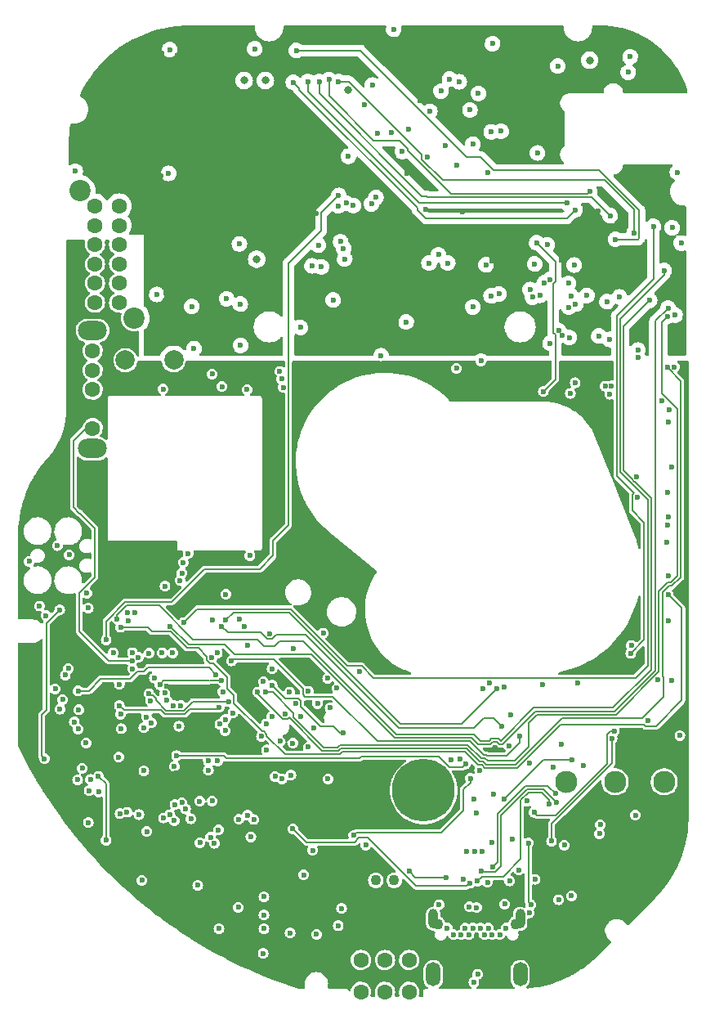
<source format=gbr>
G04 #@! TF.GenerationSoftware,KiCad,Pcbnew,6.0.2+dfsg-1*
G04 #@! TF.CreationDate,2022-08-23T15:38:08-04:00*
G04 #@! TF.ProjectId,RUSP_Mainboard,52555350-5f4d-4616-996e-626f6172642e,rev?*
G04 #@! TF.SameCoordinates,Original*
G04 #@! TF.FileFunction,Copper,L3,Inr*
G04 #@! TF.FilePolarity,Positive*
%FSLAX46Y46*%
G04 Gerber Fmt 4.6, Leading zero omitted, Abs format (unit mm)*
G04 Created by KiCad (PCBNEW 6.0.2+dfsg-1) date 2022-08-23 15:38:08*
%MOMM*%
%LPD*%
G01*
G04 APERTURE LIST*
G04 #@! TA.AperFunction,ComponentPad*
%ADD10C,2.300000*%
G04 #@! TD*
G04 #@! TA.AperFunction,ComponentPad*
%ADD11C,6.500000*%
G04 #@! TD*
G04 #@! TA.AperFunction,ComponentPad*
%ADD12C,1.600000*%
G04 #@! TD*
G04 #@! TA.AperFunction,ComponentPad*
%ADD13C,0.600000*%
G04 #@! TD*
G04 #@! TA.AperFunction,ComponentPad*
%ADD14O,1.000000X2.000000*%
G04 #@! TD*
G04 #@! TA.AperFunction,ComponentPad*
%ADD15O,1.500000X2.500000*%
G04 #@! TD*
G04 #@! TA.AperFunction,ComponentPad*
%ADD16C,1.100000*%
G04 #@! TD*
G04 #@! TA.AperFunction,ComponentPad*
%ADD17C,2.000000*%
G04 #@! TD*
G04 #@! TA.AperFunction,ComponentPad*
%ADD18O,3.000000X2.000000*%
G04 #@! TD*
G04 #@! TA.AperFunction,ComponentPad*
%ADD19C,2.200000*%
G04 #@! TD*
G04 #@! TA.AperFunction,ViaPad*
%ADD20C,0.600000*%
G04 #@! TD*
G04 #@! TA.AperFunction,ViaPad*
%ADD21C,0.800000*%
G04 #@! TD*
G04 #@! TA.AperFunction,Conductor*
%ADD22C,0.200000*%
G04 #@! TD*
G04 #@! TA.AperFunction,Conductor*
%ADD23C,0.180000*%
G04 #@! TD*
G04 APERTURE END LIST*
D10*
X178930000Y-133100000D03*
X173850000Y-133100000D03*
X168770000Y-133100000D03*
D11*
X154000000Y-134000000D03*
D12*
X147500000Y-154850000D03*
X150000000Y-154850000D03*
X152500000Y-154850000D03*
X147500000Y-151550000D03*
X150000000Y-151550000D03*
X152500000Y-151550000D03*
D13*
X162550000Y-148230000D03*
X161900000Y-148930000D03*
X161100000Y-148930000D03*
X160700000Y-148230000D03*
X160300000Y-148930000D03*
X159900000Y-148230000D03*
X159100000Y-148230000D03*
X158700000Y-148930000D03*
X158300000Y-148230000D03*
X157900000Y-148930000D03*
X157100000Y-148930000D03*
X156450000Y-148230000D03*
D14*
X164000000Y-147280000D03*
D15*
X164000000Y-153030000D03*
D14*
X155000000Y-147280000D03*
D15*
X155000000Y-153030000D03*
D16*
X163550000Y-147830000D03*
X155450000Y-147830000D03*
D17*
X128100000Y-89460000D03*
X123100000Y-89460000D03*
D16*
X149050000Y-143300000D03*
X150950000Y-143300000D03*
D18*
X119700000Y-86400000D03*
X119700000Y-98600000D03*
D12*
X119700000Y-96500000D03*
X119700000Y-92500000D03*
X119700000Y-90500000D03*
X119700000Y-88500000D03*
D19*
X118400000Y-71900000D03*
X124000000Y-85100000D03*
D12*
X119950000Y-73500000D03*
X119950000Y-75500000D03*
X119950000Y-77500000D03*
X119950000Y-79500000D03*
X119950000Y-81500000D03*
X119950000Y-83500000D03*
X122450000Y-73500000D03*
X122450000Y-75500000D03*
X122450000Y-77500000D03*
X122450000Y-79500000D03*
X122450000Y-81500000D03*
X122450000Y-83500000D03*
D20*
X119264658Y-137323290D03*
X116300000Y-115300000D03*
X114700000Y-130700000D03*
X179720450Y-100507414D03*
X180056788Y-84780504D03*
X118200000Y-127650000D03*
X126900000Y-119750489D03*
X138030758Y-117769230D03*
X140100000Y-123800000D03*
X147345121Y-121661222D03*
X144300000Y-125450000D03*
X169328814Y-144905570D03*
X138616501Y-132550022D03*
X140493982Y-119313200D03*
X168000000Y-145300000D03*
X124800000Y-143300000D03*
X149200000Y-66000000D03*
X180560011Y-128302177D03*
X135800000Y-118950000D03*
X173433530Y-92123688D03*
X157400000Y-90300000D03*
X161001039Y-65812546D03*
X167900000Y-59000000D03*
X140163596Y-148736404D03*
X127574936Y-70119523D03*
X145150000Y-147999998D03*
X159210606Y-134910606D03*
X157750000Y-130775000D03*
X179714697Y-122654751D03*
X165029876Y-82136144D03*
X170924990Y-82750000D03*
X173250010Y-87311079D03*
X179449990Y-94550000D03*
X127700003Y-57299997D03*
X160800000Y-122900000D03*
X133500000Y-113699982D03*
X126350000Y-82650000D03*
X119249990Y-115100000D03*
X129988909Y-83888909D03*
X119100000Y-113570000D03*
X166350000Y-123000000D03*
X119030876Y-129070014D03*
X145006655Y-123407362D03*
X117275000Y-109600000D03*
X128650000Y-127360000D03*
X167100000Y-81100000D03*
X162897865Y-143357657D03*
X137399998Y-122731837D03*
X158100000Y-143199996D03*
X155800000Y-61600000D03*
X155600000Y-145800000D03*
X137450010Y-148300000D03*
X166492576Y-81449990D03*
X179300000Y-106525000D03*
X127200000Y-112850000D03*
X159500034Y-136300000D03*
X129100000Y-110400000D03*
X179997593Y-90164786D03*
X129895340Y-136921118D03*
X126110112Y-122363296D03*
X180688918Y-77331086D03*
X157449937Y-69258906D03*
X172822809Y-92125535D03*
X137720328Y-129799098D03*
X159485576Y-146111532D03*
X136400000Y-137000000D03*
X137378476Y-150856308D03*
X132800000Y-148300000D03*
X134846859Y-136977937D03*
X163200000Y-138999998D03*
X119342673Y-134025514D03*
X113122343Y-110293032D03*
X162835228Y-129362576D03*
X114200000Y-114899996D03*
X124500000Y-136500000D03*
X123850762Y-121400000D03*
X158833456Y-132738725D03*
X116050000Y-108650000D03*
X146750000Y-138650000D03*
X125307886Y-138244710D03*
X162321155Y-123293956D03*
X114883338Y-115897623D03*
X163007305Y-126140012D03*
X127192601Y-123923178D03*
X118150000Y-132900000D03*
X128400000Y-130400000D03*
X158349989Y-131249989D03*
X129600000Y-109450000D03*
X116319319Y-125578640D03*
X134800000Y-146100000D03*
X159600000Y-153000000D03*
X142900000Y-148886012D03*
X159200000Y-153850000D03*
X116600000Y-124600000D03*
X128950000Y-111500000D03*
D21*
X135400000Y-60499992D03*
X137600000Y-60500000D03*
X171200000Y-58400000D03*
D20*
X150900000Y-55200000D03*
X158014427Y-132813160D03*
X141293468Y-129498388D03*
X145951735Y-144368233D03*
X128450000Y-115850000D03*
X119000000Y-116120000D03*
X126000000Y-110800000D03*
X144917713Y-118850011D03*
X142000000Y-152000000D03*
X114100000Y-121600000D03*
X161394989Y-129531161D03*
X159100000Y-83950000D03*
X174013731Y-120753344D03*
X141850000Y-124950000D03*
X128426138Y-132198305D03*
X115754055Y-109644213D03*
X165500000Y-79500000D03*
X140010000Y-120830000D03*
X145827215Y-78971078D03*
X127420519Y-123209170D03*
X135158125Y-114394305D03*
X138081782Y-133256773D03*
X130900000Y-147500000D03*
X138400000Y-150100000D03*
X118598468Y-130376300D03*
X134295976Y-122605775D03*
X143100000Y-77550004D03*
X137894061Y-140318967D03*
X136500000Y-57220000D03*
X167100000Y-87700000D03*
X172999998Y-83400000D03*
X168388130Y-86863865D03*
X168000000Y-86400000D03*
X137450010Y-146885986D03*
X164953238Y-146660513D03*
X160100000Y-140299982D03*
X166400000Y-92700000D03*
X165700000Y-77300000D03*
X145700000Y-128000000D03*
X128161149Y-131497209D03*
X159807055Y-131899437D03*
X168293989Y-129208897D03*
X164850012Y-139430015D03*
X138300000Y-123100000D03*
X125000000Y-127500000D03*
X165100000Y-145825000D03*
X129322965Y-135915687D03*
X122653197Y-127600000D03*
X117800000Y-126900000D03*
X133185393Y-123776793D03*
X132100000Y-90900000D03*
X135419058Y-116995405D03*
X133591949Y-83108051D03*
X136000000Y-109700000D03*
X132619368Y-119759332D03*
D21*
X139950000Y-75450000D03*
D20*
X152300000Y-70150000D03*
X150900000Y-77800000D03*
X158725000Y-77575000D03*
X172072484Y-74027516D03*
X129800000Y-78000000D03*
X127300000Y-64100000D03*
X161108051Y-77816949D03*
X129200000Y-60600000D03*
X126750000Y-70400000D03*
X154200000Y-73850000D03*
X127000000Y-67100002D03*
X177548055Y-74168047D03*
X119600000Y-67900000D03*
X125300000Y-67150000D03*
X125300000Y-68250000D03*
X157800000Y-88500000D03*
X123900000Y-63700000D03*
X122850000Y-64550000D03*
X129100000Y-62450000D03*
X119900000Y-68750000D03*
X129500000Y-72500000D03*
X127300000Y-71150000D03*
X119850000Y-66200000D03*
X125500000Y-71800000D03*
X123700000Y-62250000D03*
X125150000Y-66200000D03*
X168294427Y-79137079D03*
X123550000Y-60300000D03*
X164900000Y-59650000D03*
X123350000Y-70100000D03*
X122000000Y-64650000D03*
X124800000Y-64000000D03*
X126349997Y-66649997D03*
X127800000Y-65600000D03*
X125700000Y-65200000D03*
X127900000Y-71950000D03*
X124900000Y-57850000D03*
X126250000Y-69750000D03*
X128100000Y-64100000D03*
X139950000Y-65800000D03*
X150600000Y-79600000D03*
X122400000Y-70350000D03*
X119800000Y-67050000D03*
X129092582Y-59600011D03*
X144508131Y-78644408D03*
X129200000Y-61550000D03*
X125550000Y-69150000D03*
X129050000Y-58700000D03*
X151890000Y-76414980D03*
X127300000Y-64900000D03*
X123600000Y-61250000D03*
X128600000Y-65900000D03*
X161100000Y-79200000D03*
X126850000Y-57650000D03*
X158052903Y-74057853D03*
X128700000Y-67500000D03*
X142850000Y-74250000D03*
X125500000Y-64400000D03*
X124200000Y-70500000D03*
X148800000Y-70400000D03*
X121500000Y-70250000D03*
X128800000Y-63600000D03*
X125900000Y-66000000D03*
X150200000Y-73300000D03*
X153613589Y-62563589D03*
X129500000Y-67500000D03*
X128550000Y-72300000D03*
X126950000Y-73350000D03*
X121150000Y-65000000D03*
X120500000Y-65550000D03*
X120777856Y-69534553D03*
X128450000Y-57950000D03*
X124206000Y-58420000D03*
X154500000Y-55200000D03*
X127800000Y-67400000D03*
X124500000Y-65600000D03*
X144450000Y-87350000D03*
X129500000Y-65900000D03*
X139900000Y-68000000D03*
X123800000Y-65100000D03*
X124900000Y-71100000D03*
X138050000Y-79600000D03*
X127300000Y-82500000D03*
X125900000Y-57750000D03*
X173650000Y-58200000D03*
X126200000Y-72600000D03*
X144884826Y-79784826D03*
X162400000Y-60550000D03*
X137300000Y-70400000D03*
X155543243Y-78543235D03*
X154562516Y-79399991D03*
X175400000Y-58050000D03*
X162040000Y-65750000D03*
X151800000Y-67850014D03*
X123829393Y-119744520D03*
X161224675Y-134423621D03*
X158740008Y-146030006D03*
X140456670Y-137969779D03*
X158770461Y-143603692D03*
X134100000Y-120581969D03*
X163934989Y-128375512D03*
X125300000Y-126400000D03*
X122600000Y-126100000D03*
X154350014Y-68400000D03*
X165800000Y-68000000D03*
X169744537Y-83656374D03*
X169270000Y-82780000D03*
X169063024Y-83969516D03*
X169099999Y-87100000D03*
X166040002Y-82740000D03*
X165296510Y-82927686D03*
X172150000Y-86950000D03*
X144100000Y-132800000D03*
X124443170Y-120214188D03*
X117900000Y-69900000D03*
X142498411Y-140199500D03*
X145200000Y-72400000D03*
X161058506Y-139396453D03*
X121100000Y-118400000D03*
X126659771Y-123046743D03*
X133088365Y-122600000D03*
X133489115Y-116371564D03*
X161569672Y-123467491D03*
X132076788Y-120277140D03*
X170000000Y-122900000D03*
X160150000Y-123450000D03*
X169001256Y-81497498D03*
X119488332Y-132850500D03*
X172210082Y-138488090D03*
X127050000Y-136850000D03*
X162395214Y-145747381D03*
X145500000Y-146200000D03*
X178300000Y-122550000D03*
X128159181Y-137111213D03*
X163875000Y-142225000D03*
X128960399Y-135259715D03*
X179329998Y-116470000D03*
X156350000Y-143000000D03*
X152486495Y-142379670D03*
X125700000Y-124710980D03*
X179329986Y-111750000D03*
X165550010Y-143199988D03*
X179329988Y-105702517D03*
X134249988Y-125975911D03*
X139669659Y-126076728D03*
X176063844Y-101494398D03*
X141240902Y-126313333D03*
X179376670Y-95900412D03*
X175950000Y-136550000D03*
X136816718Y-123805350D03*
X179250032Y-90225372D03*
X127750000Y-117000000D03*
X179329988Y-84050605D03*
X178925000Y-80175000D03*
X129119748Y-116616916D03*
X124084589Y-115549990D03*
X123800000Y-120600000D03*
X168569806Y-139669806D03*
X123272314Y-136238774D03*
X159676302Y-61840422D03*
X128000000Y-119750489D03*
X122540351Y-136399970D03*
X137450010Y-144999979D03*
X120361717Y-134146580D03*
X158459422Y-140288341D03*
X121099243Y-139157793D03*
X120300000Y-132525000D03*
X132150009Y-116325031D03*
X148000000Y-139650000D03*
X131700000Y-131900000D03*
X138280932Y-126331901D03*
X141225000Y-86050000D03*
X133442236Y-127800004D03*
X145705719Y-77871067D03*
X132892226Y-127141328D03*
X145400010Y-77186187D03*
X138300000Y-121400000D03*
X128838265Y-125198765D03*
X144050000Y-122400000D03*
X133076751Y-116998042D03*
X162100000Y-127339987D03*
X134939137Y-116266574D03*
X125537120Y-119778161D03*
X135700000Y-92500000D03*
X116870570Y-122056301D03*
X117199979Y-121382500D03*
X127000000Y-92449500D03*
X157691706Y-60633658D03*
X128750000Y-112250000D03*
X169400000Y-130800000D03*
X162362500Y-134887500D03*
X173530780Y-128597383D03*
X167250000Y-139250000D03*
X165441537Y-136248857D03*
X173748741Y-127879741D03*
X159575000Y-143375000D03*
X167000000Y-135400000D03*
X159941967Y-142381293D03*
X167799600Y-135249447D03*
X160625000Y-143500000D03*
X167400000Y-131600000D03*
X161150000Y-141900000D03*
X167663993Y-134336007D03*
X179200000Y-108300000D03*
X133459342Y-126650515D03*
X142041328Y-123724400D03*
X175455700Y-119809627D03*
X177800000Y-75600000D03*
X172312635Y-137550095D03*
X127716214Y-136506618D03*
X139323945Y-132799102D03*
X131700000Y-130949500D03*
X166800000Y-77500000D03*
X173291498Y-92987511D03*
X128238556Y-135461444D03*
X177249990Y-126800000D03*
X179329984Y-113700000D03*
X122600000Y-117100000D03*
X177417666Y-83254074D03*
X122250010Y-116250000D03*
X137596545Y-123831848D03*
X179300000Y-84900008D03*
X178661080Y-93658913D03*
X140749989Y-124996413D03*
X176160456Y-103639544D03*
X142582862Y-127510040D03*
X137700000Y-127100000D03*
X179260872Y-103112230D03*
X161150000Y-56700000D03*
X148675000Y-60975000D03*
X156500000Y-79400000D03*
X139274732Y-91397883D03*
X139100000Y-90600000D03*
X152200000Y-85500000D03*
X169700000Y-91800000D03*
X169200000Y-92900000D03*
X149600000Y-89000000D03*
X159950001Y-89549999D03*
X175518747Y-118968748D03*
X143599070Y-117700928D03*
X165002967Y-131177396D03*
X156815005Y-130857162D03*
X140252343Y-132414535D03*
X132650498Y-130949500D03*
X169600000Y-79600000D03*
X118275623Y-125647791D03*
X137200000Y-128400000D03*
X135019982Y-87930018D03*
X115830737Y-123478434D03*
X130200000Y-88250000D03*
D21*
X136700000Y-79000000D03*
D20*
X156210000Y-67200000D03*
X170600000Y-131400000D03*
X150698584Y-65851416D03*
X160650051Y-70028957D03*
X146200000Y-68350000D03*
X130800000Y-135120002D03*
X164745202Y-135085968D03*
X133100000Y-92200000D03*
X122475500Y-123000000D03*
X135000000Y-83650000D03*
X135750000Y-136550002D03*
X125800000Y-127000000D03*
X122400000Y-130549500D03*
X118624056Y-131703277D03*
X123436998Y-116463002D03*
X127400000Y-124661480D03*
X123303101Y-115551993D03*
X180300000Y-70000000D03*
X175200000Y-59650000D03*
X132828975Y-125383842D03*
X122475500Y-125198698D03*
X139462186Y-92284259D03*
X125017385Y-131952356D03*
X134911444Y-77411444D03*
X168900000Y-73200000D03*
X142000000Y-60600000D03*
X169700000Y-73900000D03*
X140500000Y-60700000D03*
X171200000Y-72000000D03*
X144200000Y-60400000D03*
X143200000Y-60600000D03*
X173325688Y-74503608D03*
X145200000Y-60600000D03*
X175799991Y-76299990D03*
X173900000Y-76950000D03*
X140800000Y-57400000D03*
X161800000Y-82600000D03*
X176200000Y-88400000D03*
X161000000Y-82800000D03*
X176200000Y-89200004D03*
X142431908Y-79681908D03*
X144626416Y-83226416D03*
X160457307Y-79585616D03*
D21*
X146152873Y-61447127D03*
D20*
X145145765Y-73482225D03*
X146000000Y-73200000D03*
X146710971Y-73438790D03*
X149050000Y-72600000D03*
X143403799Y-79785729D03*
X148588909Y-73288909D03*
X132739257Y-138075000D03*
X136100000Y-138799988D03*
X132100000Y-135100016D03*
X121838556Y-119738556D03*
X128088862Y-125210980D03*
X152450002Y-65582859D03*
X154650000Y-63700000D03*
X179750000Y-75750000D03*
X158799989Y-63545732D03*
X159111086Y-67088918D03*
X156700000Y-60350000D03*
X147848584Y-63001416D03*
X174300000Y-82900000D03*
X130809699Y-139411025D03*
X139115237Y-128915237D03*
X133800000Y-124800000D03*
X125542672Y-123978178D03*
X118200000Y-123700000D03*
X132500000Y-122030500D03*
X159298924Y-140350011D03*
X140440000Y-129100000D03*
X131913682Y-138840539D03*
X143000000Y-125000000D03*
X132331350Y-139463479D03*
X142042969Y-129500098D03*
X130600000Y-143800000D03*
X141572779Y-142725149D03*
D22*
X114900000Y-116700000D02*
X114900000Y-125671755D01*
X114400001Y-130400001D02*
X114700000Y-130700000D01*
X114400001Y-126171754D02*
X114400001Y-130400001D01*
X114900000Y-125671755D02*
X114400001Y-126171754D01*
X116300000Y-115300000D02*
X114900000Y-116700000D01*
X158150000Y-136050000D02*
X155849999Y-138350001D01*
X158833456Y-133162989D02*
X158150000Y-133846445D01*
X155849999Y-138350001D02*
X147049999Y-138350001D01*
X158150000Y-133846445D02*
X158150000Y-136050000D01*
X158833456Y-132738725D02*
X158833456Y-133162989D01*
X147049999Y-138350001D02*
X146750000Y-138650000D01*
X133578162Y-130678144D02*
X147321856Y-130678144D01*
X128400000Y-130400000D02*
X133300018Y-130400000D01*
X158049990Y-131549988D02*
X158349989Y-131249989D01*
X133300018Y-130400000D02*
X133578162Y-130678144D01*
X147553740Y-130446260D02*
X155590092Y-130446260D01*
X155590092Y-130446260D02*
X156693820Y-131549988D01*
X156693820Y-131549988D02*
X158049990Y-131549988D01*
X147321856Y-130678144D02*
X147553740Y-130446260D01*
X167649511Y-81327616D02*
X167450489Y-81526638D01*
X167649511Y-86826638D02*
X167649511Y-91450489D01*
X165700000Y-77300000D02*
X167649511Y-79249511D01*
X167450489Y-81526638D02*
X167450489Y-86627616D01*
X167450489Y-86627616D02*
X167649511Y-86826638D01*
X167649511Y-79249511D02*
X167649511Y-81327616D01*
X167649511Y-91450489D02*
X166400000Y-92700000D01*
X141299500Y-124768797D02*
X140976024Y-124445321D01*
X141299500Y-125299500D02*
X141299500Y-124768797D01*
X140976024Y-124445321D02*
X139645321Y-124445321D01*
X144637021Y-127337021D02*
X143337021Y-127337021D01*
X164850012Y-139430015D02*
X164850012Y-145575012D01*
X145300000Y-128000000D02*
X144637021Y-127337021D01*
X143337021Y-127337021D02*
X141299500Y-125299500D01*
X139645321Y-124445321D02*
X138300000Y-123100000D01*
X164850012Y-145575012D02*
X165100000Y-145825000D01*
X145700000Y-128000000D02*
X145300000Y-128000000D01*
X141836891Y-139350000D02*
X140456670Y-137969779D01*
X158470462Y-143903691D02*
X153196511Y-143903691D01*
X148192819Y-138899999D02*
X147300001Y-138899999D01*
X147300001Y-138899999D02*
X146850000Y-139350000D01*
X153196511Y-143903691D02*
X148192819Y-138899999D01*
X146850000Y-139350000D02*
X141836891Y-139350000D01*
X158770461Y-143603692D02*
X158470462Y-143903691D01*
X138449990Y-120399990D02*
X141519300Y-123469301D01*
X144600000Y-124300000D02*
X149200030Y-128900030D01*
X141491817Y-123496784D02*
X141491817Y-124068944D01*
X158800030Y-128900030D02*
X160201366Y-130301366D01*
X160201366Y-130301366D02*
X160468996Y-130301366D01*
X134100000Y-120581969D02*
X134281979Y-120399990D01*
X160468996Y-130301366D02*
X160542428Y-130374798D01*
X163934989Y-129046145D02*
X163934989Y-128375512D01*
X160542428Y-130374798D02*
X162606336Y-130374798D01*
X141491817Y-124068944D02*
X141722873Y-124300000D01*
X134281979Y-120399990D02*
X138449990Y-120399990D01*
X141519300Y-123469301D02*
X141491817Y-123496784D01*
X141722873Y-124300000D02*
X144600000Y-124300000D01*
X162606336Y-130374798D02*
X163934989Y-129046145D01*
X149200030Y-128900030D02*
X158800030Y-128900030D01*
X140011697Y-79415430D02*
X140011697Y-106488303D01*
X121100000Y-116481451D02*
X121100000Y-118400000D01*
X140011697Y-106488303D02*
X138400000Y-108100000D01*
X133088365Y-122600000D02*
X131894296Y-122600000D01*
X137000000Y-111100000D02*
X131278087Y-111100000D01*
X126659771Y-123046743D02*
X127056994Y-122649520D01*
X127056994Y-122649520D02*
X131800000Y-122649520D01*
X138400000Y-109700000D02*
X137000000Y-111100000D01*
X138400000Y-108100000D02*
X138400000Y-109700000D01*
X143399511Y-74200489D02*
X143399511Y-76027616D01*
X143399511Y-76027616D02*
X140011697Y-79415430D01*
X127877607Y-114500480D02*
X123080971Y-114500480D01*
X123080971Y-114500480D02*
X121100000Y-116481451D01*
X131278087Y-111100000D02*
X127877607Y-114500480D01*
X145200000Y-72400000D02*
X143399511Y-74200489D01*
X134304847Y-115555832D02*
X133489115Y-116371564D01*
X151614002Y-127100000D02*
X140069834Y-115555832D01*
X161569672Y-123467491D02*
X157937163Y-127100000D01*
X140069834Y-115555832D02*
X134304847Y-115555832D01*
X157937163Y-127100000D02*
X151614002Y-127100000D01*
X153106825Y-143000000D02*
X152486495Y-142379670D01*
X156350000Y-143000000D02*
X153106825Y-143000000D01*
X136816718Y-124000914D02*
X136816718Y-123805350D01*
X139442043Y-126626239D02*
X136816718Y-124000914D01*
X163573754Y-131297587D02*
X160476628Y-131297587D01*
X159794702Y-131000406D02*
X158414300Y-129620004D01*
X160476628Y-131297587D02*
X160179446Y-131000406D01*
X176658850Y-126499979D02*
X168371362Y-126499979D01*
X180620461Y-111951243D02*
X179740080Y-112831624D01*
X178850001Y-122310999D02*
X178850001Y-124308828D01*
X178749879Y-122210877D02*
X178850001Y-122310999D01*
X179740080Y-112831624D02*
X179409362Y-112831624D01*
X158414300Y-129620004D02*
X145449680Y-129620004D01*
X178850001Y-124308828D02*
X176658850Y-126499979D01*
X143490502Y-129890502D02*
X140061757Y-126461757D01*
X139897275Y-126626239D02*
X139442043Y-126626239D01*
X145449680Y-129620004D02*
X145179182Y-129890502D01*
X180620461Y-91595801D02*
X180620461Y-111951243D01*
X168371362Y-126499979D02*
X163573754Y-131297587D01*
X179250032Y-90225372D02*
X180620461Y-91595801D01*
X179409362Y-112831624D02*
X178749879Y-113491107D01*
X140061757Y-126461757D02*
X139897275Y-126626239D01*
X160179446Y-131000406D02*
X159794702Y-131000406D01*
X178749879Y-113491107D02*
X178749879Y-122210877D01*
X145179182Y-129890502D02*
X143490502Y-129890502D01*
X161840955Y-129200000D02*
X161622605Y-128981650D01*
X162181222Y-129200000D02*
X161840955Y-129200000D01*
X161622605Y-128981650D02*
X161167373Y-128981650D01*
X159600000Y-129200000D02*
X158950019Y-128550019D01*
X179329988Y-84050605D02*
X177977679Y-85402914D01*
X158950019Y-128550019D02*
X151006465Y-128550019D01*
X165581266Y-125799956D02*
X162181222Y-129200000D01*
X161167373Y-128981650D02*
X160949023Y-129200000D01*
X177977679Y-85402914D02*
X177977679Y-121588329D01*
X160949023Y-129200000D02*
X159600000Y-129200000D01*
X151006465Y-128550019D02*
X142381445Y-119924999D01*
X142381445Y-119924999D02*
X134389001Y-119924999D01*
X133364024Y-118900022D02*
X129650022Y-118900022D01*
X134389001Y-119924999D02*
X133364024Y-118900022D01*
X173766052Y-125799956D02*
X165581266Y-125799956D01*
X177977679Y-121588329D02*
X173766052Y-125799956D01*
X129650022Y-118900022D02*
X127750000Y-117000000D01*
X175949511Y-122350489D02*
X148811515Y-122350489D01*
X174356856Y-85167408D02*
X174356856Y-101058833D01*
X177238720Y-121061280D02*
X175949511Y-122350489D01*
X148811515Y-122350489D02*
X147572737Y-121111711D01*
X174356856Y-101058833D02*
X177238720Y-103940697D01*
X146120009Y-121111711D02*
X140214611Y-115206313D01*
X178925000Y-80175000D02*
X178925000Y-80599264D01*
X140214611Y-115206313D02*
X130530351Y-115206313D01*
X147572737Y-121111711D02*
X146120009Y-121111711D01*
X178925000Y-80599264D02*
X174356856Y-85167408D01*
X130530351Y-115206313D02*
X129119748Y-116616916D01*
X177238720Y-103940697D02*
X177238720Y-121061280D01*
X121400000Y-120600000D02*
X123800000Y-120600000D01*
X118299999Y-117499999D02*
X121400000Y-120600000D01*
X118968630Y-96500000D02*
X117700000Y-97768630D01*
X117700000Y-97768630D02*
X117700000Y-104700000D01*
X117700000Y-104700000D02*
X118300000Y-105300000D01*
X120100000Y-96500000D02*
X118968630Y-96500000D01*
X119925021Y-111930977D02*
X118299999Y-113555999D01*
X119925021Y-106825021D02*
X119925021Y-111930977D01*
X118400000Y-105300000D02*
X119925021Y-106825021D01*
X118299999Y-113555999D02*
X118299999Y-117499999D01*
X118300000Y-105300000D02*
X118400000Y-105300000D01*
X121099243Y-133324243D02*
X120300000Y-132525000D01*
X121099243Y-139157793D02*
X121099243Y-133324243D01*
X138294759Y-118319231D02*
X138759386Y-117854604D01*
X159200014Y-127499986D02*
X160200000Y-126500000D01*
X161260013Y-126500000D02*
X162100000Y-127339987D01*
X141796020Y-117854604D02*
X151441402Y-127499986D01*
X137092503Y-117644977D02*
X137766757Y-118319231D01*
X151441402Y-127499986D02*
X159200014Y-127499986D01*
X138759386Y-117854604D02*
X141796020Y-117854604D01*
X160200000Y-126500000D02*
X161260013Y-126500000D01*
X133723686Y-117644977D02*
X137092503Y-117644977D01*
X133076751Y-116998042D02*
X133723686Y-117644977D01*
X137766757Y-118319231D02*
X138294759Y-118319231D01*
X166450000Y-130800000D02*
X162362500Y-134887500D01*
X169400000Y-130800000D02*
X166450000Y-130800000D01*
X173530780Y-131164208D02*
X173530780Y-128597383D01*
X167250000Y-139250000D02*
X167250000Y-137444988D01*
X167250000Y-137444988D02*
X173530780Y-131164208D01*
X173324477Y-127879741D02*
X173748741Y-127879741D01*
X165742679Y-136549999D02*
X167649999Y-136549999D01*
X167649999Y-136549999D02*
X172980778Y-131219220D01*
X172980778Y-131219220D02*
X172980778Y-128223440D01*
X172980778Y-128223440D02*
X173324477Y-127879741D01*
X165441537Y-136248857D02*
X165742679Y-136549999D01*
X164049999Y-135003339D02*
X164853828Y-134199510D01*
X167000000Y-134975736D02*
X167000000Y-135400000D01*
X159575000Y-143375000D02*
X160025000Y-142925000D01*
X164049999Y-141100001D02*
X164049999Y-135003339D01*
X164853828Y-134199510D02*
X166223774Y-134199510D01*
X166223774Y-134199510D02*
X167000000Y-134975736D01*
X160025000Y-142925000D02*
X162225000Y-142925000D01*
X162225000Y-142925000D02*
X164049999Y-141100001D01*
X161414001Y-142450001D02*
X162000002Y-141864000D01*
X162000002Y-136558346D02*
X164708358Y-133849990D01*
X166400143Y-133849990D02*
X167799600Y-135249447D01*
X162000002Y-141864000D02*
X162000002Y-136558346D01*
X164708358Y-133849990D02*
X166400143Y-133849990D01*
X159941967Y-142381293D02*
X160010676Y-142450002D01*
X160010676Y-142450002D02*
X161414001Y-142450001D01*
X161649991Y-141400009D02*
X161649991Y-136413367D01*
X161150000Y-141900000D02*
X161649991Y-141400009D01*
X164563379Y-133499979D02*
X166827965Y-133499979D01*
X161649991Y-136413367D02*
X164563379Y-133499979D01*
X166827965Y-133499979D02*
X167663993Y-134336007D01*
X177800000Y-75600000D02*
X177800000Y-81080008D01*
X175811437Y-103211437D02*
X175610945Y-103411928D01*
X174006845Y-101406845D02*
X175811437Y-103211437D01*
X174006845Y-84873163D02*
X174006845Y-101406845D01*
X175610945Y-103411928D02*
X175610945Y-104999947D01*
X176849953Y-106238955D02*
X176849953Y-118415374D01*
X177800000Y-81080008D02*
X174006845Y-84873163D01*
X176849953Y-118415374D02*
X175455700Y-119809627D01*
X175610945Y-104999947D02*
X176849953Y-106238955D01*
X137427616Y-127850489D02*
X137749511Y-128172384D01*
X122600000Y-117100000D02*
X125400000Y-117100000D01*
X133637865Y-122237865D02*
X133637865Y-123452138D01*
X158269523Y-129969523D02*
X159649926Y-131349926D01*
X159649926Y-131349926D02*
X160034671Y-131349926D01*
X137749511Y-128172384D02*
X137749511Y-128349511D01*
X168216331Y-127150001D02*
X176785989Y-127150001D01*
X145323958Y-130240022D02*
X145594457Y-129969523D01*
X145594457Y-129969523D02*
X158269523Y-129969523D01*
X139640022Y-130240022D02*
X145323958Y-130240022D01*
X176985989Y-127350001D02*
X178069999Y-127350001D01*
X180750000Y-124670000D02*
X180750000Y-115120016D01*
X178069999Y-127350001D02*
X180750000Y-124670000D01*
X137749511Y-128349511D02*
X139640022Y-130240022D01*
X132226651Y-120826651D02*
X133637865Y-122237865D01*
X133637865Y-123452138D02*
X134349511Y-124163784D01*
X163718734Y-131647598D02*
X168216331Y-127150001D01*
X125400000Y-117100000D02*
X125849511Y-117549511D01*
X130649542Y-119249542D02*
X131527277Y-120127277D01*
X129505246Y-119249542D02*
X130649542Y-119249542D01*
X160034671Y-131349926D02*
X160332343Y-131647598D01*
X180750000Y-115120016D02*
X179329984Y-113700000D01*
X125849511Y-117549511D02*
X127805215Y-117549511D01*
X134349511Y-124163784D02*
X134349511Y-124949511D01*
X131849172Y-120826651D02*
X132226651Y-120826651D01*
X176785989Y-127150001D02*
X176985989Y-127350001D01*
X137250489Y-127850489D02*
X137427616Y-127850489D01*
X131527277Y-120127277D02*
X131527277Y-120504756D01*
X131527277Y-120504756D02*
X131849172Y-120826651D01*
X127805215Y-117549511D02*
X129505246Y-119249542D01*
X134349511Y-124949511D02*
X137250489Y-127850489D01*
X160332343Y-131647598D02*
X163718734Y-131647598D01*
X130075000Y-118350000D02*
X126574999Y-114849999D01*
X123225747Y-114849999D02*
X122250010Y-115825736D01*
X160804247Y-128850480D02*
X159850480Y-128850480D01*
X175882224Y-102043909D02*
X177588730Y-103750415D01*
X159850480Y-128850480D02*
X159200007Y-128200007D01*
X137476798Y-119019252D02*
X136807547Y-118350001D01*
X177588730Y-103750415D02*
X177588730Y-121482288D01*
X173621073Y-125449945D02*
X165436287Y-125449945D01*
X159200007Y-128200007D02*
X151151443Y-128200007D01*
X175514333Y-101722014D02*
X175836228Y-102043909D01*
X177588730Y-121482288D02*
X173621073Y-125449945D01*
X162035752Y-128850480D02*
X161985731Y-128850480D01*
X126574999Y-114849999D02*
X123225747Y-114849999D01*
X138584717Y-119019253D02*
X137476798Y-119019252D01*
X175836228Y-102043909D02*
X175882224Y-102043909D01*
X136807547Y-118350001D02*
X130075000Y-118350000D01*
X141506062Y-118554626D02*
X139049344Y-118554626D01*
X161767382Y-128632131D02*
X161022596Y-128632131D01*
X165436287Y-125449945D02*
X162035752Y-128850480D01*
X175514333Y-101676018D02*
X175514333Y-101722014D01*
X151151443Y-128200007D02*
X141506062Y-118554626D01*
X174706867Y-100868552D02*
X175514333Y-101676018D01*
X174706867Y-85964873D02*
X174706867Y-100868552D01*
X177417666Y-83254074D02*
X174706867Y-85964873D01*
X122250010Y-115825736D02*
X122250010Y-116250000D01*
X139049344Y-118554626D02*
X138584717Y-119019253D01*
X161985731Y-128850480D02*
X161767382Y-128632131D01*
X161022596Y-128632131D02*
X160804247Y-128850480D01*
X138346909Y-123831848D02*
X137596545Y-123831848D01*
X140541741Y-126026680D02*
X138346909Y-123831848D01*
X145304903Y-129270485D02*
X145034407Y-129540982D01*
X159950886Y-130650886D02*
X158570485Y-129270485D01*
X179300000Y-84900008D02*
X178700031Y-85499977D01*
X160620913Y-130947576D02*
X160324221Y-130650886D01*
X178700031Y-92920031D02*
X180270451Y-94490451D01*
X178389372Y-121671626D02*
X173911030Y-126149968D01*
X178700031Y-85499977D02*
X178700031Y-92920031D01*
X140541741Y-126414166D02*
X140541741Y-126026680D01*
X164880479Y-126995039D02*
X164880479Y-129495872D01*
X143668557Y-129540982D02*
X140541741Y-126414166D01*
X178389372Y-113356624D02*
X178389372Y-121671626D01*
X164880479Y-129495872D02*
X163428775Y-130947576D01*
X173911030Y-126149968D02*
X165725550Y-126149968D01*
X163428775Y-130947576D02*
X160620913Y-130947576D01*
X179595101Y-112481613D02*
X179264383Y-112481613D01*
X180270451Y-111806263D02*
X179595101Y-112481613D01*
X160324221Y-130650886D02*
X159950886Y-130650886D01*
X158570485Y-129270485D02*
X145304903Y-129270485D01*
X179264383Y-112481613D02*
X178389372Y-113356624D01*
X145034407Y-129540982D02*
X143668557Y-129540982D01*
X165725550Y-126149968D02*
X164880479Y-126995039D01*
X180270451Y-94490451D02*
X180270451Y-111806263D01*
D23*
X122475500Y-125198698D02*
X122976802Y-125700000D01*
X130231540Y-125572429D02*
X130259111Y-125600000D01*
X126784340Y-125700000D02*
X127184341Y-126100000D01*
X129784592Y-125572429D02*
X130231540Y-125572429D01*
X129257021Y-126100000D02*
X129784592Y-125572429D01*
X122976802Y-125700000D02*
X126784340Y-125700000D01*
X132612817Y-125600000D02*
X132828975Y-125383842D01*
X127184341Y-126100000D02*
X129257021Y-126100000D01*
X130259111Y-125600000D02*
X132612817Y-125600000D01*
D22*
X142000000Y-61640083D02*
X142000000Y-60600000D01*
X168850489Y-73150489D02*
X153510406Y-73150489D01*
X168900000Y-73200000D02*
X168850489Y-73150489D01*
X153510406Y-73150489D02*
X142000000Y-61640083D01*
X154240448Y-74754450D02*
X168845550Y-74754450D01*
X168845550Y-74754450D02*
X169700000Y-73900000D01*
X141132750Y-61450001D02*
X153399999Y-73717250D01*
X153399999Y-73914001D02*
X154240448Y-74754450D01*
X153399999Y-73717250D02*
X153399999Y-73914001D01*
X140500000Y-60700000D02*
X141132750Y-61332750D01*
X141132750Y-61332750D02*
X141132750Y-61450001D01*
X152350001Y-67586011D02*
X151471175Y-66707185D01*
X171000000Y-72200000D02*
X156813990Y-72200000D01*
X152350001Y-67736011D02*
X152350001Y-67586011D01*
X148793183Y-66707185D02*
X144200000Y-62114002D01*
X171200000Y-72000000D02*
X171000000Y-72200000D01*
X144200000Y-62114002D02*
X144200000Y-60400000D01*
X156813990Y-72200000D02*
X152350001Y-67736011D01*
X151471175Y-66707185D02*
X148793183Y-66707185D01*
X153834572Y-72498572D02*
X154285396Y-72498572D01*
X154356823Y-72569999D02*
X171392079Y-72569999D01*
X143200000Y-61864000D02*
X153834572Y-72498572D01*
X171392079Y-72569999D02*
X173325688Y-74503608D01*
X154285396Y-72498572D02*
X154356823Y-72569999D01*
X143200000Y-60600000D02*
X143200000Y-61864000D01*
X172744251Y-70824999D02*
X175799991Y-73880739D01*
X153800013Y-68664001D02*
X155961011Y-70824999D01*
X175799991Y-73880739D02*
X175799991Y-76299990D01*
X145200000Y-60600000D02*
X146225000Y-60600000D01*
X146225000Y-60600000D02*
X153800013Y-68175013D01*
X155961011Y-70824999D02*
X172744251Y-70824999D01*
X153800013Y-68175013D02*
X153800013Y-68664001D01*
X161278956Y-69764956D02*
X172179196Y-69764956D01*
X176350001Y-76827933D02*
X176227934Y-76950000D01*
X158447742Y-68411754D02*
X159925754Y-68411754D01*
X159925754Y-68411754D02*
X161278956Y-69764956D01*
X140800000Y-57400000D02*
X147435988Y-57400000D01*
X172179196Y-69764956D02*
X176350001Y-73935761D01*
X176227934Y-76950000D02*
X173900000Y-76950000D01*
X147435988Y-57400000D02*
X158447742Y-68411754D01*
X176350001Y-73935761D02*
X176350001Y-76827933D01*
X130076867Y-124800000D02*
X133800000Y-124800000D01*
X126249511Y-124483364D02*
X126249511Y-124685017D01*
X125927616Y-124161469D02*
X126249511Y-124483364D01*
X129116387Y-125760480D02*
X130076867Y-124800000D01*
X125725963Y-124161469D02*
X125927616Y-124161469D01*
X126249511Y-124685017D02*
X127324974Y-125760480D01*
X127324974Y-125760480D02*
X129116387Y-125760480D01*
X125464494Y-123900000D02*
X125725963Y-124161469D01*
X125000000Y-121700000D02*
X125400000Y-121300000D01*
X124327889Y-121700000D02*
X125000000Y-121700000D01*
X120549511Y-122450489D02*
X123577400Y-122450489D01*
X131769500Y-121300000D02*
X132500000Y-122030500D01*
X125400000Y-121300000D02*
X131769500Y-121300000D01*
X119300000Y-123700000D02*
X120549511Y-122450489D01*
X123577400Y-122450489D02*
X124327889Y-121700000D01*
X118200000Y-123700000D02*
X119300000Y-123700000D01*
G04 #@! TA.AperFunction,Conductor*
G36*
X117501990Y-77013915D02*
G01*
X118829434Y-77016025D01*
X118897523Y-77036135D01*
X118943931Y-77089865D01*
X118953923Y-77160155D01*
X118949338Y-77180115D01*
X118917484Y-77280532D01*
X118916798Y-77286649D01*
X118916797Y-77286653D01*
X118909396Y-77352638D01*
X118894520Y-77485262D01*
X118897365Y-77519139D01*
X118904775Y-77607379D01*
X118911759Y-77690553D01*
X118913458Y-77696478D01*
X118963521Y-77871067D01*
X118968544Y-77888586D01*
X118971359Y-77894063D01*
X118971360Y-77894066D01*
X119045173Y-78037691D01*
X119062712Y-78071818D01*
X119190677Y-78233270D01*
X119347564Y-78366791D01*
X119387023Y-78388844D01*
X119436727Y-78439537D01*
X119451135Y-78509056D01*
X119425671Y-78575329D01*
X119383929Y-78610491D01*
X119372002Y-78616726D01*
X119367201Y-78620586D01*
X119367198Y-78620588D01*
X119313615Y-78663670D01*
X119211447Y-78745815D01*
X119079024Y-78903630D01*
X119076056Y-78909028D01*
X119076053Y-78909033D01*
X118982743Y-79078765D01*
X118979776Y-79084162D01*
X118917484Y-79280532D01*
X118916798Y-79286649D01*
X118916797Y-79286653D01*
X118899383Y-79441907D01*
X118894520Y-79485262D01*
X118895036Y-79491406D01*
X118910673Y-79677616D01*
X118911759Y-79690553D01*
X118913458Y-79696478D01*
X118941027Y-79792621D01*
X118968544Y-79888586D01*
X118971359Y-79894063D01*
X118971360Y-79894066D01*
X119022010Y-79992621D01*
X119062712Y-80071818D01*
X119190677Y-80233270D01*
X119347564Y-80366791D01*
X119387023Y-80388844D01*
X119436727Y-80439537D01*
X119451135Y-80509056D01*
X119425671Y-80575329D01*
X119383929Y-80610491D01*
X119372002Y-80616726D01*
X119367201Y-80620586D01*
X119367198Y-80620588D01*
X119216254Y-80741950D01*
X119211447Y-80745815D01*
X119079024Y-80903630D01*
X119076056Y-80909028D01*
X119076053Y-80909033D01*
X118982743Y-81078765D01*
X118979776Y-81084162D01*
X118917484Y-81280532D01*
X118916798Y-81286649D01*
X118916797Y-81286653D01*
X118905926Y-81383572D01*
X118894520Y-81485262D01*
X118895657Y-81498805D01*
X118904316Y-81601913D01*
X118911759Y-81690553D01*
X118968544Y-81888586D01*
X118971359Y-81894063D01*
X118971360Y-81894066D01*
X119059897Y-82066341D01*
X119062712Y-82071818D01*
X119190677Y-82233270D01*
X119195370Y-82237264D01*
X119195371Y-82237265D01*
X119335227Y-82356291D01*
X119347564Y-82366791D01*
X119387023Y-82388844D01*
X119436727Y-82439537D01*
X119451135Y-82509056D01*
X119425671Y-82575329D01*
X119383929Y-82610491D01*
X119372002Y-82616726D01*
X119367201Y-82620586D01*
X119367198Y-82620588D01*
X119304292Y-82671166D01*
X119211447Y-82745815D01*
X119079024Y-82903630D01*
X119076056Y-82909028D01*
X119076053Y-82909033D01*
X119016355Y-83017625D01*
X118979776Y-83084162D01*
X118917484Y-83280532D01*
X118916798Y-83286649D01*
X118916797Y-83286653D01*
X118898997Y-83445346D01*
X118894520Y-83485262D01*
X118895036Y-83491406D01*
X118909471Y-83663301D01*
X118911759Y-83690553D01*
X118913458Y-83696478D01*
X118950626Y-83826097D01*
X118968544Y-83888586D01*
X118971359Y-83894063D01*
X118971360Y-83894066D01*
X119051810Y-84050605D01*
X119062712Y-84071818D01*
X119190677Y-84233270D01*
X119195370Y-84237264D01*
X119195371Y-84237265D01*
X119342096Y-84362137D01*
X119347564Y-84366791D01*
X119352942Y-84369797D01*
X119352944Y-84369798D01*
X119391342Y-84391258D01*
X119527398Y-84467297D01*
X119613490Y-84495270D01*
X119717471Y-84529056D01*
X119717475Y-84529057D01*
X119723329Y-84530959D01*
X119927894Y-84555351D01*
X119934029Y-84554879D01*
X119934031Y-84554879D01*
X119990039Y-84550569D01*
X120133300Y-84539546D01*
X120139230Y-84537890D01*
X120139232Y-84537890D01*
X120264627Y-84502879D01*
X120331725Y-84484145D01*
X120337214Y-84481372D01*
X120337220Y-84481370D01*
X120510116Y-84394033D01*
X120515610Y-84391258D01*
X120552884Y-84362137D01*
X120673101Y-84268213D01*
X120677951Y-84264424D01*
X120695431Y-84244174D01*
X120808540Y-84113134D01*
X120808540Y-84113133D01*
X120812564Y-84108472D01*
X120833387Y-84071818D01*
X120911276Y-83934707D01*
X120914323Y-83929344D01*
X120979351Y-83733863D01*
X121005171Y-83529474D01*
X121005583Y-83500000D01*
X120985480Y-83294970D01*
X120925935Y-83097749D01*
X120829218Y-82915849D01*
X120729603Y-82793709D01*
X120702906Y-82760975D01*
X120702903Y-82760972D01*
X120699011Y-82756200D01*
X120692173Y-82750543D01*
X120545025Y-82628811D01*
X120545021Y-82628809D01*
X120540275Y-82624882D01*
X120516491Y-82612022D01*
X120466082Y-82562027D01*
X120450705Y-82492716D01*
X120475241Y-82426094D01*
X120508906Y-82394800D01*
X120510107Y-82394038D01*
X120515610Y-82391258D01*
X120677951Y-82264424D01*
X120695866Y-82243670D01*
X120808540Y-82113134D01*
X120808540Y-82113133D01*
X120812564Y-82108472D01*
X120833387Y-82071818D01*
X120881956Y-81986320D01*
X120914323Y-81929344D01*
X120979351Y-81733863D01*
X121005171Y-81529474D01*
X121005583Y-81500000D01*
X120985480Y-81294970D01*
X120925935Y-81097749D01*
X120829218Y-80915849D01*
X120752982Y-80822375D01*
X120702906Y-80760975D01*
X120702903Y-80760972D01*
X120699011Y-80756200D01*
X120639997Y-80707379D01*
X120545025Y-80628811D01*
X120545021Y-80628809D01*
X120540275Y-80624882D01*
X120516491Y-80612022D01*
X120466082Y-80562027D01*
X120450705Y-80492716D01*
X120475241Y-80426094D01*
X120508906Y-80394800D01*
X120510107Y-80394038D01*
X120515610Y-80391258D01*
X120677951Y-80264424D01*
X120717818Y-80218238D01*
X120808540Y-80113134D01*
X120808540Y-80113133D01*
X120812564Y-80108472D01*
X120833387Y-80071818D01*
X120856409Y-80031291D01*
X120914323Y-79929344D01*
X120979351Y-79733863D01*
X121005171Y-79529474D01*
X121005583Y-79500000D01*
X120985480Y-79294970D01*
X120925935Y-79097749D01*
X120829218Y-78915849D01*
X120725042Y-78788117D01*
X120702906Y-78760975D01*
X120702903Y-78760972D01*
X120699011Y-78756200D01*
X120686458Y-78745815D01*
X120545025Y-78628811D01*
X120545021Y-78628809D01*
X120540275Y-78624882D01*
X120516491Y-78612022D01*
X120466082Y-78562027D01*
X120450705Y-78492716D01*
X120475241Y-78426094D01*
X120508906Y-78394800D01*
X120510107Y-78394038D01*
X120515610Y-78391258D01*
X120677951Y-78264424D01*
X120725300Y-78209570D01*
X120808540Y-78113134D01*
X120808540Y-78113133D01*
X120812564Y-78108472D01*
X120833387Y-78071818D01*
X120885057Y-77980861D01*
X120914323Y-77929344D01*
X120979351Y-77733863D01*
X121005171Y-77529474D01*
X121005583Y-77500000D01*
X120985480Y-77294970D01*
X120951374Y-77182006D01*
X120950833Y-77111014D01*
X120988760Y-77050997D01*
X121053114Y-77021013D01*
X121072192Y-77019590D01*
X121328174Y-77019997D01*
X121396262Y-77040107D01*
X121442670Y-77093837D01*
X121452662Y-77164127D01*
X121448075Y-77184095D01*
X121423458Y-77261699D01*
X121417484Y-77280532D01*
X121416798Y-77286649D01*
X121416797Y-77286653D01*
X121409396Y-77352638D01*
X121394520Y-77485262D01*
X121397365Y-77519139D01*
X121404775Y-77607379D01*
X121411759Y-77690553D01*
X121413458Y-77696478D01*
X121463521Y-77871067D01*
X121468544Y-77888586D01*
X121471359Y-77894063D01*
X121471360Y-77894066D01*
X121545173Y-78037691D01*
X121562712Y-78071818D01*
X121690677Y-78233270D01*
X121847564Y-78366791D01*
X121887023Y-78388844D01*
X121936727Y-78439537D01*
X121951135Y-78509056D01*
X121925671Y-78575329D01*
X121883929Y-78610491D01*
X121872002Y-78616726D01*
X121867201Y-78620586D01*
X121867198Y-78620588D01*
X121813615Y-78663670D01*
X121711447Y-78745815D01*
X121579024Y-78903630D01*
X121576056Y-78909028D01*
X121576053Y-78909033D01*
X121482743Y-79078765D01*
X121479776Y-79084162D01*
X121417484Y-79280532D01*
X121416798Y-79286649D01*
X121416797Y-79286653D01*
X121399383Y-79441907D01*
X121394520Y-79485262D01*
X121395036Y-79491406D01*
X121410673Y-79677616D01*
X121411759Y-79690553D01*
X121413458Y-79696478D01*
X121441027Y-79792621D01*
X121468544Y-79888586D01*
X121471359Y-79894063D01*
X121471360Y-79894066D01*
X121522010Y-79992621D01*
X121562712Y-80071818D01*
X121690677Y-80233270D01*
X121847564Y-80366791D01*
X121887023Y-80388844D01*
X121936727Y-80439537D01*
X121951135Y-80509056D01*
X121925671Y-80575329D01*
X121883929Y-80610491D01*
X121872002Y-80616726D01*
X121867201Y-80620586D01*
X121867198Y-80620588D01*
X121716254Y-80741950D01*
X121711447Y-80745815D01*
X121579024Y-80903630D01*
X121576056Y-80909028D01*
X121576053Y-80909033D01*
X121482743Y-81078765D01*
X121479776Y-81084162D01*
X121417484Y-81280532D01*
X121416798Y-81286649D01*
X121416797Y-81286653D01*
X121405926Y-81383572D01*
X121394520Y-81485262D01*
X121395657Y-81498805D01*
X121404316Y-81601913D01*
X121411759Y-81690553D01*
X121468544Y-81888586D01*
X121471359Y-81894063D01*
X121471360Y-81894066D01*
X121559897Y-82066341D01*
X121562712Y-82071818D01*
X121690677Y-82233270D01*
X121695370Y-82237264D01*
X121695371Y-82237265D01*
X121835227Y-82356291D01*
X121847564Y-82366791D01*
X121887023Y-82388844D01*
X121936727Y-82439537D01*
X121951135Y-82509056D01*
X121925671Y-82575329D01*
X121883929Y-82610491D01*
X121872002Y-82616726D01*
X121867201Y-82620586D01*
X121867198Y-82620588D01*
X121804292Y-82671166D01*
X121711447Y-82745815D01*
X121579024Y-82903630D01*
X121576056Y-82909028D01*
X121576053Y-82909033D01*
X121516355Y-83017625D01*
X121479776Y-83084162D01*
X121417484Y-83280532D01*
X121416798Y-83286649D01*
X121416797Y-83286653D01*
X121398997Y-83445346D01*
X121394520Y-83485262D01*
X121395036Y-83491406D01*
X121409471Y-83663301D01*
X121411759Y-83690553D01*
X121413458Y-83696478D01*
X121450626Y-83826097D01*
X121468544Y-83888586D01*
X121471359Y-83894063D01*
X121471360Y-83894066D01*
X121551810Y-84050605D01*
X121562712Y-84071818D01*
X121690677Y-84233270D01*
X121695370Y-84237264D01*
X121695371Y-84237265D01*
X121842096Y-84362137D01*
X121847564Y-84366791D01*
X121852942Y-84369797D01*
X121852944Y-84369798D01*
X121891342Y-84391258D01*
X122027398Y-84467297D01*
X122113490Y-84495270D01*
X122217471Y-84529056D01*
X122217475Y-84529057D01*
X122223329Y-84530959D01*
X122427894Y-84555351D01*
X122434029Y-84554879D01*
X122434031Y-84554879D01*
X122484028Y-84551032D01*
X122577100Y-84543870D01*
X122646554Y-84558587D01*
X122697026Y-84608518D01*
X122712492Y-84677809D01*
X122708473Y-84702110D01*
X122666361Y-84859277D01*
X122664937Y-84864592D01*
X122644341Y-85100000D01*
X122664937Y-85335408D01*
X122666361Y-85340722D01*
X122666361Y-85340723D01*
X122712702Y-85513670D01*
X122726097Y-85563663D01*
X122728419Y-85568643D01*
X122728420Y-85568645D01*
X122823422Y-85772375D01*
X122825965Y-85777829D01*
X122961505Y-85971401D01*
X123128599Y-86138495D01*
X123133107Y-86141652D01*
X123133110Y-86141654D01*
X123267005Y-86235408D01*
X123322170Y-86274035D01*
X123327152Y-86276358D01*
X123327157Y-86276361D01*
X123495767Y-86354985D01*
X123536337Y-86373903D01*
X123541645Y-86375325D01*
X123541647Y-86375326D01*
X123684751Y-86413670D01*
X123764592Y-86435063D01*
X124000000Y-86455659D01*
X124235408Y-86435063D01*
X124315249Y-86413670D01*
X124335399Y-86408271D01*
X124406376Y-86409961D01*
X124465171Y-86449755D01*
X124493119Y-86515020D01*
X124494009Y-86529717D01*
X124496178Y-87614177D01*
X124498814Y-88932229D01*
X124478948Y-89000390D01*
X124425385Y-89046990D01*
X124355132Y-89057234D01*
X124290492Y-89027870D01*
X124258619Y-88985731D01*
X124256349Y-88980861D01*
X124210557Y-88882662D01*
X124189425Y-88837343D01*
X124189423Y-88837340D01*
X124187102Y-88832362D01*
X124061598Y-88653123D01*
X123906877Y-88498402D01*
X123902369Y-88495245D01*
X123902366Y-88495243D01*
X123732148Y-88376055D01*
X123732145Y-88376053D01*
X123727639Y-88372898D01*
X123722657Y-88370575D01*
X123722652Y-88370572D01*
X123534312Y-88282748D01*
X123534311Y-88282747D01*
X123529330Y-88280425D01*
X123524022Y-88279003D01*
X123524020Y-88279002D01*
X123435376Y-88255250D01*
X123317977Y-88223793D01*
X123100000Y-88204723D01*
X122882023Y-88223793D01*
X122764624Y-88255250D01*
X122675980Y-88279002D01*
X122675978Y-88279003D01*
X122670670Y-88280425D01*
X122665690Y-88282747D01*
X122665688Y-88282748D01*
X122477343Y-88370575D01*
X122477340Y-88370577D01*
X122472362Y-88372898D01*
X122293123Y-88498402D01*
X122138402Y-88653123D01*
X122012898Y-88832362D01*
X122010577Y-88837340D01*
X122010575Y-88837343D01*
X121937175Y-88994749D01*
X121920425Y-89030670D01*
X121919003Y-89035978D01*
X121919002Y-89035980D01*
X121909399Y-89071818D01*
X121863793Y-89242023D01*
X121844723Y-89460000D01*
X121863793Y-89677977D01*
X121920425Y-89889330D01*
X121922747Y-89894310D01*
X121922748Y-89894312D01*
X121993402Y-90045828D01*
X122012898Y-90087638D01*
X122138402Y-90266877D01*
X122293123Y-90421598D01*
X122297631Y-90424755D01*
X122297634Y-90424757D01*
X122452190Y-90532978D01*
X122472361Y-90547102D01*
X122477343Y-90549425D01*
X122477348Y-90549428D01*
X122633784Y-90622375D01*
X122670670Y-90639575D01*
X122675978Y-90640997D01*
X122675980Y-90640998D01*
X122741745Y-90658620D01*
X122882023Y-90696207D01*
X123100000Y-90715277D01*
X123317977Y-90696207D01*
X123458255Y-90658620D01*
X123524020Y-90640998D01*
X123524022Y-90640997D01*
X123529330Y-90639575D01*
X123566216Y-90622375D01*
X123722652Y-90549428D01*
X123722657Y-90549425D01*
X123727639Y-90547102D01*
X123747810Y-90532978D01*
X123902366Y-90424757D01*
X123902369Y-90424755D01*
X123906877Y-90421598D01*
X124061598Y-90266877D01*
X124187102Y-90087638D01*
X124206599Y-90045828D01*
X124277252Y-89894312D01*
X124277253Y-89894310D01*
X124279575Y-89889330D01*
X124336207Y-89677977D01*
X124340178Y-89632588D01*
X124366042Y-89566470D01*
X124423545Y-89524831D01*
X124492336Y-89520418D01*
X124499994Y-89522075D01*
X124500000Y-89525000D01*
X124513493Y-89524995D01*
X124513495Y-89524995D01*
X126239230Y-89524303D01*
X126734822Y-89524104D01*
X126802951Y-89544079D01*
X126849466Y-89597716D01*
X126860394Y-89639122D01*
X126863793Y-89677977D01*
X126920425Y-89889330D01*
X126922747Y-89894310D01*
X126922748Y-89894312D01*
X126993402Y-90045828D01*
X127012898Y-90087638D01*
X127138402Y-90266877D01*
X127293123Y-90421598D01*
X127297631Y-90424755D01*
X127297634Y-90424757D01*
X127452190Y-90532978D01*
X127472361Y-90547102D01*
X127477343Y-90549425D01*
X127477348Y-90549428D01*
X127633784Y-90622375D01*
X127670670Y-90639575D01*
X127675978Y-90640997D01*
X127675980Y-90640998D01*
X127741745Y-90658620D01*
X127882023Y-90696207D01*
X128100000Y-90715277D01*
X128317977Y-90696207D01*
X128458255Y-90658620D01*
X128524020Y-90640998D01*
X128524022Y-90640997D01*
X128529330Y-90639575D01*
X128566216Y-90622375D01*
X128722652Y-90549428D01*
X128722657Y-90549425D01*
X128727639Y-90547102D01*
X128747810Y-90532978D01*
X128902366Y-90424757D01*
X128902369Y-90424755D01*
X128906877Y-90421598D01*
X129061598Y-90266877D01*
X129187102Y-90087638D01*
X129206599Y-90045828D01*
X129277252Y-89894312D01*
X129277253Y-89894310D01*
X129279575Y-89889330D01*
X129336207Y-89677977D01*
X129339702Y-89638028D01*
X129365566Y-89571910D01*
X129423069Y-89530271D01*
X129465172Y-89523010D01*
X139535146Y-89518973D01*
X139603275Y-89538948D01*
X139649790Y-89592585D01*
X139661197Y-89644973D01*
X139661197Y-90081230D01*
X139641195Y-90149351D01*
X139587539Y-90195844D01*
X139517265Y-90205948D01*
X139458496Y-90181194D01*
X139377625Y-90119139D01*
X139243709Y-90063670D01*
X139100000Y-90044750D01*
X138956291Y-90063670D01*
X138822375Y-90119139D01*
X138707379Y-90207379D01*
X138619139Y-90322375D01*
X138563670Y-90456291D01*
X138544750Y-90600000D01*
X138563670Y-90743709D01*
X138619139Y-90877625D01*
X138707379Y-90992621D01*
X138713929Y-90997647D01*
X138736425Y-91014909D01*
X138778292Y-91072247D01*
X138782514Y-91143118D01*
X138776130Y-91163088D01*
X138745406Y-91237265D01*
X138738402Y-91254174D01*
X138719482Y-91397883D01*
X138738402Y-91541592D01*
X138793871Y-91675508D01*
X138882111Y-91790504D01*
X138950539Y-91843011D01*
X138992404Y-91900346D01*
X138996626Y-91971217D01*
X138984130Y-92002979D01*
X138981325Y-92006634D01*
X138925856Y-92140550D01*
X138906936Y-92284259D01*
X138925856Y-92427968D01*
X138981325Y-92561884D01*
X139069565Y-92676880D01*
X139184561Y-92765120D01*
X139318477Y-92820589D01*
X139462186Y-92839509D01*
X139518750Y-92832062D01*
X139588899Y-92843001D01*
X139641998Y-92890129D01*
X139661197Y-92956984D01*
X139661197Y-106290931D01*
X139641195Y-106359052D01*
X139624292Y-106380026D01*
X138188101Y-107816217D01*
X138173147Y-107828295D01*
X138169595Y-107831527D01*
X138160848Y-107837175D01*
X138154402Y-107845352D01*
X138141998Y-107861086D01*
X138138501Y-107865021D01*
X138138605Y-107865109D01*
X138135250Y-107869068D01*
X138131572Y-107872746D01*
X138128553Y-107876971D01*
X138128546Y-107876979D01*
X138121328Y-107887080D01*
X138117764Y-107891827D01*
X138109522Y-107902282D01*
X138088608Y-107928811D01*
X138085807Y-107936787D01*
X138080889Y-107943669D01*
X138067381Y-107988836D01*
X138065559Y-107994442D01*
X138052572Y-108031423D01*
X138052571Y-108031429D01*
X138049945Y-108038906D01*
X138049500Y-108044044D01*
X138049500Y-108046763D01*
X138049405Y-108048945D01*
X138049245Y-108049480D01*
X138049218Y-108049479D01*
X138049211Y-108049597D01*
X138047456Y-108055464D01*
X138048784Y-108089266D01*
X138049403Y-108105019D01*
X138049500Y-108109966D01*
X138049500Y-109502628D01*
X138029498Y-109570749D01*
X138012595Y-109591723D01*
X136891723Y-110712595D01*
X136829411Y-110746621D01*
X136802628Y-110749500D01*
X131328911Y-110749500D01*
X131309812Y-110747467D01*
X131305004Y-110747240D01*
X131294826Y-110745049D01*
X131264596Y-110748627D01*
X131259341Y-110748937D01*
X131259352Y-110749072D01*
X131254173Y-110749500D01*
X131248972Y-110749500D01*
X131243844Y-110750354D01*
X131243838Y-110750354D01*
X131231614Y-110752389D01*
X131225738Y-110753226D01*
X131189288Y-110757540D01*
X131189286Y-110757540D01*
X131178949Y-110758764D01*
X131171329Y-110762423D01*
X131162984Y-110763812D01*
X131121731Y-110786071D01*
X131121507Y-110786192D01*
X131116222Y-110788884D01*
X131073761Y-110809274D01*
X131069813Y-110812592D01*
X131067880Y-110814525D01*
X131066283Y-110815990D01*
X131065793Y-110816254D01*
X131065774Y-110816234D01*
X131065685Y-110816313D01*
X131060293Y-110819222D01*
X131053223Y-110826870D01*
X131053222Y-110826871D01*
X131026632Y-110855636D01*
X131023203Y-110859202D01*
X129518115Y-112364290D01*
X129455803Y-112398316D01*
X129384988Y-112393251D01*
X129328152Y-112350704D01*
X129303341Y-112284184D01*
X129304099Y-112258744D01*
X129304172Y-112258190D01*
X129304172Y-112258188D01*
X129305250Y-112250000D01*
X129286330Y-112106291D01*
X129283172Y-112098667D01*
X129283171Y-112098663D01*
X129269746Y-112066253D01*
X129262157Y-111995664D01*
X129293937Y-111932177D01*
X129309450Y-111918075D01*
X129336069Y-111897649D01*
X129336071Y-111897647D01*
X129342621Y-111892621D01*
X129430861Y-111777625D01*
X129486330Y-111643709D01*
X129505250Y-111500000D01*
X129486330Y-111356291D01*
X129430861Y-111222375D01*
X129342621Y-111107379D01*
X129336071Y-111102353D01*
X129330230Y-111096512D01*
X129331204Y-111095538D01*
X129294453Y-111045211D01*
X129290228Y-110974340D01*
X129324989Y-110912436D01*
X129364801Y-110886173D01*
X129368989Y-110884438D01*
X129377625Y-110880861D01*
X129492621Y-110792621D01*
X129580861Y-110677625D01*
X129636330Y-110543709D01*
X129655250Y-110400000D01*
X129636330Y-110256291D01*
X129598683Y-110165401D01*
X129591094Y-110094813D01*
X129622873Y-110031326D01*
X129683931Y-109995099D01*
X129698645Y-109992263D01*
X129715387Y-109990059D01*
X129743709Y-109986330D01*
X129877625Y-109930861D01*
X129992621Y-109842621D01*
X130080861Y-109727625D01*
X130136330Y-109593709D01*
X130155250Y-109450000D01*
X130136330Y-109306291D01*
X130135914Y-109305287D01*
X130137527Y-109237631D01*
X130177323Y-109178836D01*
X130242589Y-109150891D01*
X130257543Y-109150000D01*
X135472638Y-109150000D01*
X135540759Y-109170002D01*
X135587252Y-109223658D01*
X135597356Y-109293932D01*
X135572600Y-109352703D01*
X135570393Y-109355580D01*
X135524849Y-109414934D01*
X135519139Y-109422375D01*
X135463670Y-109556291D01*
X135444750Y-109700000D01*
X135463670Y-109843709D01*
X135519139Y-109977625D01*
X135607379Y-110092621D01*
X135722375Y-110180861D01*
X135856291Y-110236330D01*
X136000000Y-110255250D01*
X136143709Y-110236330D01*
X136277625Y-110180861D01*
X136392621Y-110092621D01*
X136480861Y-109977625D01*
X136536330Y-109843709D01*
X136555250Y-109700000D01*
X136536330Y-109556291D01*
X136480861Y-109422375D01*
X136475152Y-109414934D01*
X136429607Y-109355580D01*
X136427400Y-109352703D01*
X136401799Y-109286484D01*
X136416063Y-109216935D01*
X136465664Y-109166139D01*
X136527362Y-109150000D01*
X136962966Y-109150000D01*
X136987547Y-109152421D01*
X137000000Y-109154898D01*
X137097545Y-109135495D01*
X137180240Y-109080240D01*
X137192413Y-109062022D01*
X137228602Y-109007862D01*
X137228603Y-109007860D01*
X137235495Y-108997545D01*
X137250000Y-108924624D01*
X137254898Y-108900000D01*
X137252421Y-108887547D01*
X137250000Y-108862966D01*
X137250000Y-93437034D01*
X137252421Y-93412453D01*
X137252477Y-93412171D01*
X137254898Y-93400000D01*
X137235495Y-93302455D01*
X137192032Y-93237408D01*
X137187133Y-93230076D01*
X137180240Y-93219760D01*
X137126753Y-93184021D01*
X137107862Y-93171398D01*
X137107860Y-93171397D01*
X137097545Y-93164505D01*
X137024624Y-93150000D01*
X137000000Y-93145102D01*
X136987829Y-93147523D01*
X136987547Y-93147579D01*
X136962966Y-93150000D01*
X136128382Y-93150000D01*
X136060261Y-93129998D01*
X136013768Y-93076342D01*
X136003664Y-93006068D01*
X136033158Y-92941488D01*
X136051678Y-92924038D01*
X136086071Y-92897647D01*
X136092621Y-92892621D01*
X136180861Y-92777625D01*
X136236330Y-92643709D01*
X136255250Y-92500000D01*
X136236330Y-92356291D01*
X136180861Y-92222375D01*
X136092621Y-92107379D01*
X135977625Y-92019139D01*
X135843709Y-91963670D01*
X135700000Y-91944750D01*
X135556291Y-91963670D01*
X135422375Y-92019139D01*
X135307379Y-92107379D01*
X135219139Y-92222375D01*
X135163670Y-92356291D01*
X135144750Y-92500000D01*
X135163670Y-92643709D01*
X135219139Y-92777625D01*
X135307379Y-92892621D01*
X135313929Y-92897647D01*
X135348322Y-92924038D01*
X135390189Y-92981376D01*
X135394411Y-93052247D01*
X135359646Y-93114150D01*
X135296934Y-93147431D01*
X135271618Y-93150000D01*
X127362569Y-93150000D01*
X127294448Y-93129998D01*
X127247955Y-93076342D01*
X127237851Y-93006068D01*
X127267345Y-92941488D01*
X127285865Y-92924038D01*
X127335345Y-92886071D01*
X127392621Y-92842121D01*
X127480861Y-92727125D01*
X127536330Y-92593209D01*
X127555250Y-92449500D01*
X127536330Y-92305791D01*
X127492511Y-92200000D01*
X132544750Y-92200000D01*
X132563670Y-92343709D01*
X132619139Y-92477625D01*
X132707379Y-92592621D01*
X132822375Y-92680861D01*
X132956291Y-92736330D01*
X133100000Y-92755250D01*
X133243709Y-92736330D01*
X133377625Y-92680861D01*
X133492621Y-92592621D01*
X133580861Y-92477625D01*
X133636330Y-92343709D01*
X133655250Y-92200000D01*
X133636330Y-92056291D01*
X133580861Y-91922375D01*
X133492621Y-91807379D01*
X133377625Y-91719139D01*
X133243709Y-91663670D01*
X133100000Y-91644750D01*
X132956291Y-91663670D01*
X132822375Y-91719139D01*
X132707379Y-91807379D01*
X132619139Y-91922375D01*
X132563670Y-92056291D01*
X132544750Y-92200000D01*
X127492511Y-92200000D01*
X127480861Y-92171875D01*
X127392621Y-92056879D01*
X127277625Y-91968639D01*
X127143709Y-91913170D01*
X127000000Y-91894250D01*
X126856291Y-91913170D01*
X126722375Y-91968639D01*
X126607379Y-92056879D01*
X126519139Y-92171875D01*
X126463670Y-92305791D01*
X126444750Y-92449500D01*
X126463670Y-92593209D01*
X126519139Y-92727125D01*
X126607379Y-92842121D01*
X126664656Y-92886071D01*
X126714135Y-92924038D01*
X126756002Y-92981376D01*
X126760224Y-93052247D01*
X126725460Y-93114149D01*
X126662747Y-93147431D01*
X126637431Y-93150000D01*
X121537034Y-93150000D01*
X121512453Y-93147579D01*
X121512171Y-93147523D01*
X121500000Y-93145102D01*
X121475376Y-93150000D01*
X121402455Y-93164505D01*
X121319760Y-93219760D01*
X121312867Y-93230076D01*
X121307968Y-93237408D01*
X121264505Y-93302455D01*
X121245102Y-93400000D01*
X121247523Y-93412171D01*
X121247579Y-93412453D01*
X121250000Y-93437034D01*
X121250000Y-97579599D01*
X121229998Y-97647720D01*
X121176342Y-97694213D01*
X121106068Y-97704317D01*
X121039200Y-97672793D01*
X121022310Y-97657424D01*
X120959107Y-97599914D01*
X120770010Y-97481293D01*
X120562895Y-97398034D01*
X120557403Y-97396897D01*
X120552031Y-97395275D01*
X120552614Y-97393345D01*
X120497816Y-97364139D01*
X120463163Y-97302174D01*
X120467511Y-97231311D01*
X120490624Y-97191816D01*
X120558540Y-97113134D01*
X120558540Y-97113133D01*
X120562564Y-97108472D01*
X120664323Y-96929344D01*
X120729351Y-96733863D01*
X120755171Y-96529474D01*
X120755583Y-96500000D01*
X120735480Y-96294970D01*
X120675935Y-96097749D01*
X120579218Y-95915849D01*
X120492482Y-95809500D01*
X120452906Y-95760975D01*
X120452903Y-95760972D01*
X120449011Y-95756200D01*
X120423878Y-95735408D01*
X120295025Y-95628811D01*
X120295021Y-95628809D01*
X120290275Y-95624882D01*
X120109055Y-95526897D01*
X119912254Y-95465977D01*
X119906129Y-95465333D01*
X119906128Y-95465333D01*
X119713498Y-95445087D01*
X119713496Y-95445087D01*
X119707369Y-95444443D01*
X119620529Y-95452346D01*
X119508342Y-95462555D01*
X119508339Y-95462556D01*
X119502203Y-95463114D01*
X119304572Y-95521280D01*
X119122002Y-95616726D01*
X119117201Y-95620586D01*
X119117198Y-95620588D01*
X118974391Y-95735408D01*
X118961447Y-95745815D01*
X118829024Y-95903630D01*
X118826056Y-95909028D01*
X118826053Y-95909033D01*
X118751789Y-96044121D01*
X118729776Y-96084162D01*
X118727913Y-96090035D01*
X118678836Y-96244747D01*
X118667484Y-96280532D01*
X118666423Y-96280196D01*
X118635143Y-96337805D01*
X117488101Y-97484847D01*
X117473147Y-97496925D01*
X117469595Y-97500157D01*
X117460848Y-97505805D01*
X117454402Y-97513982D01*
X117441998Y-97529716D01*
X117438501Y-97533651D01*
X117438605Y-97533739D01*
X117435250Y-97537698D01*
X117431572Y-97541376D01*
X117428553Y-97545601D01*
X117428546Y-97545609D01*
X117421328Y-97555710D01*
X117417764Y-97560457D01*
X117411290Y-97568669D01*
X117388608Y-97597441D01*
X117385807Y-97605417D01*
X117380889Y-97612299D01*
X117367381Y-97657466D01*
X117365559Y-97663072D01*
X117352572Y-97700053D01*
X117352571Y-97700059D01*
X117349945Y-97707536D01*
X117349500Y-97712674D01*
X117349500Y-97715393D01*
X117349405Y-97717575D01*
X117349245Y-97718110D01*
X117349218Y-97718109D01*
X117349211Y-97718227D01*
X117347456Y-97724094D01*
X117347865Y-97734502D01*
X117349403Y-97773649D01*
X117349500Y-97778596D01*
X117349500Y-104649176D01*
X117347467Y-104668275D01*
X117347240Y-104673083D01*
X117345049Y-104683261D01*
X117346273Y-104693600D01*
X117348627Y-104713491D01*
X117348937Y-104718746D01*
X117349072Y-104718735D01*
X117349500Y-104723914D01*
X117349500Y-104729115D01*
X117350354Y-104734243D01*
X117350354Y-104734249D01*
X117352389Y-104746473D01*
X117353226Y-104752349D01*
X117358764Y-104799138D01*
X117362423Y-104806758D01*
X117363812Y-104815103D01*
X117368757Y-104824267D01*
X117386192Y-104856580D01*
X117388884Y-104861865D01*
X117409274Y-104904326D01*
X117412592Y-104908274D01*
X117414525Y-104910207D01*
X117415990Y-104911804D01*
X117416254Y-104912294D01*
X117416234Y-104912313D01*
X117416313Y-104912402D01*
X117419222Y-104917794D01*
X117426870Y-104924864D01*
X117426871Y-104924865D01*
X117455636Y-104951455D01*
X117459202Y-104954884D01*
X118016217Y-105511899D01*
X118028295Y-105526853D01*
X118031527Y-105530405D01*
X118037175Y-105539152D01*
X118045352Y-105545598D01*
X118061086Y-105558002D01*
X118065021Y-105561499D01*
X118065109Y-105561395D01*
X118069068Y-105564750D01*
X118072746Y-105568428D01*
X118076971Y-105571447D01*
X118076979Y-105571454D01*
X118087080Y-105578672D01*
X118091827Y-105582236D01*
X118128811Y-105611392D01*
X118136787Y-105614193D01*
X118143669Y-105619111D01*
X118153647Y-105622095D01*
X118153649Y-105622096D01*
X118188809Y-105632611D01*
X118194448Y-105634443D01*
X118209662Y-105639785D01*
X118235684Y-105648924D01*
X118283029Y-105678711D01*
X119537616Y-106933298D01*
X119571642Y-106995610D01*
X119574521Y-107022393D01*
X119574521Y-107893043D01*
X119554519Y-107961164D01*
X119500863Y-108007657D01*
X119430589Y-108017761D01*
X119391219Y-108005259D01*
X119348325Y-107983356D01*
X119348323Y-107983355D01*
X119341805Y-107980027D01*
X119334699Y-107978288D01*
X119334696Y-107978287D01*
X119235339Y-107953975D01*
X119172834Y-107938680D01*
X119167232Y-107938332D01*
X119167229Y-107938332D01*
X119163812Y-107938120D01*
X119163803Y-107938120D01*
X119161873Y-107938000D01*
X119036437Y-107938000D01*
X118967511Y-107946036D01*
X118914484Y-107952218D01*
X118914481Y-107952219D01*
X118907214Y-107953066D01*
X118900339Y-107955562D01*
X118900337Y-107955562D01*
X118750579Y-108009922D01*
X118750577Y-108009923D01*
X118743698Y-108012420D01*
X118598221Y-108107798D01*
X118560564Y-108147550D01*
X118485080Y-108227232D01*
X118480623Y-108229825D01*
X118478292Y-108234593D01*
X118391215Y-108384508D01*
X118389094Y-108391512D01*
X118389092Y-108391516D01*
X118352602Y-108511999D01*
X118340791Y-108550995D01*
X118330020Y-108724617D01*
X118331260Y-108731833D01*
X118331260Y-108731835D01*
X118358239Y-108888846D01*
X118359479Y-108896061D01*
X118427589Y-109056129D01*
X118431922Y-109062017D01*
X118431925Y-109062022D01*
X118471634Y-109115979D01*
X118530696Y-109196235D01*
X118536274Y-109200974D01*
X118536277Y-109200977D01*
X118562975Y-109223658D01*
X118663268Y-109308863D01*
X118743633Y-109349899D01*
X118762415Y-109359490D01*
X118818195Y-109387973D01*
X118825301Y-109389712D01*
X118825304Y-109389713D01*
X118905672Y-109409379D01*
X118987166Y-109429320D01*
X118992768Y-109429668D01*
X118992771Y-109429668D01*
X118996188Y-109429880D01*
X118996197Y-109429880D01*
X118998127Y-109430000D01*
X119123563Y-109430000D01*
X119193098Y-109421893D01*
X119245516Y-109415782D01*
X119245519Y-109415781D01*
X119252786Y-109414934D01*
X119259661Y-109412438D01*
X119259663Y-109412438D01*
X119322521Y-109389621D01*
X119405530Y-109359490D01*
X119476387Y-109355049D01*
X119538397Y-109389621D01*
X119571872Y-109452230D01*
X119574521Y-109477929D01*
X119574521Y-109925043D01*
X119554519Y-109993164D01*
X119500863Y-110039657D01*
X119430589Y-110049761D01*
X119391219Y-110037259D01*
X119348325Y-110015356D01*
X119348323Y-110015355D01*
X119341805Y-110012027D01*
X119334699Y-110010288D01*
X119334696Y-110010287D01*
X119254328Y-109990621D01*
X119172834Y-109970680D01*
X119167232Y-109970332D01*
X119167229Y-109970332D01*
X119163812Y-109970120D01*
X119163803Y-109970120D01*
X119161873Y-109970000D01*
X119036437Y-109970000D01*
X118966902Y-109978107D01*
X118914484Y-109984218D01*
X118914481Y-109984219D01*
X118907214Y-109985066D01*
X118900339Y-109987562D01*
X118900337Y-109987562D01*
X118750579Y-110041922D01*
X118750577Y-110041923D01*
X118743698Y-110044420D01*
X118598221Y-110139798D01*
X118478587Y-110266086D01*
X118474912Y-110272413D01*
X118474909Y-110272417D01*
X118420238Y-110366542D01*
X118391215Y-110416508D01*
X118389094Y-110423512D01*
X118389092Y-110423516D01*
X118355170Y-110535520D01*
X118340791Y-110582995D01*
X118330020Y-110756617D01*
X118331260Y-110763833D01*
X118331260Y-110763835D01*
X118356794Y-110912436D01*
X118359479Y-110928061D01*
X118427589Y-111088129D01*
X118431922Y-111094017D01*
X118431925Y-111094022D01*
X118503094Y-111190728D01*
X118530696Y-111228235D01*
X118536274Y-111232974D01*
X118536277Y-111232977D01*
X118589779Y-111278430D01*
X118663268Y-111340863D01*
X118684025Y-111351462D01*
X118806122Y-111413808D01*
X118818195Y-111419973D01*
X118825301Y-111421712D01*
X118825304Y-111421713D01*
X118896340Y-111439095D01*
X118987166Y-111461320D01*
X118992768Y-111461668D01*
X118992771Y-111461668D01*
X118996188Y-111461880D01*
X118996197Y-111461880D01*
X118998127Y-111462000D01*
X119123563Y-111462000D01*
X119197352Y-111453397D01*
X119245516Y-111447782D01*
X119245519Y-111447781D01*
X119252786Y-111446934D01*
X119259661Y-111444438D01*
X119259663Y-111444438D01*
X119322521Y-111421621D01*
X119405530Y-111391490D01*
X119476387Y-111387049D01*
X119538397Y-111421621D01*
X119571872Y-111484230D01*
X119574521Y-111509929D01*
X119574521Y-111733605D01*
X119554519Y-111801726D01*
X119537616Y-111822700D01*
X118814118Y-112546198D01*
X118751806Y-112580224D01*
X118680991Y-112575159D01*
X118624155Y-112532612D01*
X118599344Y-112466092D01*
X118600976Y-112435010D01*
X118611524Y-112375792D01*
X118613161Y-112241812D01*
X118614350Y-112144515D01*
X118614350Y-112144513D01*
X118614413Y-112139346D01*
X118581004Y-111921011D01*
X118579428Y-111910713D01*
X118579427Y-111910710D01*
X118578646Y-111905604D01*
X118530463Y-111758188D01*
X118506788Y-111685756D01*
X118506787Y-111685754D01*
X118505182Y-111680843D01*
X118395996Y-111471098D01*
X118388655Y-111461320D01*
X118257124Y-111286137D01*
X118257122Y-111286134D01*
X118254019Y-111282002D01*
X118083064Y-111118634D01*
X118056128Y-111100259D01*
X117892002Y-110988300D01*
X117887723Y-110985381D01*
X117748693Y-110920846D01*
X117677935Y-110888001D01*
X117677932Y-110888000D01*
X117673240Y-110885822D01*
X117445378Y-110822630D01*
X117440244Y-110822081D01*
X117440242Y-110822081D01*
X117255669Y-110802356D01*
X117255662Y-110802356D01*
X117252334Y-110802000D01*
X117115058Y-110802000D01*
X117112485Y-110802212D01*
X117112474Y-110802212D01*
X117013015Y-110810389D01*
X116939332Y-110816447D01*
X116709994Y-110874053D01*
X116493143Y-110968343D01*
X116466806Y-110985381D01*
X116298944Y-111093975D01*
X116298941Y-111093977D01*
X116294604Y-111096783D01*
X116119709Y-111255925D01*
X115973155Y-111441496D01*
X115858876Y-111648511D01*
X115828743Y-111733605D01*
X115784912Y-111857379D01*
X115779943Y-111871410D01*
X115779036Y-111876503D01*
X115779035Y-111876506D01*
X115739464Y-112098663D01*
X115738476Y-112104208D01*
X115738007Y-112142621D01*
X115736994Y-112225540D01*
X115735587Y-112340654D01*
X115759333Y-112495835D01*
X115763270Y-112521563D01*
X115771354Y-112574396D01*
X115844818Y-112799157D01*
X115954004Y-113008902D01*
X115957107Y-113013035D01*
X115957109Y-113013038D01*
X116087404Y-113186575D01*
X116095981Y-113197998D01*
X116114778Y-113215961D01*
X116205164Y-113302335D01*
X116266936Y-113361366D01*
X116271208Y-113364280D01*
X116271209Y-113364281D01*
X116362112Y-113426291D01*
X116462277Y-113494619D01*
X116558291Y-113539187D01*
X116672065Y-113591999D01*
X116672068Y-113592000D01*
X116676760Y-113594178D01*
X116904622Y-113657370D01*
X116909756Y-113657919D01*
X116909758Y-113657919D01*
X117094331Y-113677644D01*
X117094338Y-113677644D01*
X117097666Y-113678000D01*
X117234942Y-113678000D01*
X117237515Y-113677788D01*
X117237526Y-113677788D01*
X117336985Y-113669611D01*
X117410668Y-113663553D01*
X117640006Y-113605947D01*
X117773256Y-113548008D01*
X117843703Y-113539187D01*
X117907735Y-113569854D01*
X117945023Y-113630270D01*
X117949499Y-113663557D01*
X117949499Y-117449175D01*
X117947466Y-117468274D01*
X117947239Y-117473082D01*
X117945048Y-117483260D01*
X117947477Y-117503783D01*
X117948626Y-117513490D01*
X117948936Y-117518745D01*
X117949071Y-117518734D01*
X117949499Y-117523913D01*
X117949499Y-117529114D01*
X117950353Y-117534242D01*
X117950353Y-117534248D01*
X117952388Y-117546472D01*
X117953225Y-117552348D01*
X117956005Y-117575832D01*
X117958763Y-117599137D01*
X117962422Y-117606757D01*
X117963811Y-117615102D01*
X117975265Y-117636330D01*
X117986191Y-117656579D01*
X117988883Y-117661864D01*
X118009273Y-117704325D01*
X118012591Y-117708273D01*
X118014524Y-117710206D01*
X118015989Y-117711803D01*
X118016253Y-117712293D01*
X118016233Y-117712312D01*
X118016312Y-117712401D01*
X118019221Y-117717793D01*
X118026869Y-117724863D01*
X118026870Y-117724864D01*
X118055635Y-117751454D01*
X118059201Y-117754883D01*
X121116217Y-120811899D01*
X121128295Y-120826853D01*
X121131527Y-120830405D01*
X121137175Y-120839152D01*
X121153427Y-120851964D01*
X121161086Y-120858002D01*
X121165021Y-120861499D01*
X121165109Y-120861395D01*
X121169068Y-120864750D01*
X121172746Y-120868428D01*
X121176971Y-120871447D01*
X121176979Y-120871454D01*
X121187080Y-120878672D01*
X121191827Y-120882236D01*
X121228811Y-120911392D01*
X121236787Y-120914193D01*
X121243669Y-120919111D01*
X121253647Y-120922095D01*
X121288791Y-120932605D01*
X121294437Y-120934439D01*
X121331427Y-120947429D01*
X121331430Y-120947430D01*
X121338906Y-120950055D01*
X121344044Y-120950500D01*
X121346749Y-120950500D01*
X121348948Y-120950595D01*
X121349480Y-120950754D01*
X121349479Y-120950781D01*
X121349595Y-120950788D01*
X121355463Y-120952543D01*
X121405003Y-120950597D01*
X121409950Y-120950500D01*
X123252522Y-120950500D01*
X123320643Y-120970502D01*
X123367136Y-121024158D01*
X123377240Y-121094432D01*
X123368932Y-121124715D01*
X123314432Y-121256291D01*
X123295512Y-121400000D01*
X123314432Y-121543709D01*
X123369901Y-121677625D01*
X123458141Y-121792621D01*
X123502900Y-121826966D01*
X123503406Y-121827354D01*
X123545273Y-121884693D01*
X123549494Y-121955564D01*
X123515796Y-122016411D01*
X123469123Y-122063084D01*
X123406811Y-122097110D01*
X123380028Y-122099989D01*
X120600335Y-122099989D01*
X120581236Y-122097956D01*
X120576428Y-122097729D01*
X120566250Y-122095538D01*
X120536020Y-122099116D01*
X120530765Y-122099426D01*
X120530776Y-122099561D01*
X120525598Y-122099989D01*
X120520396Y-122099989D01*
X120503026Y-122102880D01*
X120497155Y-122103716D01*
X120460711Y-122108029D01*
X120460709Y-122108030D01*
X120450372Y-122109253D01*
X120442751Y-122112912D01*
X120434408Y-122114301D01*
X120425244Y-122119246D01*
X120425243Y-122119246D01*
X120392939Y-122136676D01*
X120387649Y-122139371D01*
X120352331Y-122156330D01*
X120352324Y-122156334D01*
X120345184Y-122159763D01*
X120341237Y-122163081D01*
X120339302Y-122165016D01*
X120337707Y-122166479D01*
X120337217Y-122166743D01*
X120337198Y-122166723D01*
X120337109Y-122166802D01*
X120331717Y-122169711D01*
X120324647Y-122177359D01*
X120324646Y-122177360D01*
X120298056Y-122206125D01*
X120294627Y-122209691D01*
X119191723Y-123312595D01*
X119129411Y-123346621D01*
X119102628Y-123349500D01*
X118685409Y-123349500D01*
X118617288Y-123329498D01*
X118597128Y-123313252D01*
X118592621Y-123307379D01*
X118477625Y-123219139D01*
X118343709Y-123163670D01*
X118200000Y-123144750D01*
X118056291Y-123163670D01*
X117922375Y-123219139D01*
X117807379Y-123307379D01*
X117719139Y-123422375D01*
X117663670Y-123556291D01*
X117644750Y-123700000D01*
X117663670Y-123843709D01*
X117719139Y-123977625D01*
X117807379Y-124092621D01*
X117922375Y-124180861D01*
X118056291Y-124236330D01*
X118200000Y-124255250D01*
X118343709Y-124236330D01*
X118477625Y-124180861D01*
X118592621Y-124092621D01*
X118596849Y-124087111D01*
X118658630Y-124053379D01*
X118685409Y-124050500D01*
X119249176Y-124050500D01*
X119268275Y-124052533D01*
X119273083Y-124052760D01*
X119283261Y-124054951D01*
X119313491Y-124051373D01*
X119318746Y-124051063D01*
X119318735Y-124050928D01*
X119323914Y-124050500D01*
X119329115Y-124050500D01*
X119334243Y-124049646D01*
X119334249Y-124049646D01*
X119346473Y-124047611D01*
X119352349Y-124046774D01*
X119388799Y-124042460D01*
X119388801Y-124042460D01*
X119399138Y-124041236D01*
X119406758Y-124037577D01*
X119415103Y-124036188D01*
X119456584Y-124013806D01*
X119461870Y-124011113D01*
X119472351Y-124006080D01*
X119504326Y-123990726D01*
X119508274Y-123987408D01*
X119510207Y-123985475D01*
X119511804Y-123984010D01*
X119512294Y-123983746D01*
X119512313Y-123983766D01*
X119512402Y-123983687D01*
X119517794Y-123980778D01*
X119527767Y-123969990D01*
X119551455Y-123944364D01*
X119554884Y-123940798D01*
X120657788Y-122837894D01*
X120720100Y-122803868D01*
X120746883Y-122800989D01*
X121802775Y-122800989D01*
X121870896Y-122820991D01*
X121917389Y-122874647D01*
X121927697Y-122943436D01*
X121920250Y-123000000D01*
X121939170Y-123143709D01*
X121994639Y-123277625D01*
X122082879Y-123392621D01*
X122197875Y-123480861D01*
X122331791Y-123536330D01*
X122475500Y-123555250D01*
X122619209Y-123536330D01*
X122753125Y-123480861D01*
X122868121Y-123392621D01*
X122956361Y-123277625D01*
X123011830Y-123143709D01*
X123030750Y-123000000D01*
X123023303Y-122943436D01*
X123034242Y-122873287D01*
X123081370Y-122820188D01*
X123148225Y-122800989D01*
X123526576Y-122800989D01*
X123545675Y-122803022D01*
X123550483Y-122803249D01*
X123560661Y-122805440D01*
X123590891Y-122801862D01*
X123596146Y-122801552D01*
X123596135Y-122801417D01*
X123601314Y-122800989D01*
X123606515Y-122800989D01*
X123611643Y-122800135D01*
X123611649Y-122800135D01*
X123623873Y-122798100D01*
X123629749Y-122797263D01*
X123666199Y-122792949D01*
X123666201Y-122792949D01*
X123676538Y-122791725D01*
X123684158Y-122788066D01*
X123692503Y-122786677D01*
X123733984Y-122764295D01*
X123739270Y-122761602D01*
X123781726Y-122741215D01*
X123785674Y-122737897D01*
X123787607Y-122735964D01*
X123789204Y-122734499D01*
X123789694Y-122734235D01*
X123789713Y-122734255D01*
X123789802Y-122734176D01*
X123795194Y-122731267D01*
X123805436Y-122720188D01*
X123828855Y-122694853D01*
X123832284Y-122691287D01*
X124436166Y-122087405D01*
X124498478Y-122053379D01*
X124525261Y-122050500D01*
X124949176Y-122050500D01*
X124968275Y-122052533D01*
X124973083Y-122052760D01*
X124983261Y-122054951D01*
X125013491Y-122051373D01*
X125018746Y-122051063D01*
X125018735Y-122050928D01*
X125023914Y-122050500D01*
X125029115Y-122050500D01*
X125034243Y-122049646D01*
X125034249Y-122049646D01*
X125046473Y-122047611D01*
X125052349Y-122046774D01*
X125088799Y-122042460D01*
X125088801Y-122042460D01*
X125099138Y-122041236D01*
X125106758Y-122037577D01*
X125115103Y-122036188D01*
X125156584Y-122013806D01*
X125161870Y-122011113D01*
X125169646Y-122007379D01*
X125204326Y-121990726D01*
X125208274Y-121987408D01*
X125210207Y-121985475D01*
X125211804Y-121984010D01*
X125212294Y-121983746D01*
X125212313Y-121983766D01*
X125212402Y-121983687D01*
X125217794Y-121980778D01*
X125230798Y-121966711D01*
X125251455Y-121944364D01*
X125254884Y-121940798D01*
X125508277Y-121687405D01*
X125570589Y-121653379D01*
X125597372Y-121650500D01*
X125766128Y-121650500D01*
X125834249Y-121670502D01*
X125880742Y-121724158D01*
X125890846Y-121794432D01*
X125861352Y-121859012D01*
X125833486Y-121882021D01*
X125832487Y-121882435D01*
X125825936Y-121887462D01*
X125825934Y-121887463D01*
X125758970Y-121938847D01*
X125717491Y-121970675D01*
X125629251Y-122085671D01*
X125573782Y-122219587D01*
X125554862Y-122363296D01*
X125573782Y-122507005D01*
X125629251Y-122640921D01*
X125717491Y-122755917D01*
X125832487Y-122844157D01*
X125966403Y-122899626D01*
X125994797Y-122903364D01*
X125996284Y-122903560D01*
X126061211Y-122932282D01*
X126100303Y-122991547D01*
X126103536Y-123030296D01*
X126105599Y-123030296D01*
X126105599Y-123038555D01*
X126104521Y-123046743D01*
X126123441Y-123190452D01*
X126178910Y-123324368D01*
X126267150Y-123439364D01*
X126382146Y-123527604D01*
X126516062Y-123583073D01*
X126563361Y-123589300D01*
X126628288Y-123618022D01*
X126667380Y-123677287D01*
X126668225Y-123748279D01*
X126663325Y-123762436D01*
X126659434Y-123771832D01*
X126656271Y-123779469D01*
X126637351Y-123923178D01*
X126638429Y-123931366D01*
X126654700Y-124054951D01*
X126655921Y-124064226D01*
X126656271Y-124066887D01*
X126655856Y-124066942D01*
X126654294Y-124132620D01*
X126614501Y-124191417D01*
X126549237Y-124219366D01*
X126479223Y-124207593D01*
X126445181Y-124183352D01*
X126211399Y-123949570D01*
X126199321Y-123934616D01*
X126196089Y-123931064D01*
X126190441Y-123922317D01*
X126166530Y-123903467D01*
X126162595Y-123899970D01*
X126162507Y-123900074D01*
X126158548Y-123896719D01*
X126154870Y-123893041D01*
X126150645Y-123890022D01*
X126150637Y-123890015D01*
X126140536Y-123882797D01*
X126135790Y-123879233D01*
X126104822Y-123854820D01*
X126066418Y-123804088D01*
X126060945Y-123790876D01*
X126023533Y-123700553D01*
X125935293Y-123585557D01*
X125820297Y-123497317D01*
X125686381Y-123441848D01*
X125542672Y-123422928D01*
X125398963Y-123441848D01*
X125265047Y-123497317D01*
X125150051Y-123585557D01*
X125061811Y-123700553D01*
X125006342Y-123834469D01*
X124987422Y-123978178D01*
X125006342Y-124121887D01*
X125061811Y-124255803D01*
X125150051Y-124370799D01*
X125156601Y-124375825D01*
X125158141Y-124377365D01*
X125192167Y-124439677D01*
X125185455Y-124514676D01*
X125163670Y-124567271D01*
X125144750Y-124710980D01*
X125163670Y-124854689D01*
X125219139Y-124988605D01*
X125307379Y-125103601D01*
X125346395Y-125133539D01*
X125388261Y-125190876D01*
X125392482Y-125261747D01*
X125357717Y-125323650D01*
X125295004Y-125356931D01*
X125269689Y-125359500D01*
X123170032Y-125359500D01*
X123101911Y-125339498D01*
X123080937Y-125322595D01*
X123066112Y-125307770D01*
X123032086Y-125245458D01*
X123030824Y-125215144D01*
X123029672Y-125215144D01*
X123029672Y-125206886D01*
X123030750Y-125198698D01*
X123011830Y-125054989D01*
X122956361Y-124921073D01*
X122868121Y-124806077D01*
X122753125Y-124717837D01*
X122619209Y-124662368D01*
X122475500Y-124643448D01*
X122331791Y-124662368D01*
X122197875Y-124717837D01*
X122082879Y-124806077D01*
X121994639Y-124921073D01*
X121939170Y-125054989D01*
X121920250Y-125198698D01*
X121939170Y-125342407D01*
X121994639Y-125476323D01*
X122082879Y-125591319D01*
X122090360Y-125597059D01*
X122117331Y-125617755D01*
X122159198Y-125675093D01*
X122163420Y-125745964D01*
X122140589Y-125794421D01*
X122119139Y-125822375D01*
X122063670Y-125956291D01*
X122044750Y-126100000D01*
X122063670Y-126243709D01*
X122119139Y-126377625D01*
X122207379Y-126492621D01*
X122322375Y-126580861D01*
X122456291Y-126636330D01*
X122600000Y-126655250D01*
X122743709Y-126636330D01*
X122877625Y-126580861D01*
X122992621Y-126492621D01*
X123080861Y-126377625D01*
X123136330Y-126243709D01*
X123148660Y-126150054D01*
X123177382Y-126085127D01*
X123236648Y-126046035D01*
X123273582Y-126040500D01*
X124664481Y-126040500D01*
X124732602Y-126060502D01*
X124779095Y-126114158D01*
X124789199Y-126184432D01*
X124780890Y-126214717D01*
X124763670Y-126256291D01*
X124744750Y-126400000D01*
X124763670Y-126543709D01*
X124819139Y-126677625D01*
X124894692Y-126776087D01*
X124920291Y-126842305D01*
X124906026Y-126911854D01*
X124856425Y-126962650D01*
X124842945Y-126969198D01*
X124730007Y-127015977D01*
X124730002Y-127015980D01*
X124722375Y-127019139D01*
X124607379Y-127107379D01*
X124519139Y-127222375D01*
X124463670Y-127356291D01*
X124444750Y-127500000D01*
X124463670Y-127643709D01*
X124519139Y-127777625D01*
X124607379Y-127892621D01*
X124722375Y-127980861D01*
X124856291Y-128036330D01*
X125000000Y-128055250D01*
X125143709Y-128036330D01*
X125277625Y-127980861D01*
X125392621Y-127892621D01*
X125480861Y-127777625D01*
X125536330Y-127643709D01*
X125537408Y-127635518D01*
X125538532Y-127631325D01*
X125575484Y-127570703D01*
X125639345Y-127539681D01*
X125676685Y-127539015D01*
X125800000Y-127555250D01*
X125943709Y-127536330D01*
X126077625Y-127480861D01*
X126192621Y-127392621D01*
X126217652Y-127360000D01*
X128094750Y-127360000D01*
X128113670Y-127503709D01*
X128169139Y-127637625D01*
X128257379Y-127752621D01*
X128372375Y-127840861D01*
X128506291Y-127896330D01*
X128650000Y-127915250D01*
X128793709Y-127896330D01*
X128927625Y-127840861D01*
X129042621Y-127752621D01*
X129130861Y-127637625D01*
X129186330Y-127503709D01*
X129205250Y-127360000D01*
X129186330Y-127216291D01*
X129130861Y-127082375D01*
X129042621Y-126967379D01*
X128927625Y-126879139D01*
X128793709Y-126823670D01*
X128650000Y-126804750D01*
X128506291Y-126823670D01*
X128372375Y-126879139D01*
X128257379Y-126967379D01*
X128169139Y-127082375D01*
X128113670Y-127216291D01*
X128094750Y-127360000D01*
X126217652Y-127360000D01*
X126280861Y-127277625D01*
X126336330Y-127143709D01*
X126355250Y-127000000D01*
X126336330Y-126856291D01*
X126280861Y-126722375D01*
X126192621Y-126607379D01*
X126077625Y-126519139D01*
X126053340Y-126509080D01*
X125951339Y-126466830D01*
X125951336Y-126466829D01*
X125943709Y-126463670D01*
X125940280Y-126463219D01*
X125881556Y-126427425D01*
X125849867Y-126359115D01*
X125846623Y-126334470D01*
X125836330Y-126256291D01*
X125819110Y-126214717D01*
X125811521Y-126144128D01*
X125843300Y-126080641D01*
X125904359Y-126044414D01*
X125935519Y-126040500D01*
X126591110Y-126040500D01*
X126659231Y-126060502D01*
X126680205Y-126077404D01*
X126929163Y-126326361D01*
X126936589Y-126334465D01*
X126962095Y-126364862D01*
X126971641Y-126370374D01*
X126971643Y-126370375D01*
X126996450Y-126384697D01*
X127005716Y-126390600D01*
X127038219Y-126413359D01*
X127048864Y-126416211D01*
X127052623Y-126417964D01*
X127056540Y-126419390D01*
X127066087Y-126424902D01*
X127105166Y-126431793D01*
X127115881Y-126434168D01*
X127154207Y-126444437D01*
X127165182Y-126443477D01*
X127165184Y-126443477D01*
X127193735Y-126440979D01*
X127204716Y-126440500D01*
X129236661Y-126440500D01*
X129247643Y-126440980D01*
X129276170Y-126443476D01*
X129276171Y-126443476D01*
X129287155Y-126444437D01*
X129325481Y-126434168D01*
X129336196Y-126431793D01*
X129375275Y-126424902D01*
X129384824Y-126419388D01*
X129388729Y-126417967D01*
X129392491Y-126416213D01*
X129403143Y-126413359D01*
X129412173Y-126407036D01*
X129412175Y-126407035D01*
X129435646Y-126390600D01*
X129444917Y-126384694D01*
X129469719Y-126370375D01*
X129469721Y-126370373D01*
X129479267Y-126364862D01*
X129495239Y-126345828D01*
X129504769Y-126334470D01*
X129512195Y-126326366D01*
X129888727Y-125949834D01*
X129951039Y-125915808D01*
X129977822Y-125912929D01*
X130091341Y-125912929D01*
X130132771Y-125920234D01*
X130140857Y-125924902D01*
X130179941Y-125931793D01*
X130190659Y-125934169D01*
X130228977Y-125944437D01*
X130267431Y-125941073D01*
X130268504Y-125940979D01*
X130279485Y-125940500D01*
X132592457Y-125940500D01*
X132603439Y-125940980D01*
X132631966Y-125943476D01*
X132631967Y-125943476D01*
X132642951Y-125944437D01*
X132653598Y-125941584D01*
X132653601Y-125941584D01*
X132680956Y-125934254D01*
X132681268Y-125934171D01*
X132691986Y-125931794D01*
X132707753Y-125929014D01*
X132746074Y-125928178D01*
X132828975Y-125939092D01*
X132972684Y-125920172D01*
X133106600Y-125864703D01*
X133221596Y-125776463D01*
X133309836Y-125661467D01*
X133365305Y-125527551D01*
X133382792Y-125394723D01*
X133411514Y-125329797D01*
X133470779Y-125290705D01*
X133541771Y-125289860D01*
X133555931Y-125294761D01*
X133648657Y-125333168D01*
X133656291Y-125336330D01*
X133800000Y-125355250D01*
X133799570Y-125358516D01*
X133852897Y-125374174D01*
X133899390Y-125427830D01*
X133909494Y-125498104D01*
X133880000Y-125562684D01*
X133869713Y-125572378D01*
X133869758Y-125572423D01*
X133863917Y-125578264D01*
X133857367Y-125583290D01*
X133769127Y-125698286D01*
X133713658Y-125832202D01*
X133694738Y-125975911D01*
X133695691Y-125983148D01*
X133675814Y-126050843D01*
X133622158Y-126097336D01*
X133553370Y-126107644D01*
X133467531Y-126096343D01*
X133467530Y-126096343D01*
X133459342Y-126095265D01*
X133315633Y-126114185D01*
X133181717Y-126169654D01*
X133066721Y-126257894D01*
X132978481Y-126372890D01*
X132923012Y-126506806D01*
X132922948Y-126506779D01*
X132888113Y-126563926D01*
X132819807Y-126595612D01*
X132774187Y-126601618D01*
X132748517Y-126604998D01*
X132614601Y-126660467D01*
X132499605Y-126748707D01*
X132411365Y-126863703D01*
X132355896Y-126997619D01*
X132336976Y-127141328D01*
X132355896Y-127285037D01*
X132411365Y-127418953D01*
X132499605Y-127533949D01*
X132614601Y-127622189D01*
X132748517Y-127677658D01*
X132766809Y-127680066D01*
X132778511Y-127681607D01*
X132843438Y-127710330D01*
X132882529Y-127769595D01*
X132887033Y-127799648D01*
X132886986Y-127800004D01*
X132905906Y-127943713D01*
X132961375Y-128077629D01*
X133049615Y-128192625D01*
X133164611Y-128280865D01*
X133298527Y-128336334D01*
X133442236Y-128355254D01*
X133585945Y-128336334D01*
X133719861Y-128280865D01*
X133834857Y-128192625D01*
X133923097Y-128077629D01*
X133978566Y-127943713D01*
X133997486Y-127800004D01*
X133978566Y-127656295D01*
X133923097Y-127522379D01*
X133834857Y-127407383D01*
X133736246Y-127331715D01*
X133694379Y-127274378D01*
X133690157Y-127203507D01*
X133724921Y-127141605D01*
X133737502Y-127132073D01*
X133736967Y-127131376D01*
X133845413Y-127048162D01*
X133851963Y-127043136D01*
X133940203Y-126928140D01*
X133995672Y-126794224D01*
X134014592Y-126650515D01*
X134013639Y-126643278D01*
X134033516Y-126575583D01*
X134087172Y-126529090D01*
X134155960Y-126518782D01*
X134241799Y-126530083D01*
X134241800Y-126530083D01*
X134249988Y-126531161D01*
X134393697Y-126512241D01*
X134527613Y-126456772D01*
X134642609Y-126368532D01*
X134730849Y-126253536D01*
X134762645Y-126176773D01*
X134783752Y-126125815D01*
X134828300Y-126070534D01*
X134895663Y-126048113D01*
X134964454Y-126065671D01*
X134989256Y-126084938D01*
X136774537Y-127870219D01*
X136808563Y-127932531D01*
X136803498Y-128003346D01*
X136785408Y-128036013D01*
X136719139Y-128122375D01*
X136663670Y-128256291D01*
X136644750Y-128400000D01*
X136663670Y-128543709D01*
X136719139Y-128677625D01*
X136807379Y-128792621D01*
X136922375Y-128880861D01*
X137056291Y-128936330D01*
X137200000Y-128955250D01*
X137343709Y-128936330D01*
X137477625Y-128880861D01*
X137563985Y-128814595D01*
X137630201Y-128788995D01*
X137699750Y-128803259D01*
X137729781Y-128825463D01*
X137950566Y-129046248D01*
X137984592Y-129108560D01*
X137979527Y-129179375D01*
X137936980Y-129236211D01*
X137870460Y-129261022D01*
X137845026Y-129260265D01*
X137720328Y-129243848D01*
X137576619Y-129262768D01*
X137442703Y-129318237D01*
X137327707Y-129406477D01*
X137239467Y-129521473D01*
X137183998Y-129655389D01*
X137165078Y-129799098D01*
X137183998Y-129942807D01*
X137239467Y-130076723D01*
X137276467Y-130124942D01*
X137302066Y-130191161D01*
X137287801Y-130260709D01*
X137238200Y-130311505D01*
X137176503Y-130327644D01*
X133775534Y-130327644D01*
X133707413Y-130307642D01*
X133686439Y-130290739D01*
X133583801Y-130188101D01*
X133571723Y-130173147D01*
X133568491Y-130169595D01*
X133562843Y-130160848D01*
X133538932Y-130141998D01*
X133534997Y-130138501D01*
X133534909Y-130138605D01*
X133530950Y-130135250D01*
X133527272Y-130131572D01*
X133523047Y-130128553D01*
X133523039Y-130128546D01*
X133512938Y-130121328D01*
X133508191Y-130117764D01*
X133497736Y-130109522D01*
X133471207Y-130088608D01*
X133463231Y-130085807D01*
X133456349Y-130080889D01*
X133411182Y-130067381D01*
X133405576Y-130065559D01*
X133368595Y-130052572D01*
X133368589Y-130052571D01*
X133361112Y-130049945D01*
X133355974Y-130049500D01*
X133353255Y-130049500D01*
X133351073Y-130049405D01*
X133350538Y-130049245D01*
X133350539Y-130049218D01*
X133350421Y-130049211D01*
X133344554Y-130047456D01*
X133294999Y-130049403D01*
X133290052Y-130049500D01*
X128885409Y-130049500D01*
X128817288Y-130029498D01*
X128797128Y-130013252D01*
X128792621Y-130007379D01*
X128677625Y-129919139D01*
X128543709Y-129863670D01*
X128400000Y-129844750D01*
X128256291Y-129863670D01*
X128122375Y-129919139D01*
X128007379Y-130007379D01*
X127919139Y-130122375D01*
X127863670Y-130256291D01*
X127844750Y-130400000D01*
X127863670Y-130543709D01*
X127919139Y-130677625D01*
X127997503Y-130779750D01*
X128007379Y-130792621D01*
X128004658Y-130794709D01*
X128031065Y-130843069D01*
X128026000Y-130913884D01*
X127983453Y-130970720D01*
X127956161Y-130986261D01*
X127891156Y-131013186D01*
X127891151Y-131013189D01*
X127883524Y-131016348D01*
X127768528Y-131104588D01*
X127680288Y-131219584D01*
X127624819Y-131353500D01*
X127605899Y-131497209D01*
X127624819Y-131640918D01*
X127680288Y-131774834D01*
X127768528Y-131889830D01*
X127883524Y-131978070D01*
X128017440Y-132033539D01*
X128161149Y-132052459D01*
X128304858Y-132033539D01*
X128438774Y-131978070D01*
X128553770Y-131889830D01*
X128642010Y-131774834D01*
X128697479Y-131640918D01*
X128716399Y-131497209D01*
X128697479Y-131353500D01*
X128642010Y-131219584D01*
X128553770Y-131104588D01*
X128556491Y-131102500D01*
X128530084Y-131054140D01*
X128535149Y-130983325D01*
X128577696Y-130926489D01*
X128604988Y-130910948D01*
X128669993Y-130884023D01*
X128669998Y-130884020D01*
X128677625Y-130880861D01*
X128792621Y-130792621D01*
X128796849Y-130787111D01*
X128858630Y-130753379D01*
X128885409Y-130750500D01*
X131027273Y-130750500D01*
X131095394Y-130770502D01*
X131141887Y-130824158D01*
X131152195Y-130892946D01*
X131145903Y-130940742D01*
X131144750Y-130949500D01*
X131163670Y-131093209D01*
X131219139Y-131227125D01*
X131302485Y-131335743D01*
X131307379Y-131342121D01*
X131306385Y-131342884D01*
X131336463Y-131397967D01*
X131331398Y-131468782D01*
X131306852Y-131506975D01*
X131307379Y-131507379D01*
X131219139Y-131622375D01*
X131163670Y-131756291D01*
X131144750Y-131900000D01*
X131163670Y-132043709D01*
X131219139Y-132177625D01*
X131307379Y-132292621D01*
X131422375Y-132380861D01*
X131556291Y-132436330D01*
X131700000Y-132455250D01*
X131843709Y-132436330D01*
X131977625Y-132380861D01*
X132092621Y-132292621D01*
X132180861Y-132177625D01*
X132236330Y-132043709D01*
X132255250Y-131900000D01*
X132236330Y-131756291D01*
X132180861Y-131622375D01*
X132130247Y-131556414D01*
X132104646Y-131490194D01*
X132118911Y-131420645D01*
X132168512Y-131369849D01*
X132237701Y-131353933D01*
X132306913Y-131379748D01*
X132372873Y-131430361D01*
X132506789Y-131485830D01*
X132650498Y-131504750D01*
X132794207Y-131485830D01*
X132928123Y-131430361D01*
X133043119Y-131342121D01*
X133131359Y-131227125D01*
X133186828Y-131093209D01*
X133190564Y-131064834D01*
X133190972Y-131061733D01*
X133219695Y-130996806D01*
X133278960Y-130957715D01*
X133349952Y-130956870D01*
X133393899Y-130979230D01*
X133398793Y-130983088D01*
X133398796Y-130983090D01*
X133406973Y-130989536D01*
X133414949Y-130992337D01*
X133421831Y-130997255D01*
X133466998Y-131010763D01*
X133472604Y-131012585D01*
X133509585Y-131025572D01*
X133509591Y-131025573D01*
X133517068Y-131028199D01*
X133522206Y-131028644D01*
X133524925Y-131028644D01*
X133527107Y-131028739D01*
X133527642Y-131028899D01*
X133527641Y-131028926D01*
X133527759Y-131028933D01*
X133533626Y-131030688D01*
X133583181Y-131028741D01*
X133588128Y-131028644D01*
X147271032Y-131028644D01*
X147290131Y-131030677D01*
X147294939Y-131030904D01*
X147305117Y-131033095D01*
X147335347Y-131029517D01*
X147340602Y-131029207D01*
X147340591Y-131029072D01*
X147345770Y-131028644D01*
X147350971Y-131028644D01*
X147356099Y-131027790D01*
X147356105Y-131027790D01*
X147368329Y-131025755D01*
X147374205Y-131024918D01*
X147410655Y-131020604D01*
X147410657Y-131020604D01*
X147420994Y-131019380D01*
X147428614Y-131015721D01*
X147436959Y-131014332D01*
X147478440Y-130991950D01*
X147483726Y-130989257D01*
X147526182Y-130968870D01*
X147530130Y-130965552D01*
X147532063Y-130963619D01*
X147533660Y-130962154D01*
X147534150Y-130961890D01*
X147534169Y-130961910D01*
X147534258Y-130961831D01*
X147539650Y-130958922D01*
X147551067Y-130946572D01*
X147573311Y-130922508D01*
X147576740Y-130918942D01*
X147662017Y-130833665D01*
X147724329Y-130799639D01*
X147751112Y-130796760D01*
X152079995Y-130796760D01*
X152148116Y-130816762D01*
X152194609Y-130870418D01*
X152204713Y-130940692D01*
X152175219Y-131005272D01*
X152148619Y-131028433D01*
X152097341Y-131061733D01*
X151939634Y-131164149D01*
X151654494Y-131395051D01*
X151395051Y-131654494D01*
X151164149Y-131939634D01*
X151134153Y-131985824D01*
X150971341Y-132236534D01*
X150964318Y-132247348D01*
X150962823Y-132250282D01*
X150962819Y-132250289D01*
X150853709Y-132464429D01*
X150797745Y-132574264D01*
X150755418Y-132684531D01*
X150673262Y-132898556D01*
X150666258Y-132916801D01*
X150571295Y-133271206D01*
X150544971Y-133437408D01*
X150516180Y-133619191D01*
X150513898Y-133633596D01*
X150494696Y-134000000D01*
X150513898Y-134366404D01*
X150514411Y-134369644D01*
X150514412Y-134369652D01*
X150540229Y-134532651D01*
X150571295Y-134728794D01*
X150666258Y-135083199D01*
X150797745Y-135425736D01*
X150799243Y-135428676D01*
X150960292Y-135744750D01*
X150964318Y-135752652D01*
X150966114Y-135755418D01*
X150966116Y-135755421D01*
X151049630Y-135884021D01*
X151164149Y-136060366D01*
X151395051Y-136345506D01*
X151654494Y-136604949D01*
X151939634Y-136835851D01*
X152034453Y-136897427D01*
X152213599Y-137013765D01*
X152247348Y-137035682D01*
X152250282Y-137037177D01*
X152250289Y-137037181D01*
X152529764Y-137179581D01*
X152574264Y-137202255D01*
X152736760Y-137264631D01*
X152909296Y-137330861D01*
X152916801Y-137333742D01*
X153271206Y-137428705D01*
X153452682Y-137457448D01*
X153630348Y-137485588D01*
X153630356Y-137485589D01*
X153633596Y-137486102D01*
X154000000Y-137505304D01*
X154366404Y-137486102D01*
X154369644Y-137485589D01*
X154369652Y-137485588D01*
X154547318Y-137457448D01*
X154728794Y-137428705D01*
X155083199Y-137333742D01*
X155090705Y-137330861D01*
X155263240Y-137264631D01*
X155425736Y-137202255D01*
X155470236Y-137179581D01*
X155749711Y-137037181D01*
X155749718Y-137037177D01*
X155752652Y-137035682D01*
X155786402Y-137013765D01*
X155965547Y-136897427D01*
X156060366Y-136835851D01*
X156345506Y-136604949D01*
X156604949Y-136345506D01*
X156835851Y-136060366D01*
X156950370Y-135884021D01*
X157033884Y-135755421D01*
X157033886Y-135755418D01*
X157035682Y-135752652D01*
X157039709Y-135744750D01*
X157200757Y-135428676D01*
X157202255Y-135425736D01*
X157333742Y-135083199D01*
X157428705Y-134728794D01*
X157459771Y-134532651D01*
X157485588Y-134369652D01*
X157485589Y-134369644D01*
X157486102Y-134366404D01*
X157505304Y-134000000D01*
X157486102Y-133633596D01*
X157483821Y-133619191D01*
X157455029Y-133437408D01*
X157428705Y-133271206D01*
X157333742Y-132916801D01*
X157326739Y-132898556D01*
X157244582Y-132684531D01*
X157202255Y-132574264D01*
X157146291Y-132464429D01*
X157037181Y-132250289D01*
X157037177Y-132250282D01*
X157035682Y-132247348D01*
X157028660Y-132236534D01*
X156961534Y-132133169D01*
X156936819Y-132095111D01*
X156916493Y-132027088D01*
X156936171Y-131958872D01*
X156989605Y-131912125D01*
X157042492Y-131900488D01*
X157999166Y-131900488D01*
X158018265Y-131902521D01*
X158023073Y-131902748D01*
X158033251Y-131904939D01*
X158063481Y-131901361D01*
X158068736Y-131901051D01*
X158068725Y-131900916D01*
X158073904Y-131900488D01*
X158079105Y-131900488D01*
X158084233Y-131899634D01*
X158084239Y-131899634D01*
X158096463Y-131897599D01*
X158102339Y-131896762D01*
X158138789Y-131892448D01*
X158138791Y-131892448D01*
X158149128Y-131891224D01*
X158156748Y-131887565D01*
X158165093Y-131886176D01*
X158206574Y-131863794D01*
X158211860Y-131861101D01*
X158215642Y-131859285D01*
X158254316Y-131840714D01*
X158258264Y-131837396D01*
X158259429Y-131836231D01*
X158267041Y-131831317D01*
X158267844Y-131832560D01*
X158321920Y-131805998D01*
X158342415Y-131804242D01*
X158349989Y-131805239D01*
X158493698Y-131786319D01*
X158627614Y-131730850D01*
X158742610Y-131642610D01*
X158830850Y-131527614D01*
X158886319Y-131393698D01*
X158887397Y-131385513D01*
X158887398Y-131385508D01*
X158889231Y-131371580D01*
X158917953Y-131306652D01*
X158977218Y-131267560D01*
X159048209Y-131266715D01*
X159103248Y-131298930D01*
X159295933Y-131491615D01*
X159329959Y-131553927D01*
X159323247Y-131628926D01*
X159270725Y-131755728D01*
X159251805Y-131899437D01*
X159270725Y-132043146D01*
X159273887Y-132050780D01*
X159296428Y-132105201D01*
X159304017Y-132175791D01*
X159272237Y-132239277D01*
X159211179Y-132275504D01*
X159140227Y-132272970D01*
X159117387Y-132262703D01*
X159111081Y-132257864D01*
X158977165Y-132202395D01*
X158833456Y-132183475D01*
X158689747Y-132202395D01*
X158555831Y-132257864D01*
X158440835Y-132346104D01*
X158352595Y-132461100D01*
X158297126Y-132595016D01*
X158278206Y-132738725D01*
X158297126Y-132882434D01*
X158352595Y-133016350D01*
X158353951Y-133018117D01*
X158370029Y-133084400D01*
X158346807Y-133151491D01*
X158333267Y-133167496D01*
X157938101Y-133562662D01*
X157923147Y-133574740D01*
X157919595Y-133577972D01*
X157910848Y-133583620D01*
X157904402Y-133591797D01*
X157891998Y-133607531D01*
X157888501Y-133611466D01*
X157888605Y-133611554D01*
X157885250Y-133615513D01*
X157881572Y-133619191D01*
X157878553Y-133623416D01*
X157878546Y-133623424D01*
X157871328Y-133633525D01*
X157867764Y-133638272D01*
X157838608Y-133675256D01*
X157835807Y-133683232D01*
X157830889Y-133690114D01*
X157817381Y-133735281D01*
X157815559Y-133740887D01*
X157802572Y-133777868D01*
X157802571Y-133777874D01*
X157799945Y-133785351D01*
X157799500Y-133790489D01*
X157799500Y-133793208D01*
X157799405Y-133795390D01*
X157799245Y-133795925D01*
X157799218Y-133795924D01*
X157799211Y-133796042D01*
X157797456Y-133801909D01*
X157797865Y-133812317D01*
X157799403Y-133851464D01*
X157799500Y-133856411D01*
X157799500Y-135852628D01*
X157779498Y-135920749D01*
X157762595Y-135941723D01*
X155741722Y-137962596D01*
X155679410Y-137996622D01*
X155652627Y-137999501D01*
X147100825Y-137999501D01*
X147081726Y-137997468D01*
X147076922Y-137997241D01*
X147066739Y-137995049D01*
X147056397Y-137996273D01*
X147036500Y-137998628D01*
X147031252Y-137998937D01*
X147031263Y-137999073D01*
X147026084Y-137999501D01*
X147020884Y-137999501D01*
X147015758Y-138000354D01*
X147015749Y-138000355D01*
X147003536Y-138002388D01*
X146997660Y-138003225D01*
X146961202Y-138007540D01*
X146961201Y-138007540D01*
X146950861Y-138008764D01*
X146943238Y-138012425D01*
X146934896Y-138013813D01*
X146925729Y-138018759D01*
X146925730Y-138018759D01*
X146893435Y-138036185D01*
X146888144Y-138038881D01*
X146845673Y-138059275D01*
X146841725Y-138062593D01*
X146840562Y-138063756D01*
X146832949Y-138068671D01*
X146832147Y-138067428D01*
X146778069Y-138093991D01*
X146757574Y-138095747D01*
X146750000Y-138094750D01*
X146606291Y-138113670D01*
X146472375Y-138169139D01*
X146357379Y-138257379D01*
X146269139Y-138372375D01*
X146213670Y-138506291D01*
X146194750Y-138650000D01*
X146213670Y-138793709D01*
X146219663Y-138808176D01*
X146226748Y-138825282D01*
X146234337Y-138895872D01*
X146202558Y-138959359D01*
X146141500Y-138995586D01*
X146110339Y-138999500D01*
X142034263Y-138999500D01*
X141966142Y-138979498D01*
X141945168Y-138962595D01*
X141047747Y-138065174D01*
X141013721Y-138002862D01*
X141010954Y-137977118D01*
X141011920Y-137969779D01*
X140993000Y-137826070D01*
X140937531Y-137692154D01*
X140849291Y-137577158D01*
X140734295Y-137488918D01*
X140600379Y-137433449D01*
X140456670Y-137414529D01*
X140312961Y-137433449D01*
X140179045Y-137488918D01*
X140064049Y-137577158D01*
X139975809Y-137692154D01*
X139920340Y-137826070D01*
X139901420Y-137969779D01*
X139920340Y-138113488D01*
X139975809Y-138247404D01*
X140064049Y-138362400D01*
X140179045Y-138450640D01*
X140312961Y-138506109D01*
X140436420Y-138522363D01*
X140448482Y-138523951D01*
X140456670Y-138525029D01*
X140463555Y-138524123D01*
X140531091Y-138543953D01*
X140552065Y-138560856D01*
X141553108Y-139561899D01*
X141565186Y-139576853D01*
X141568418Y-139580405D01*
X141574066Y-139589152D01*
X141582243Y-139595598D01*
X141597977Y-139608002D01*
X141601912Y-139611499D01*
X141602000Y-139611395D01*
X141605959Y-139614750D01*
X141609637Y-139618428D01*
X141613862Y-139621447D01*
X141613870Y-139621454D01*
X141623971Y-139628672D01*
X141628718Y-139632236D01*
X141630659Y-139633766D01*
X141665702Y-139661392D01*
X141673678Y-139664193D01*
X141680560Y-139669111D01*
X141690538Y-139672095D01*
X141725682Y-139682605D01*
X141731328Y-139684439D01*
X141768318Y-139697429D01*
X141768321Y-139697430D01*
X141775797Y-139700055D01*
X141780935Y-139700500D01*
X141783640Y-139700500D01*
X141785839Y-139700595D01*
X141786371Y-139700754D01*
X141786370Y-139700781D01*
X141786486Y-139700788D01*
X141792354Y-139702543D01*
X141841894Y-139700597D01*
X141846841Y-139700500D01*
X141931915Y-139700500D01*
X142000036Y-139720502D01*
X142046529Y-139774158D01*
X142056633Y-139844432D01*
X142031878Y-139903202D01*
X142017550Y-139921875D01*
X141962081Y-140055791D01*
X141943161Y-140199500D01*
X141962081Y-140343209D01*
X142017550Y-140477125D01*
X142105790Y-140592121D01*
X142220786Y-140680361D01*
X142354702Y-140735830D01*
X142498411Y-140754750D01*
X142642120Y-140735830D01*
X142776036Y-140680361D01*
X142891032Y-140592121D01*
X142979272Y-140477125D01*
X143034741Y-140343209D01*
X143053661Y-140199500D01*
X143034741Y-140055791D01*
X142979272Y-139921875D01*
X142964944Y-139903203D01*
X142939344Y-139836985D01*
X142953608Y-139767436D01*
X143003209Y-139716639D01*
X143064907Y-139700500D01*
X146799176Y-139700500D01*
X146818275Y-139702533D01*
X146823083Y-139702760D01*
X146833261Y-139704951D01*
X146863491Y-139701373D01*
X146868746Y-139701063D01*
X146868735Y-139700928D01*
X146873914Y-139700500D01*
X146879115Y-139700500D01*
X146884243Y-139699646D01*
X146884249Y-139699646D01*
X146896473Y-139697611D01*
X146902349Y-139696774D01*
X146938799Y-139692460D01*
X146938801Y-139692460D01*
X146949138Y-139691236D01*
X146956758Y-139687577D01*
X146965103Y-139686188D01*
X147006584Y-139663806D01*
X147011870Y-139661113D01*
X147016229Y-139659020D01*
X147054326Y-139640726D01*
X147058274Y-139637408D01*
X147060207Y-139635475D01*
X147061804Y-139634010D01*
X147062294Y-139633746D01*
X147062313Y-139633766D01*
X147062402Y-139633687D01*
X147067794Y-139630778D01*
X147079211Y-139618428D01*
X147101455Y-139594364D01*
X147104884Y-139590798D01*
X147242788Y-139452894D01*
X147305100Y-139418868D01*
X147375915Y-139423933D01*
X147432751Y-139466480D01*
X147457562Y-139533000D01*
X147456805Y-139558435D01*
X147444750Y-139650000D01*
X147463670Y-139793709D01*
X147519139Y-139927625D01*
X147607379Y-140042621D01*
X147722375Y-140130861D01*
X147856291Y-140186330D01*
X148000000Y-140205250D01*
X148143709Y-140186330D01*
X148277625Y-140130861D01*
X148392621Y-140042621D01*
X148452747Y-139964264D01*
X148475833Y-139934178D01*
X148475834Y-139934176D01*
X148480861Y-139927625D01*
X148484021Y-139919996D01*
X148487246Y-139914411D01*
X148538630Y-139865420D01*
X148608344Y-139851986D01*
X148674254Y-139878375D01*
X148685458Y-139888320D01*
X151079787Y-142282649D01*
X151113813Y-142344961D01*
X151108748Y-142415776D01*
X151066201Y-142472612D01*
X150999681Y-142497423D01*
X150975771Y-142496857D01*
X150962622Y-142495289D01*
X150962618Y-142495289D01*
X150955624Y-142494455D01*
X150948621Y-142495191D01*
X150948620Y-142495191D01*
X150784025Y-142512490D01*
X150784021Y-142512491D01*
X150777017Y-142513227D01*
X150770346Y-142515498D01*
X150613677Y-142568832D01*
X150613674Y-142568833D01*
X150607007Y-142571103D01*
X150601009Y-142574793D01*
X150601007Y-142574794D01*
X150590204Y-142581440D01*
X150454045Y-142665206D01*
X150449014Y-142670132D01*
X150449011Y-142670135D01*
X150398974Y-142719135D01*
X150325732Y-142790859D01*
X150321913Y-142796784D01*
X150321912Y-142796786D01*
X150236061Y-142930001D01*
X150228446Y-142941817D01*
X150226037Y-142948437D01*
X150226035Y-142948440D01*
X150209036Y-142995145D01*
X150167022Y-143110578D01*
X150144514Y-143288753D01*
X150145201Y-143295760D01*
X150145201Y-143295763D01*
X150152073Y-143365845D01*
X150162039Y-143467486D01*
X150164262Y-143474168D01*
X150164262Y-143474169D01*
X150215711Y-143628831D01*
X150218726Y-143637896D01*
X150222373Y-143643918D01*
X150305309Y-143780861D01*
X150311759Y-143791512D01*
X150316648Y-143796575D01*
X150316649Y-143796576D01*
X150360204Y-143841678D01*
X150436514Y-143920699D01*
X150586789Y-144019036D01*
X150755116Y-144081636D01*
X150762097Y-144082567D01*
X150762099Y-144082568D01*
X150926149Y-144104457D01*
X150926153Y-144104457D01*
X150933130Y-144105388D01*
X150940142Y-144104750D01*
X150940146Y-144104750D01*
X151104960Y-144089751D01*
X151104961Y-144089751D01*
X151111981Y-144089112D01*
X151282782Y-144033615D01*
X151345357Y-143996313D01*
X151430992Y-143945265D01*
X151430994Y-143945264D01*
X151437044Y-143941657D01*
X151567099Y-143817807D01*
X151584570Y-143791512D01*
X151655994Y-143684009D01*
X151666483Y-143668222D01*
X151697694Y-143586059D01*
X151727757Y-143506919D01*
X151727758Y-143506914D01*
X151730257Y-143500336D01*
X151733181Y-143479533D01*
X151754700Y-143326416D01*
X151754700Y-143326411D01*
X151755251Y-143322493D01*
X151755565Y-143300000D01*
X151752517Y-143272829D01*
X151764801Y-143202904D01*
X151812939Y-143150720D01*
X151881648Y-143132845D01*
X151949115Y-143154955D01*
X151966827Y-143169689D01*
X152912728Y-144115590D01*
X152924806Y-144130544D01*
X152928038Y-144134096D01*
X152933686Y-144142843D01*
X152946129Y-144152652D01*
X152957597Y-144161693D01*
X152961532Y-144165190D01*
X152961620Y-144165086D01*
X152965579Y-144168441D01*
X152969257Y-144172119D01*
X152973482Y-144175138D01*
X152973490Y-144175145D01*
X152983591Y-144182363D01*
X152988338Y-144185927D01*
X152998793Y-144194169D01*
X153025322Y-144215083D01*
X153033298Y-144217884D01*
X153040180Y-144222802D01*
X153085347Y-144236310D01*
X153090953Y-144238132D01*
X153127934Y-144251119D01*
X153127940Y-144251120D01*
X153135417Y-144253746D01*
X153140555Y-144254191D01*
X153143274Y-144254191D01*
X153145456Y-144254286D01*
X153145991Y-144254446D01*
X153145990Y-144254473D01*
X153146108Y-144254480D01*
X153151975Y-144256235D01*
X153201530Y-144254288D01*
X153206477Y-144254191D01*
X158419638Y-144254191D01*
X158438737Y-144256224D01*
X158443545Y-144256451D01*
X158453723Y-144258642D01*
X158483953Y-144255064D01*
X158489208Y-144254754D01*
X158489197Y-144254619D01*
X158494376Y-144254191D01*
X158499577Y-144254191D01*
X158504705Y-144253337D01*
X158504711Y-144253337D01*
X158516935Y-144251302D01*
X158522811Y-144250465D01*
X158559261Y-144246151D01*
X158559263Y-144246151D01*
X158569600Y-144244927D01*
X158577220Y-144241268D01*
X158585565Y-144239879D01*
X158627046Y-144217497D01*
X158632332Y-144214804D01*
X158636691Y-144212711D01*
X158674788Y-144194417D01*
X158678736Y-144191099D01*
X158679901Y-144189934D01*
X158687513Y-144185020D01*
X158688316Y-144186263D01*
X158742392Y-144159701D01*
X158762887Y-144157945D01*
X158770461Y-144158942D01*
X158914170Y-144140022D01*
X159048086Y-144084553D01*
X159163082Y-143996313D01*
X159218396Y-143924227D01*
X159275731Y-143882362D01*
X159346602Y-143878140D01*
X159366573Y-143884524D01*
X159423657Y-143908168D01*
X159431291Y-143911330D01*
X159575000Y-143930250D01*
X159718709Y-143911330D01*
X159852625Y-143855861D01*
X159967621Y-143767621D01*
X159968446Y-143768697D01*
X160023213Y-143738791D01*
X160094028Y-143743856D01*
X160149957Y-143785207D01*
X160232379Y-143892621D01*
X160347375Y-143980861D01*
X160481291Y-144036330D01*
X160625000Y-144055250D01*
X160768709Y-144036330D01*
X160902625Y-143980861D01*
X161017621Y-143892621D01*
X161105861Y-143777625D01*
X161161330Y-143643709D01*
X161180250Y-143500000D01*
X161169447Y-143417946D01*
X161180386Y-143347798D01*
X161227514Y-143294699D01*
X161294369Y-143275500D01*
X162174176Y-143275500D01*
X162193275Y-143277533D01*
X162198083Y-143277760D01*
X162208261Y-143279951D01*
X162218601Y-143278727D01*
X162227697Y-143279156D01*
X162294800Y-143302344D01*
X162338715Y-143358130D01*
X162346685Y-143388569D01*
X162361535Y-143501366D01*
X162417004Y-143635282D01*
X162505244Y-143750278D01*
X162620240Y-143838518D01*
X162754156Y-143893987D01*
X162897865Y-143912907D01*
X163041574Y-143893987D01*
X163175490Y-143838518D01*
X163290486Y-143750278D01*
X163378726Y-143635282D01*
X163434195Y-143501366D01*
X163453115Y-143357657D01*
X163434195Y-143213948D01*
X163378726Y-143080032D01*
X163290486Y-142965036D01*
X163175490Y-142876796D01*
X163107367Y-142848579D01*
X163062195Y-142829868D01*
X163006914Y-142785320D01*
X162984493Y-142717957D01*
X163002051Y-142649165D01*
X163021318Y-142624364D01*
X163187258Y-142458424D01*
X163249570Y-142424398D01*
X163320385Y-142429463D01*
X163377221Y-142472010D01*
X163386388Y-142488107D01*
X163386848Y-142487841D01*
X163390978Y-142494994D01*
X163394139Y-142502625D01*
X163482379Y-142617621D01*
X163597375Y-142705861D01*
X163731291Y-142761330D01*
X163875000Y-142780250D01*
X164018709Y-142761330D01*
X164152625Y-142705861D01*
X164267621Y-142617621D01*
X164273550Y-142609894D01*
X164274565Y-142609153D01*
X164278488Y-142605230D01*
X164279100Y-142605842D01*
X164330886Y-142568027D01*
X164401757Y-142563805D01*
X164463660Y-142598568D01*
X164496942Y-142661280D01*
X164499512Y-142686598D01*
X164499512Y-145524188D01*
X164497479Y-145543287D01*
X164497252Y-145548095D01*
X164495061Y-145558273D01*
X164497439Y-145578363D01*
X164498639Y-145588503D01*
X164498949Y-145593758D01*
X164499084Y-145593747D01*
X164499512Y-145598926D01*
X164499512Y-145604127D01*
X164500366Y-145609255D01*
X164500366Y-145609261D01*
X164502401Y-145621485D01*
X164503238Y-145627361D01*
X164507536Y-145663670D01*
X164508776Y-145674150D01*
X164512435Y-145681770D01*
X164513824Y-145690115D01*
X164518770Y-145699281D01*
X164518770Y-145699282D01*
X164533605Y-145726777D01*
X164547639Y-145803054D01*
X164545958Y-145815822D01*
X164544750Y-145825000D01*
X164563670Y-145968709D01*
X164566831Y-145976340D01*
X164566832Y-145976343D01*
X164568689Y-145980827D01*
X164576279Y-146051416D01*
X164544501Y-146114904D01*
X164483443Y-146151132D01*
X164412491Y-146148598D01*
X164388996Y-146138000D01*
X164381166Y-146133452D01*
X164301298Y-146087061D01*
X164133807Y-146036333D01*
X163959138Y-146025497D01*
X163951922Y-146026737D01*
X163951920Y-146026737D01*
X163793875Y-146053894D01*
X163793873Y-146053895D01*
X163786660Y-146055134D01*
X163702985Y-146090738D01*
X163634873Y-146119720D01*
X163625627Y-146123654D01*
X163484676Y-146227383D01*
X163479937Y-146232961D01*
X163479934Y-146232964D01*
X163376107Y-146355176D01*
X163376104Y-146355180D01*
X163371368Y-146360755D01*
X163343119Y-146416077D01*
X163295579Y-146509179D01*
X163291781Y-146516616D01*
X163290042Y-146523721D01*
X163290041Y-146523725D01*
X163274469Y-146587364D01*
X163250185Y-146686606D01*
X163249500Y-146697648D01*
X163249500Y-147004542D01*
X163229498Y-147072663D01*
X163189522Y-147111860D01*
X163054045Y-147195206D01*
X163049014Y-147200132D01*
X163049011Y-147200135D01*
X162986883Y-147260976D01*
X162925732Y-147320859D01*
X162921913Y-147326784D01*
X162921912Y-147326786D01*
X162848849Y-147440158D01*
X162828446Y-147471817D01*
X162826037Y-147478437D01*
X162826035Y-147478440D01*
X162779816Y-147605426D01*
X162737722Y-147662597D01*
X162671400Y-147687935D01*
X162644968Y-147687253D01*
X162558188Y-147675828D01*
X162550000Y-147674750D01*
X162406291Y-147693670D01*
X162272375Y-147749139D01*
X162157379Y-147837379D01*
X162069139Y-147952375D01*
X162013670Y-148086291D01*
X161994750Y-148230000D01*
X161995828Y-148238188D01*
X161995828Y-148246447D01*
X161993653Y-148246447D01*
X161984477Y-148305259D01*
X161937345Y-148358354D01*
X161886946Y-148376469D01*
X161756291Y-148393670D01*
X161622375Y-148449139D01*
X161576702Y-148484185D01*
X161510484Y-148509785D01*
X161440935Y-148495521D01*
X161423303Y-148484189D01*
X161377625Y-148449139D01*
X161336271Y-148432010D01*
X161323544Y-148426738D01*
X161268263Y-148382190D01*
X161245842Y-148314826D01*
X161246840Y-148293883D01*
X161254172Y-148238189D01*
X161254172Y-148238188D01*
X161255250Y-148230000D01*
X161236330Y-148086291D01*
X161180861Y-147952375D01*
X161092621Y-147837379D01*
X160977625Y-147749139D01*
X160843709Y-147693670D01*
X160700000Y-147674750D01*
X160556291Y-147693670D01*
X160422375Y-147749139D01*
X160376702Y-147784185D01*
X160310484Y-147809785D01*
X160240935Y-147795521D01*
X160223303Y-147784189D01*
X160177625Y-147749139D01*
X160043709Y-147693670D01*
X159900000Y-147674750D01*
X159756291Y-147693670D01*
X159622375Y-147749139D01*
X159576702Y-147784185D01*
X159510484Y-147809785D01*
X159440935Y-147795521D01*
X159423303Y-147784189D01*
X159377625Y-147749139D01*
X159243709Y-147693670D01*
X159100000Y-147674750D01*
X158956291Y-147693670D01*
X158822375Y-147749139D01*
X158776702Y-147784185D01*
X158710484Y-147809785D01*
X158640935Y-147795521D01*
X158623303Y-147784189D01*
X158577625Y-147749139D01*
X158443709Y-147693670D01*
X158300000Y-147674750D01*
X158156291Y-147693670D01*
X158022375Y-147749139D01*
X157907379Y-147837379D01*
X157819139Y-147952375D01*
X157763670Y-148086291D01*
X157744750Y-148230000D01*
X157745828Y-148238188D01*
X157745828Y-148238189D01*
X157753160Y-148293883D01*
X157742220Y-148364032D01*
X157695092Y-148417130D01*
X157676456Y-148426738D01*
X157663729Y-148432010D01*
X157622375Y-148449139D01*
X157576702Y-148484185D01*
X157510484Y-148509785D01*
X157440935Y-148495521D01*
X157423303Y-148484189D01*
X157377625Y-148449139D01*
X157243709Y-148393670D01*
X157113054Y-148376469D01*
X157048128Y-148347747D01*
X157009036Y-148288481D01*
X157005525Y-148246447D01*
X157004172Y-148246447D01*
X157004172Y-148238188D01*
X157005250Y-148230000D01*
X156986330Y-148086291D01*
X156930861Y-147952375D01*
X156842621Y-147837379D01*
X156727625Y-147749139D01*
X156593709Y-147693670D01*
X156450000Y-147674750D01*
X156354381Y-147687339D01*
X156284233Y-147676400D01*
X156231134Y-147629272D01*
X156218948Y-147603863D01*
X156176485Y-147481927D01*
X156165076Y-147463668D01*
X156085049Y-147335599D01*
X156081316Y-147329625D01*
X156016769Y-147264626D01*
X155959733Y-147207190D01*
X155959729Y-147207187D01*
X155954770Y-147202193D01*
X155948039Y-147197921D01*
X155863914Y-147144534D01*
X155808985Y-147109675D01*
X155762187Y-147056287D01*
X155750500Y-147003291D01*
X155750500Y-146736178D01*
X155738859Y-146636330D01*
X155736191Y-146613444D01*
X155736191Y-146613442D01*
X155735343Y-146606172D01*
X155692409Y-146487891D01*
X155687968Y-146417036D01*
X155722540Y-146355026D01*
X155762630Y-146328493D01*
X155800400Y-146312848D01*
X155877625Y-146280861D01*
X155992621Y-146192621D01*
X156080861Y-146077625D01*
X156100585Y-146030006D01*
X158184758Y-146030006D01*
X158203678Y-146173715D01*
X158259147Y-146307631D01*
X158347387Y-146422627D01*
X158462383Y-146510867D01*
X158596299Y-146566336D01*
X158740008Y-146585256D01*
X158883717Y-146566336D01*
X159005024Y-146516090D01*
X159075613Y-146508501D01*
X159129943Y-146532535D01*
X159207951Y-146592393D01*
X159341867Y-146647862D01*
X159485576Y-146666782D01*
X159629285Y-146647862D01*
X159763201Y-146592393D01*
X159878197Y-146504153D01*
X159966437Y-146389157D01*
X160021906Y-146255241D01*
X160040826Y-146111532D01*
X160021906Y-145967823D01*
X159966437Y-145833907D01*
X159900043Y-145747381D01*
X161839964Y-145747381D01*
X161858884Y-145891090D01*
X161914353Y-146025006D01*
X162002593Y-146140002D01*
X162117589Y-146228242D01*
X162251505Y-146283711D01*
X162395214Y-146302631D01*
X162538923Y-146283711D01*
X162672839Y-146228242D01*
X162787835Y-146140002D01*
X162876075Y-146025006D01*
X162931544Y-145891090D01*
X162950464Y-145747381D01*
X162931544Y-145603672D01*
X162876075Y-145469756D01*
X162787835Y-145354760D01*
X162672839Y-145266520D01*
X162538923Y-145211051D01*
X162395214Y-145192131D01*
X162251505Y-145211051D01*
X162117589Y-145266520D01*
X162002593Y-145354760D01*
X161914353Y-145469756D01*
X161858884Y-145603672D01*
X161839964Y-145747381D01*
X159900043Y-145747381D01*
X159878197Y-145718911D01*
X159763201Y-145630671D01*
X159629285Y-145575202D01*
X159485576Y-145556282D01*
X159341867Y-145575202D01*
X159223651Y-145624168D01*
X159220561Y-145625448D01*
X159149971Y-145633037D01*
X159095641Y-145609003D01*
X159017633Y-145549145D01*
X158883717Y-145493676D01*
X158740008Y-145474756D01*
X158596299Y-145493676D01*
X158462383Y-145549145D01*
X158347387Y-145637385D01*
X158259147Y-145752381D01*
X158203678Y-145886297D01*
X158184758Y-146030006D01*
X156100585Y-146030006D01*
X156136330Y-145943709D01*
X156155250Y-145800000D01*
X156136330Y-145656291D01*
X156080861Y-145522375D01*
X155992621Y-145407379D01*
X155877625Y-145319139D01*
X155743709Y-145263670D01*
X155600000Y-145244750D01*
X155456291Y-145263670D01*
X155322375Y-145319139D01*
X155207379Y-145407379D01*
X155119139Y-145522375D01*
X155063670Y-145656291D01*
X155044750Y-145800000D01*
X155045828Y-145808188D01*
X155056074Y-145886012D01*
X155045135Y-145956161D01*
X154998007Y-146009260D01*
X154952490Y-146026639D01*
X154793876Y-146053894D01*
X154786660Y-146055134D01*
X154702985Y-146090738D01*
X154634873Y-146119720D01*
X154625627Y-146123654D01*
X154484676Y-146227383D01*
X154479937Y-146232961D01*
X154479934Y-146232964D01*
X154376107Y-146355176D01*
X154376104Y-146355180D01*
X154371368Y-146360755D01*
X154343119Y-146416077D01*
X154295579Y-146509179D01*
X154291781Y-146516616D01*
X154290042Y-146523721D01*
X154290041Y-146523725D01*
X154274469Y-146587364D01*
X154250185Y-146686606D01*
X154249500Y-146697648D01*
X154249500Y-147823822D01*
X154256671Y-147885331D01*
X154263724Y-147945822D01*
X154264657Y-147953828D01*
X154267153Y-147960705D01*
X154267154Y-147960708D01*
X154309969Y-148078660D01*
X154324369Y-148118331D01*
X154420323Y-148264685D01*
X154547372Y-148385040D01*
X154698702Y-148472939D01*
X154866193Y-148523667D01*
X155036534Y-148534234D01*
X155083732Y-148547036D01*
X155086789Y-148549036D01*
X155093393Y-148551492D01*
X155134149Y-148566649D01*
X155191025Y-148609142D01*
X155215899Y-148675639D01*
X155206637Y-148732966D01*
X155193117Y-148765605D01*
X155193116Y-148765608D01*
X155189956Y-148773238D01*
X155169318Y-148930000D01*
X155189956Y-149086762D01*
X155250464Y-149232841D01*
X155346718Y-149358282D01*
X155472159Y-149454536D01*
X155618238Y-149515044D01*
X155735639Y-149530500D01*
X155814361Y-149530500D01*
X155931762Y-149515044D01*
X156077841Y-149454536D01*
X156203282Y-149358282D01*
X156299536Y-149232841D01*
X156348151Y-149115474D01*
X156392699Y-149060193D01*
X156460063Y-149037772D01*
X156528854Y-149055330D01*
X156577232Y-149107292D01*
X156580969Y-149115474D01*
X156619139Y-149207625D01*
X156707379Y-149322621D01*
X156822375Y-149410861D01*
X156956291Y-149466330D01*
X157100000Y-149485250D01*
X157243709Y-149466330D01*
X157377625Y-149410861D01*
X157423298Y-149375815D01*
X157489516Y-149350215D01*
X157559065Y-149364479D01*
X157576697Y-149375811D01*
X157622375Y-149410861D01*
X157756291Y-149466330D01*
X157900000Y-149485250D01*
X158043709Y-149466330D01*
X158177625Y-149410861D01*
X158223298Y-149375815D01*
X158289516Y-149350215D01*
X158359065Y-149364479D01*
X158376697Y-149375811D01*
X158422375Y-149410861D01*
X158556291Y-149466330D01*
X158700000Y-149485250D01*
X158843709Y-149466330D01*
X158977625Y-149410861D01*
X159092621Y-149322621D01*
X159180861Y-149207625D01*
X159236330Y-149073709D01*
X159255250Y-148930000D01*
X159249459Y-148886012D01*
X159246840Y-148866117D01*
X159257780Y-148795968D01*
X159304908Y-148742870D01*
X159323544Y-148733262D01*
X159341290Y-148725911D01*
X159377625Y-148710861D01*
X159423298Y-148675815D01*
X159489516Y-148650215D01*
X159559065Y-148664479D01*
X159576697Y-148675811D01*
X159622375Y-148710861D01*
X159658710Y-148725911D01*
X159676456Y-148733262D01*
X159731737Y-148777810D01*
X159754158Y-148845174D01*
X159753160Y-148866117D01*
X159750541Y-148886012D01*
X159744750Y-148930000D01*
X159763670Y-149073709D01*
X159819139Y-149207625D01*
X159907379Y-149322621D01*
X160022375Y-149410861D01*
X160156291Y-149466330D01*
X160300000Y-149485250D01*
X160443709Y-149466330D01*
X160577625Y-149410861D01*
X160623298Y-149375815D01*
X160689516Y-149350215D01*
X160759065Y-149364479D01*
X160776697Y-149375811D01*
X160822375Y-149410861D01*
X160956291Y-149466330D01*
X161100000Y-149485250D01*
X161243709Y-149466330D01*
X161377625Y-149410861D01*
X161423298Y-149375815D01*
X161489516Y-149350215D01*
X161559065Y-149364479D01*
X161576697Y-149375811D01*
X161622375Y-149410861D01*
X161756291Y-149466330D01*
X161900000Y-149485250D01*
X162043709Y-149466330D01*
X162177625Y-149410861D01*
X162292621Y-149322621D01*
X162380861Y-149207625D01*
X162419031Y-149115474D01*
X162463579Y-149060193D01*
X162530943Y-149037772D01*
X162599734Y-149055330D01*
X162648112Y-149107292D01*
X162651848Y-149115472D01*
X162700464Y-149232841D01*
X162796718Y-149358282D01*
X162922159Y-149454536D01*
X163068238Y-149515044D01*
X163185639Y-149530500D01*
X163264361Y-149530500D01*
X163381762Y-149515044D01*
X163527841Y-149454536D01*
X163653282Y-149358282D01*
X163749536Y-149232841D01*
X163810044Y-149086762D01*
X163830682Y-148930000D01*
X163810044Y-148773238D01*
X163806883Y-148765605D01*
X163794306Y-148735244D01*
X163786716Y-148664654D01*
X163818494Y-148601166D01*
X163871775Y-148567192D01*
X163876082Y-148565792D01*
X163882782Y-148563615D01*
X163908465Y-148548305D01*
X163980783Y-148530776D01*
X164040862Y-148534503D01*
X164048078Y-148533263D01*
X164048080Y-148533263D01*
X164206125Y-148506106D01*
X164206127Y-148506105D01*
X164213340Y-148504866D01*
X164327409Y-148456329D01*
X164367640Y-148439211D01*
X164367641Y-148439211D01*
X164374373Y-148436346D01*
X164515324Y-148332617D01*
X164520063Y-148327039D01*
X164520066Y-148327036D01*
X164623893Y-148204824D01*
X164623896Y-148204820D01*
X164628632Y-148199245D01*
X164682128Y-148094480D01*
X164704892Y-148049900D01*
X164704893Y-148049898D01*
X164708219Y-148043384D01*
X164713406Y-148022189D01*
X164738568Y-147919355D01*
X164749815Y-147873394D01*
X164750500Y-147862352D01*
X164750500Y-147332747D01*
X164770502Y-147264626D01*
X164824158Y-147218133D01*
X164892946Y-147207825D01*
X164953238Y-147215763D01*
X165096947Y-147196843D01*
X165230863Y-147141374D01*
X165345859Y-147053134D01*
X165434099Y-146938138D01*
X165489568Y-146804222D01*
X165508488Y-146660513D01*
X165489568Y-146516804D01*
X165434099Y-146382888D01*
X165436910Y-146381724D01*
X165423589Y-146326869D01*
X165446795Y-146259771D01*
X165472743Y-146232874D01*
X165492621Y-146217621D01*
X165580861Y-146102625D01*
X165636330Y-145968709D01*
X165655250Y-145825000D01*
X165636330Y-145681291D01*
X165580861Y-145547375D01*
X165492621Y-145432379D01*
X165377625Y-145344139D01*
X165309640Y-145315979D01*
X165278294Y-145302995D01*
X165274577Y-145300000D01*
X167444750Y-145300000D01*
X167463670Y-145443709D01*
X167519139Y-145577625D01*
X167607379Y-145692621D01*
X167722375Y-145780861D01*
X167856291Y-145836330D01*
X168000000Y-145855250D01*
X168143709Y-145836330D01*
X168277625Y-145780861D01*
X168392621Y-145692621D01*
X168480861Y-145577625D01*
X168536330Y-145443709D01*
X168555250Y-145300000D01*
X168536330Y-145156291D01*
X168480861Y-145022375D01*
X168392621Y-144907379D01*
X168390263Y-144905570D01*
X168773564Y-144905570D01*
X168792484Y-145049279D01*
X168847953Y-145183195D01*
X168936193Y-145298191D01*
X169051189Y-145386431D01*
X169185105Y-145441900D01*
X169328814Y-145460820D01*
X169472523Y-145441900D01*
X169606439Y-145386431D01*
X169721435Y-145298191D01*
X169809675Y-145183195D01*
X169865144Y-145049279D01*
X169884064Y-144905570D01*
X169865144Y-144761861D01*
X169809675Y-144627945D01*
X169721435Y-144512949D01*
X169606439Y-144424709D01*
X169472523Y-144369240D01*
X169328814Y-144350320D01*
X169185105Y-144369240D01*
X169051189Y-144424709D01*
X168936193Y-144512949D01*
X168847953Y-144627945D01*
X168792484Y-144761861D01*
X168773564Y-144905570D01*
X168390263Y-144905570D01*
X168277625Y-144819139D01*
X168143709Y-144763670D01*
X168000000Y-144744750D01*
X167856291Y-144763670D01*
X167722375Y-144819139D01*
X167607379Y-144907379D01*
X167519139Y-145022375D01*
X167463670Y-145156291D01*
X167444750Y-145300000D01*
X165274577Y-145300000D01*
X165223013Y-145258447D01*
X165200512Y-145186586D01*
X165200512Y-143839650D01*
X165220514Y-143771529D01*
X165274170Y-143725036D01*
X165344444Y-143714932D01*
X165374730Y-143723241D01*
X165406301Y-143736318D01*
X165550010Y-143755238D01*
X165693719Y-143736318D01*
X165827635Y-143680849D01*
X165942631Y-143592609D01*
X166030871Y-143477613D01*
X166086340Y-143343697D01*
X166105260Y-143199988D01*
X166086340Y-143056279D01*
X166030871Y-142922363D01*
X165942631Y-142807367D01*
X165827635Y-142719127D01*
X165693719Y-142663658D01*
X165550010Y-142644738D01*
X165406301Y-142663658D01*
X165374730Y-142676735D01*
X165304140Y-142684324D01*
X165240653Y-142652544D01*
X165204426Y-142591486D01*
X165200512Y-142560326D01*
X165200512Y-139915424D01*
X165220514Y-139847303D01*
X165236760Y-139827143D01*
X165242633Y-139822636D01*
X165330873Y-139707640D01*
X165336025Y-139695203D01*
X165348869Y-139664193D01*
X165386342Y-139573724D01*
X165405262Y-139430015D01*
X165386342Y-139286306D01*
X165330873Y-139152390D01*
X165242633Y-139037394D01*
X165127637Y-138949154D01*
X164993721Y-138893685D01*
X164850012Y-138874765D01*
X164706303Y-138893685D01*
X164605332Y-138935508D01*
X164574717Y-138948189D01*
X164504127Y-138955778D01*
X164440640Y-138923998D01*
X164404413Y-138862940D01*
X164400499Y-138831780D01*
X164400499Y-135727616D01*
X164420501Y-135659495D01*
X164474157Y-135613002D01*
X164544431Y-135602898D01*
X164574716Y-135611207D01*
X164601493Y-135622298D01*
X164745202Y-135641218D01*
X164888911Y-135622298D01*
X164896545Y-135619136D01*
X164964481Y-135590997D01*
X165035071Y-135583408D01*
X165098557Y-135615188D01*
X165114182Y-135632727D01*
X165122554Y-135644104D01*
X165146818Y-135710825D01*
X165131159Y-135780073D01*
X165097775Y-135818745D01*
X165048916Y-135856236D01*
X164960676Y-135971232D01*
X164905207Y-136105148D01*
X164886287Y-136248857D01*
X164905207Y-136392566D01*
X164960676Y-136526482D01*
X165048916Y-136641478D01*
X165163912Y-136729718D01*
X165297828Y-136785187D01*
X165392447Y-136797644D01*
X165433349Y-136803029D01*
X165441537Y-136804107D01*
X165449725Y-136803029D01*
X165453484Y-136803029D01*
X165526759Y-136826526D01*
X165529775Y-136828682D01*
X165534506Y-136832235D01*
X165536447Y-136833765D01*
X165571490Y-136861391D01*
X165579466Y-136864192D01*
X165586348Y-136869110D01*
X165631515Y-136882618D01*
X165637121Y-136884440D01*
X165674102Y-136897427D01*
X165674108Y-136897428D01*
X165681585Y-136900054D01*
X165686723Y-136900499D01*
X165689442Y-136900499D01*
X165691624Y-136900594D01*
X165692159Y-136900754D01*
X165692158Y-136900781D01*
X165692276Y-136900788D01*
X165698143Y-136902543D01*
X165747698Y-136900596D01*
X165752645Y-136900499D01*
X166994617Y-136900499D01*
X167062738Y-136920501D01*
X167109231Y-136974157D01*
X167119335Y-137044431D01*
X167089841Y-137109011D01*
X167083712Y-137115594D01*
X167038101Y-137161205D01*
X167023147Y-137173283D01*
X167019595Y-137176515D01*
X167010848Y-137182163D01*
X167004402Y-137190340D01*
X166991998Y-137206074D01*
X166988501Y-137210009D01*
X166988605Y-137210097D01*
X166985250Y-137214056D01*
X166981572Y-137217734D01*
X166978553Y-137221959D01*
X166978546Y-137221967D01*
X166971328Y-137232068D01*
X166967764Y-137236815D01*
X166938608Y-137273799D01*
X166935807Y-137281775D01*
X166930889Y-137288657D01*
X166917381Y-137333824D01*
X166915559Y-137339430D01*
X166902572Y-137376411D01*
X166902571Y-137376417D01*
X166899945Y-137383894D01*
X166899500Y-137389032D01*
X166899500Y-137391751D01*
X166899405Y-137393933D01*
X166899245Y-137394468D01*
X166899218Y-137394467D01*
X166899211Y-137394585D01*
X166897456Y-137400452D01*
X166897865Y-137410860D01*
X166899403Y-137450007D01*
X166899500Y-137454954D01*
X166899500Y-138764591D01*
X166879498Y-138832712D01*
X166863252Y-138852872D01*
X166857379Y-138857379D01*
X166769139Y-138972375D01*
X166713670Y-139106291D01*
X166694750Y-139250000D01*
X166713670Y-139393709D01*
X166769139Y-139527625D01*
X166857379Y-139642621D01*
X166972375Y-139730861D01*
X167106291Y-139786330D01*
X167250000Y-139805250D01*
X167393709Y-139786330D01*
X167527625Y-139730861D01*
X167607193Y-139669806D01*
X168014556Y-139669806D01*
X168033476Y-139813515D01*
X168088945Y-139947431D01*
X168177185Y-140062427D01*
X168292181Y-140150667D01*
X168426097Y-140206136D01*
X168569806Y-140225056D01*
X168713515Y-140206136D01*
X168847431Y-140150667D01*
X168962427Y-140062427D01*
X169050667Y-139947431D01*
X169106136Y-139813515D01*
X169125056Y-139669806D01*
X169106136Y-139526097D01*
X169050667Y-139392181D01*
X168962427Y-139277185D01*
X168847431Y-139188945D01*
X168713515Y-139133476D01*
X168569806Y-139114556D01*
X168426097Y-139133476D01*
X168292181Y-139188945D01*
X168177185Y-139277185D01*
X168088945Y-139392181D01*
X168033476Y-139526097D01*
X168014556Y-139669806D01*
X167607193Y-139669806D01*
X167642621Y-139642621D01*
X167730861Y-139527625D01*
X167786330Y-139393709D01*
X167805250Y-139250000D01*
X167786330Y-139106291D01*
X167730861Y-138972375D01*
X167642621Y-138857379D01*
X167637111Y-138853151D01*
X167603379Y-138791370D01*
X167600500Y-138764591D01*
X167600500Y-138488090D01*
X171654832Y-138488090D01*
X171673752Y-138631799D01*
X171729221Y-138765715D01*
X171817461Y-138880711D01*
X171932457Y-138968951D01*
X172066373Y-139024420D01*
X172210082Y-139043340D01*
X172353791Y-139024420D01*
X172487707Y-138968951D01*
X172602703Y-138880711D01*
X172690943Y-138765715D01*
X172746412Y-138631799D01*
X172765332Y-138488090D01*
X172746412Y-138344381D01*
X172690943Y-138210465D01*
X172643637Y-138148814D01*
X172618037Y-138082598D01*
X172632301Y-138013049D01*
X172666896Y-137972151D01*
X172698706Y-137947742D01*
X172705256Y-137942716D01*
X172793496Y-137827720D01*
X172848965Y-137693804D01*
X172867885Y-137550095D01*
X172848965Y-137406386D01*
X172793496Y-137272470D01*
X172705256Y-137157474D01*
X172590260Y-137069234D01*
X172456344Y-137013765D01*
X172312635Y-136994845D01*
X172168926Y-137013765D01*
X172035010Y-137069234D01*
X171920014Y-137157474D01*
X171831774Y-137272470D01*
X171776305Y-137406386D01*
X171757385Y-137550095D01*
X171776305Y-137693804D01*
X171831774Y-137827720D01*
X171879080Y-137889371D01*
X171904680Y-137955587D01*
X171890416Y-138025136D01*
X171855821Y-138066034D01*
X171826925Y-138088207D01*
X171817461Y-138095469D01*
X171729221Y-138210465D01*
X171673752Y-138344381D01*
X171654832Y-138488090D01*
X167600500Y-138488090D01*
X167600500Y-137642360D01*
X167620502Y-137574239D01*
X167637405Y-137553265D01*
X168640670Y-136550000D01*
X175394750Y-136550000D01*
X175413670Y-136693709D01*
X175469139Y-136827625D01*
X175557379Y-136942621D01*
X175672375Y-137030861D01*
X175806291Y-137086330D01*
X175950000Y-137105250D01*
X176093709Y-137086330D01*
X176227625Y-137030861D01*
X176342621Y-136942621D01*
X176430861Y-136827625D01*
X176486330Y-136693709D01*
X176505250Y-136550000D01*
X176486330Y-136406291D01*
X176430861Y-136272375D01*
X176342621Y-136157379D01*
X176227625Y-136069139D01*
X176093709Y-136013670D01*
X175950000Y-135994750D01*
X175806291Y-136013670D01*
X175672375Y-136069139D01*
X175557379Y-136157379D01*
X175469139Y-136272375D01*
X175413670Y-136406291D01*
X175394750Y-136550000D01*
X168640670Y-136550000D01*
X172231126Y-132959544D01*
X172293438Y-132925518D01*
X172364253Y-132930583D01*
X172421089Y-132973130D01*
X172445900Y-133039650D01*
X172445624Y-133055346D01*
X172445794Y-133055350D01*
X172445667Y-133060533D01*
X172445119Y-133065665D01*
X172445416Y-133070817D01*
X172445416Y-133070821D01*
X172455020Y-133237381D01*
X172458376Y-133295580D01*
X172459513Y-133300626D01*
X172459514Y-133300632D01*
X172481023Y-133396073D01*
X172509006Y-133520242D01*
X172510948Y-133525024D01*
X172510949Y-133525028D01*
X172590951Y-133722049D01*
X172595649Y-133733618D01*
X172715979Y-133929978D01*
X172866763Y-134104048D01*
X173043953Y-134251154D01*
X173242790Y-134367345D01*
X173457934Y-134449501D01*
X173463000Y-134450532D01*
X173463001Y-134450532D01*
X173496538Y-134457355D01*
X173683607Y-134495414D01*
X173813352Y-134500172D01*
X173908585Y-134503664D01*
X173908589Y-134503664D01*
X173913749Y-134503853D01*
X173918869Y-134503197D01*
X173918871Y-134503197D01*
X173988272Y-134494307D01*
X174142178Y-134474591D01*
X174147126Y-134473106D01*
X174147133Y-134473105D01*
X174339305Y-134415450D01*
X174362761Y-134408413D01*
X174569574Y-134307096D01*
X174757062Y-134173363D01*
X174920190Y-134010803D01*
X174978269Y-133929978D01*
X175051559Y-133827983D01*
X175054577Y-133823783D01*
X175068343Y-133795931D01*
X175115710Y-133700090D01*
X175156615Y-133617325D01*
X175185694Y-133521615D01*
X175222059Y-133401927D01*
X175222060Y-133401921D01*
X175223563Y-133396975D01*
X175237592Y-133290411D01*
X175253185Y-133171971D01*
X175253185Y-133171965D01*
X175253622Y-133168649D01*
X175253775Y-133162393D01*
X175255218Y-133103364D01*
X175255218Y-133103360D01*
X175255300Y-133100000D01*
X175252477Y-133065665D01*
X177525119Y-133065665D01*
X177525416Y-133070817D01*
X177525416Y-133070821D01*
X177535020Y-133237381D01*
X177538376Y-133295580D01*
X177539513Y-133300626D01*
X177539514Y-133300632D01*
X177561023Y-133396073D01*
X177589006Y-133520242D01*
X177590948Y-133525024D01*
X177590949Y-133525028D01*
X177670951Y-133722049D01*
X177675649Y-133733618D01*
X177795979Y-133929978D01*
X177946763Y-134104048D01*
X178123953Y-134251154D01*
X178322790Y-134367345D01*
X178537934Y-134449501D01*
X178543000Y-134450532D01*
X178543001Y-134450532D01*
X178576538Y-134457355D01*
X178763607Y-134495414D01*
X178893352Y-134500172D01*
X178988585Y-134503664D01*
X178988589Y-134503664D01*
X178993749Y-134503853D01*
X178998869Y-134503197D01*
X178998871Y-134503197D01*
X179068272Y-134494307D01*
X179222178Y-134474591D01*
X179227126Y-134473106D01*
X179227133Y-134473105D01*
X179419305Y-134415450D01*
X179442761Y-134408413D01*
X179649574Y-134307096D01*
X179837062Y-134173363D01*
X180000190Y-134010803D01*
X180058269Y-133929978D01*
X180131559Y-133827983D01*
X180134577Y-133823783D01*
X180148343Y-133795931D01*
X180195710Y-133700090D01*
X180236615Y-133617325D01*
X180265694Y-133521615D01*
X180302059Y-133401927D01*
X180302060Y-133401921D01*
X180303563Y-133396975D01*
X180317592Y-133290411D01*
X180333185Y-133171971D01*
X180333185Y-133171965D01*
X180333622Y-133168649D01*
X180333775Y-133162393D01*
X180335218Y-133103364D01*
X180335218Y-133103360D01*
X180335300Y-133100000D01*
X180316430Y-132870478D01*
X180260326Y-132647120D01*
X180191906Y-132489764D01*
X180170556Y-132440661D01*
X180170554Y-132440658D01*
X180168496Y-132435924D01*
X180086651Y-132309411D01*
X180046215Y-132246906D01*
X180046213Y-132246903D01*
X180043405Y-132242563D01*
X180031957Y-132229981D01*
X179891890Y-132076051D01*
X179891889Y-132076050D01*
X179888412Y-132072229D01*
X179884361Y-132069030D01*
X179884357Y-132069026D01*
X179711735Y-131932697D01*
X179711730Y-131932693D01*
X179707681Y-131929496D01*
X179703165Y-131927003D01*
X179703162Y-131927001D01*
X179510589Y-131820695D01*
X179510585Y-131820693D01*
X179506065Y-131818198D01*
X179501196Y-131816474D01*
X179501192Y-131816472D01*
X179293853Y-131743049D01*
X179293849Y-131743048D01*
X179288978Y-131741323D01*
X179283885Y-131740416D01*
X179283882Y-131740415D01*
X179187707Y-131723284D01*
X179062250Y-131700937D01*
X178975802Y-131699881D01*
X178837141Y-131698186D01*
X178837139Y-131698186D01*
X178831971Y-131698123D01*
X178604325Y-131732958D01*
X178385424Y-131804506D01*
X178380832Y-131806896D01*
X178380833Y-131806896D01*
X178187335Y-131907625D01*
X178181149Y-131910845D01*
X177996984Y-132049119D01*
X177837877Y-132215616D01*
X177834963Y-132219888D01*
X177834962Y-132219889D01*
X177771391Y-132313080D01*
X177708099Y-132405863D01*
X177705923Y-132410552D01*
X177705919Y-132410558D01*
X177623839Y-132587385D01*
X177611136Y-132614752D01*
X177583340Y-132714981D01*
X177557492Y-132808188D01*
X177549592Y-132836673D01*
X177549043Y-132841810D01*
X177526222Y-133055346D01*
X177525119Y-133065665D01*
X175252477Y-133065665D01*
X175236430Y-132870478D01*
X175180326Y-132647120D01*
X175111906Y-132489764D01*
X175090556Y-132440661D01*
X175090554Y-132440658D01*
X175088496Y-132435924D01*
X175006651Y-132309411D01*
X174966215Y-132246906D01*
X174966213Y-132246903D01*
X174963405Y-132242563D01*
X174951957Y-132229981D01*
X174811890Y-132076051D01*
X174811889Y-132076050D01*
X174808412Y-132072229D01*
X174804361Y-132069030D01*
X174804357Y-132069026D01*
X174631735Y-131932697D01*
X174631730Y-131932693D01*
X174627681Y-131929496D01*
X174623165Y-131927003D01*
X174623162Y-131927001D01*
X174430589Y-131820695D01*
X174430585Y-131820693D01*
X174426065Y-131818198D01*
X174421196Y-131816474D01*
X174421192Y-131816472D01*
X174213853Y-131743049D01*
X174213849Y-131743048D01*
X174208978Y-131741323D01*
X174203885Y-131740416D01*
X174203882Y-131740415D01*
X174107707Y-131723284D01*
X173982250Y-131700937D01*
X173794666Y-131698645D01*
X173726795Y-131677812D01*
X173680961Y-131623592D01*
X173671717Y-131553200D01*
X173701997Y-131488984D01*
X173707111Y-131483559D01*
X173742679Y-131447991D01*
X173757633Y-131435913D01*
X173761185Y-131432681D01*
X173769932Y-131427033D01*
X173788782Y-131403122D01*
X173792279Y-131399187D01*
X173792175Y-131399099D01*
X173795530Y-131395140D01*
X173799208Y-131391462D01*
X173802227Y-131387237D01*
X173802234Y-131387229D01*
X173809452Y-131377128D01*
X173813016Y-131372381D01*
X173827559Y-131353933D01*
X173842172Y-131335397D01*
X173844973Y-131327421D01*
X173849891Y-131320539D01*
X173863385Y-131275417D01*
X173865219Y-131269771D01*
X173878209Y-131232781D01*
X173878210Y-131232778D01*
X173880835Y-131225302D01*
X173881280Y-131220164D01*
X173881280Y-131217459D01*
X173881375Y-131215260D01*
X173881534Y-131214728D01*
X173881561Y-131214729D01*
X173881568Y-131214613D01*
X173883323Y-131208745D01*
X173881377Y-131159204D01*
X173881280Y-131154258D01*
X173881280Y-129082792D01*
X173901282Y-129014671D01*
X173917528Y-128994511D01*
X173923401Y-128990004D01*
X174011641Y-128875008D01*
X174067110Y-128741092D01*
X174086030Y-128597383D01*
X174067110Y-128453674D01*
X174063950Y-128446045D01*
X174061813Y-128438069D01*
X174063834Y-128437528D01*
X174057438Y-128378063D01*
X174089216Y-128314575D01*
X174102853Y-128302177D01*
X180004761Y-128302177D01*
X180023681Y-128445886D01*
X180079150Y-128579802D01*
X180167390Y-128694798D01*
X180282386Y-128783038D01*
X180416302Y-128838507D01*
X180560011Y-128857427D01*
X180703720Y-128838507D01*
X180837636Y-128783038D01*
X180952632Y-128694798D01*
X181040872Y-128579802D01*
X181096341Y-128445886D01*
X181115261Y-128302177D01*
X181096341Y-128158468D01*
X181040872Y-128024552D01*
X180952632Y-127909556D01*
X180837636Y-127821316D01*
X180703720Y-127765847D01*
X180560011Y-127746927D01*
X180416302Y-127765847D01*
X180282386Y-127821316D01*
X180167390Y-127909556D01*
X180079150Y-128024552D01*
X180023681Y-128158468D01*
X180004761Y-128302177D01*
X174102853Y-128302177D01*
X174104732Y-128300469D01*
X174108354Y-128297690D01*
X174141362Y-128272362D01*
X174229602Y-128157366D01*
X174285071Y-128023450D01*
X174303991Y-127879741D01*
X174285071Y-127736032D01*
X174273862Y-127708970D01*
X174259675Y-127674718D01*
X174252086Y-127604128D01*
X174283866Y-127540641D01*
X174344925Y-127504415D01*
X174376084Y-127500501D01*
X176588617Y-127500501D01*
X176656738Y-127520503D01*
X176677712Y-127537406D01*
X176702206Y-127561900D01*
X176714284Y-127576854D01*
X176717516Y-127580406D01*
X176723164Y-127589153D01*
X176739908Y-127602353D01*
X176747075Y-127608003D01*
X176751011Y-127611501D01*
X176751099Y-127611397D01*
X176755058Y-127614752D01*
X176758736Y-127618430D01*
X176762961Y-127621449D01*
X176762969Y-127621456D01*
X176773065Y-127628670D01*
X176777815Y-127632237D01*
X176806620Y-127654945D01*
X176806623Y-127654946D01*
X176814800Y-127661393D01*
X176822778Y-127664195D01*
X176829659Y-127669112D01*
X176874832Y-127682622D01*
X176880429Y-127684441D01*
X176924895Y-127700056D01*
X176930033Y-127700501D01*
X176932738Y-127700501D01*
X176934935Y-127700596D01*
X176935469Y-127700756D01*
X176935468Y-127700783D01*
X176935586Y-127700790D01*
X176941453Y-127702545D01*
X176991008Y-127700598D01*
X176995955Y-127700501D01*
X178019175Y-127700501D01*
X178038274Y-127702534D01*
X178043082Y-127702761D01*
X178053260Y-127704952D01*
X178083490Y-127701374D01*
X178088745Y-127701064D01*
X178088734Y-127700929D01*
X178093913Y-127700501D01*
X178099114Y-127700501D01*
X178104242Y-127699647D01*
X178104248Y-127699647D01*
X178116472Y-127697612D01*
X178122348Y-127696775D01*
X178158798Y-127692461D01*
X178158800Y-127692461D01*
X178169137Y-127691237D01*
X178176757Y-127687578D01*
X178185102Y-127686189D01*
X178226583Y-127663807D01*
X178231869Y-127661114D01*
X178236213Y-127659028D01*
X178274325Y-127640727D01*
X178278273Y-127637409D01*
X178280206Y-127635476D01*
X178281803Y-127634011D01*
X178282293Y-127633747D01*
X178282312Y-127633767D01*
X178282401Y-127633688D01*
X178287793Y-127630779D01*
X178299209Y-127618430D01*
X178321454Y-127594365D01*
X178324883Y-127590799D01*
X180961899Y-124953783D01*
X180976853Y-124941705D01*
X180980405Y-124938473D01*
X180989152Y-124932825D01*
X181008002Y-124908914D01*
X181011499Y-124904979D01*
X181011395Y-124904891D01*
X181014748Y-124900934D01*
X181018429Y-124897253D01*
X181028667Y-124882927D01*
X181032230Y-124878181D01*
X181034157Y-124875737D01*
X181061392Y-124841189D01*
X181064193Y-124833213D01*
X181069111Y-124826331D01*
X181082619Y-124781164D01*
X181084441Y-124775558D01*
X181097428Y-124738577D01*
X181097429Y-124738571D01*
X181100055Y-124731094D01*
X181100500Y-124725956D01*
X181100500Y-124723237D01*
X181100595Y-124721055D01*
X181100755Y-124720520D01*
X181100782Y-124720521D01*
X181100789Y-124720403D01*
X181102544Y-124714536D01*
X181100597Y-124664981D01*
X181100500Y-124660034D01*
X181100500Y-115170840D01*
X181102533Y-115151741D01*
X181102760Y-115146933D01*
X181104951Y-115136755D01*
X181101373Y-115106525D01*
X181101063Y-115101270D01*
X181100928Y-115101281D01*
X181100500Y-115096102D01*
X181100500Y-115090901D01*
X181097611Y-115073543D01*
X181096774Y-115067667D01*
X181092460Y-115031217D01*
X181092460Y-115031215D01*
X181091236Y-115020878D01*
X181087577Y-115013258D01*
X181086188Y-115004913D01*
X181063806Y-114963432D01*
X181061113Y-114958146D01*
X181051384Y-114937885D01*
X181040726Y-114915690D01*
X181037408Y-114911742D01*
X181035475Y-114909809D01*
X181034010Y-114908212D01*
X181033746Y-114907722D01*
X181033766Y-114907703D01*
X181033687Y-114907614D01*
X181030778Y-114902222D01*
X181021788Y-114893911D01*
X180994364Y-114868561D01*
X180990798Y-114865132D01*
X179921061Y-113795395D01*
X179887035Y-113733083D01*
X179884268Y-113707339D01*
X179885234Y-113700000D01*
X179866314Y-113556291D01*
X179810845Y-113422375D01*
X179770574Y-113369893D01*
X179744974Y-113303676D01*
X179759238Y-113234127D01*
X179808839Y-113183330D01*
X179831650Y-113173756D01*
X179839218Y-113172860D01*
X179846838Y-113169201D01*
X179855183Y-113167812D01*
X179896664Y-113145430D01*
X179901950Y-113142737D01*
X179919774Y-113134178D01*
X179944406Y-113122350D01*
X179948354Y-113119032D01*
X179950287Y-113117099D01*
X179951884Y-113115634D01*
X179952374Y-113115370D01*
X179952393Y-113115390D01*
X179952482Y-113115311D01*
X179957874Y-113112402D01*
X179991535Y-113075988D01*
X179994964Y-113072422D01*
X180832360Y-112235026D01*
X180847314Y-112222948D01*
X180850866Y-112219716D01*
X180859613Y-112214068D01*
X180878463Y-112190157D01*
X180881960Y-112186222D01*
X180881856Y-112186134D01*
X180885209Y-112182177D01*
X180888890Y-112178496D01*
X180899128Y-112164170D01*
X180902691Y-112159424D01*
X180931853Y-112122432D01*
X180934654Y-112114456D01*
X180939572Y-112107574D01*
X180953080Y-112062407D01*
X180954902Y-112056801D01*
X180967889Y-112019820D01*
X180967890Y-112019814D01*
X180970516Y-112012337D01*
X180970961Y-112007199D01*
X180970961Y-112004480D01*
X180971056Y-112002298D01*
X180971216Y-112001763D01*
X180971243Y-112001764D01*
X180971250Y-112001646D01*
X180973005Y-111995779D01*
X180971058Y-111946224D01*
X180970961Y-111941277D01*
X180970961Y-91646625D01*
X180972994Y-91627526D01*
X180973221Y-91622718D01*
X180975412Y-91612540D01*
X180971834Y-91582310D01*
X180971524Y-91577055D01*
X180971389Y-91577066D01*
X180970961Y-91571888D01*
X180970961Y-91566686D01*
X180968070Y-91549316D01*
X180967234Y-91543445D01*
X180967015Y-91541592D01*
X180961697Y-91496662D01*
X180958038Y-91489042D01*
X180956649Y-91480698D01*
X180942296Y-91454097D01*
X180934280Y-91439242D01*
X180931583Y-91433951D01*
X180927811Y-91426094D01*
X180911187Y-91391475D01*
X180907869Y-91387527D01*
X180905930Y-91385588D01*
X180904471Y-91383997D01*
X180904207Y-91383507D01*
X180904227Y-91383488D01*
X180904148Y-91383399D01*
X180901239Y-91378007D01*
X180892356Y-91369795D01*
X180864825Y-91344346D01*
X180861259Y-91340917D01*
X180315007Y-90794665D01*
X180280981Y-90732353D01*
X180286046Y-90661538D01*
X180327396Y-90605609D01*
X180390214Y-90557407D01*
X180478454Y-90442411D01*
X180533923Y-90308495D01*
X180552843Y-90164786D01*
X180533923Y-90021077D01*
X180478454Y-89887161D01*
X180390214Y-89772165D01*
X180350837Y-89741950D01*
X180333373Y-89728549D01*
X180291506Y-89671211D01*
X180287284Y-89600340D01*
X180322048Y-89538437D01*
X180384761Y-89505156D01*
X180410026Y-89502587D01*
X180700029Y-89502471D01*
X181323950Y-89502221D01*
X181392078Y-89522196D01*
X181438593Y-89575833D01*
X181450000Y-89628221D01*
X181450000Y-136791966D01*
X181447579Y-136816547D01*
X181445102Y-136829000D01*
X181447522Y-136841169D01*
X181447522Y-136847295D01*
X181448996Y-136864771D01*
X181442311Y-137103025D01*
X181431611Y-137484337D01*
X181431215Y-137491394D01*
X181398648Y-137877462D01*
X181383312Y-138059275D01*
X181376405Y-138141150D01*
X181375615Y-138148168D01*
X181365742Y-138218094D01*
X181284454Y-138793843D01*
X181283270Y-138800811D01*
X181234904Y-139043944D01*
X181157030Y-139435418D01*
X181156049Y-139440347D01*
X181154478Y-139447228D01*
X180995373Y-140063980D01*
X180991593Y-140078633D01*
X180989638Y-140085418D01*
X180813174Y-140639023D01*
X180791604Y-140706693D01*
X180789269Y-140713365D01*
X180556713Y-141322546D01*
X180554008Y-141329075D01*
X180287657Y-141924263D01*
X180284595Y-141930622D01*
X180199414Y-142095492D01*
X179985284Y-142509943D01*
X179981865Y-142516129D01*
X179650542Y-143077751D01*
X179646781Y-143083735D01*
X179284491Y-143625889D01*
X179280413Y-143631637D01*
X179039788Y-143951340D01*
X178888270Y-144152652D01*
X178883862Y-144158178D01*
X178720685Y-144351398D01*
X178492672Y-144621392D01*
X178463149Y-144656350D01*
X178458441Y-144661618D01*
X178378818Y-144745828D01*
X178032601Y-145111992D01*
X178019212Y-145123296D01*
X178014872Y-145127635D01*
X178004552Y-145134530D01*
X177997482Y-145145110D01*
X177981826Y-145164186D01*
X175261083Y-147885325D01*
X175198773Y-147919355D01*
X175127957Y-147914295D01*
X175082886Y-147885331D01*
X174874963Y-147677408D01*
X174859295Y-147658317D01*
X174859138Y-147658082D01*
X174859136Y-147658080D01*
X174852240Y-147647760D01*
X174849851Y-147646164D01*
X174801302Y-147605426D01*
X174695341Y-147516513D01*
X174695338Y-147516511D01*
X174691123Y-147512974D01*
X174509228Y-147407957D01*
X174504065Y-147406078D01*
X174504061Y-147406076D01*
X174317036Y-147338005D01*
X174317037Y-147338005D01*
X174311860Y-147336121D01*
X174306443Y-147335166D01*
X174306440Y-147335165D01*
X174225305Y-147320859D01*
X174105017Y-147299649D01*
X173894983Y-147299649D01*
X173774695Y-147320859D01*
X173693560Y-147335165D01*
X173693557Y-147335166D01*
X173688140Y-147336121D01*
X173682963Y-147338005D01*
X173682964Y-147338005D01*
X173495939Y-147406076D01*
X173495935Y-147406078D01*
X173490772Y-147407957D01*
X173308877Y-147512974D01*
X173304662Y-147516511D01*
X173304659Y-147516513D01*
X173160336Y-147637616D01*
X173147982Y-147647982D01*
X173144451Y-147652190D01*
X173017022Y-147804053D01*
X173012974Y-147808877D01*
X172907957Y-147990772D01*
X172906078Y-147995935D01*
X172906076Y-147995939D01*
X172891395Y-148036275D01*
X172836121Y-148188140D01*
X172835166Y-148193557D01*
X172835165Y-148193560D01*
X172833459Y-148203235D01*
X172799649Y-148394983D01*
X172799649Y-148605017D01*
X172812102Y-148675639D01*
X172830755Y-148781426D01*
X172836121Y-148811860D01*
X172838005Y-148817036D01*
X172898359Y-148982857D01*
X172907957Y-149009228D01*
X173012974Y-149191123D01*
X173016511Y-149195338D01*
X173016513Y-149195341D01*
X173096426Y-149290576D01*
X173146164Y-149349851D01*
X173147760Y-149352240D01*
X173158080Y-149359136D01*
X173158082Y-149359138D01*
X173158317Y-149359295D01*
X173177408Y-149374963D01*
X173385351Y-149582906D01*
X173419377Y-149645218D01*
X173414312Y-149716033D01*
X173385351Y-149761096D01*
X172064408Y-151082039D01*
X172045320Y-151097706D01*
X172034749Y-151104770D01*
X172027854Y-151115090D01*
X172023520Y-151119425D01*
X172012208Y-151132823D01*
X171996422Y-151147749D01*
X171562388Y-151558141D01*
X171561863Y-151558637D01*
X171556593Y-151563347D01*
X171058444Y-151984045D01*
X171052919Y-151988452D01*
X170745206Y-152220059D01*
X170608323Y-152323087D01*
X170531952Y-152380569D01*
X170526195Y-152384654D01*
X170306647Y-152531370D01*
X169984074Y-152746934D01*
X169978090Y-152750695D01*
X169416492Y-153082017D01*
X169410306Y-153085436D01*
X169146362Y-153221813D01*
X168831024Y-153384744D01*
X168824685Y-153387797D01*
X168229498Y-153654168D01*
X168222994Y-153656863D01*
X168061500Y-153718519D01*
X167613825Y-153889435D01*
X167607155Y-153891769D01*
X167481708Y-153931761D01*
X166985918Y-154089816D01*
X166979158Y-154091764D01*
X166347793Y-154254665D01*
X166340926Y-154256234D01*
X165912232Y-154341533D01*
X165701394Y-154383484D01*
X165694426Y-154384668D01*
X165048810Y-154475853D01*
X165041789Y-154476645D01*
X164756390Y-154500735D01*
X164686828Y-154486533D01*
X164635987Y-154436978D01*
X164620008Y-154367803D01*
X164643965Y-154300970D01*
X164659212Y-154283640D01*
X164761280Y-154187119D01*
X164877863Y-154020621D01*
X164958586Y-153834081D01*
X164991103Y-153678432D01*
X164999162Y-153639856D01*
X164999163Y-153639851D01*
X165000151Y-153635120D01*
X165000500Y-153628461D01*
X165000500Y-152479200D01*
X164985120Y-152327784D01*
X164924338Y-152133828D01*
X164825797Y-151956056D01*
X164693523Y-151801729D01*
X164670491Y-151783863D01*
X164537958Y-151681061D01*
X164532919Y-151677152D01*
X164350545Y-151587413D01*
X164344367Y-151585804D01*
X164344365Y-151585803D01*
X164160034Y-151537788D01*
X164160031Y-151537788D01*
X164153852Y-151536178D01*
X164072672Y-151531924D01*
X163957256Y-151525875D01*
X163957252Y-151525875D01*
X163950874Y-151525541D01*
X163749903Y-151555935D01*
X163559148Y-151626119D01*
X163553728Y-151629479D01*
X163553727Y-151629480D01*
X163391824Y-151729863D01*
X163391820Y-151729866D01*
X163386401Y-151733226D01*
X163238720Y-151872881D01*
X163122137Y-152039379D01*
X163041414Y-152225919D01*
X163040108Y-152232171D01*
X163000911Y-152419798D01*
X162999849Y-152424880D01*
X162999500Y-152431539D01*
X162999500Y-153580800D01*
X162999823Y-153583979D01*
X163011472Y-153698660D01*
X163014880Y-153732216D01*
X163075662Y-153926172D01*
X163174203Y-154103944D01*
X163306477Y-154258271D01*
X163392164Y-154324737D01*
X163433730Y-154382291D01*
X163437581Y-154453183D01*
X163402493Y-154514903D01*
X163339607Y-154547856D01*
X163314933Y-154550295D01*
X160550985Y-154550206D01*
X159562990Y-154550174D01*
X159494870Y-154530170D01*
X159448379Y-154476513D01*
X159438277Y-154406238D01*
X159467772Y-154341658D01*
X159486290Y-154324212D01*
X159516580Y-154300970D01*
X159592621Y-154242621D01*
X159680861Y-154127625D01*
X159736330Y-153993709D01*
X159755250Y-153850000D01*
X159736330Y-153706291D01*
X159725538Y-153680236D01*
X159717950Y-153609646D01*
X159749731Y-153546160D01*
X159793730Y-153515611D01*
X159804894Y-153510987D01*
X159877625Y-153480861D01*
X159992621Y-153392621D01*
X160080861Y-153277625D01*
X160136330Y-153143709D01*
X160155250Y-153000000D01*
X160136330Y-152856291D01*
X160080861Y-152722375D01*
X159992621Y-152607379D01*
X159877625Y-152519139D01*
X159743709Y-152463670D01*
X159600000Y-152444750D01*
X159456291Y-152463670D01*
X159322375Y-152519139D01*
X159207379Y-152607379D01*
X159119139Y-152722375D01*
X159063670Y-152856291D01*
X159044750Y-153000000D01*
X159063670Y-153143709D01*
X159066831Y-153151340D01*
X159074462Y-153169764D01*
X159082050Y-153240354D01*
X159050269Y-153303840D01*
X159006270Y-153334389D01*
X158922375Y-153369139D01*
X158807379Y-153457379D01*
X158719139Y-153572375D01*
X158663670Y-153706291D01*
X158644750Y-153850000D01*
X158663670Y-153993709D01*
X158719139Y-154127625D01*
X158807379Y-154242621D01*
X158883421Y-154300970D01*
X158913679Y-154324188D01*
X158955546Y-154381526D01*
X158959768Y-154452397D01*
X158925004Y-154514299D01*
X158862291Y-154547581D01*
X158836971Y-154550150D01*
X157457664Y-154550106D01*
X155692730Y-154550049D01*
X155624612Y-154530045D01*
X155578121Y-154476388D01*
X155568019Y-154406113D01*
X155597514Y-154341533D01*
X155612294Y-154327583D01*
X155613599Y-154326774D01*
X155695945Y-154248903D01*
X155756639Y-154191508D01*
X155756640Y-154191507D01*
X155761280Y-154187119D01*
X155877863Y-154020621D01*
X155958586Y-153834081D01*
X155991103Y-153678432D01*
X155999162Y-153639856D01*
X155999163Y-153639851D01*
X156000151Y-153635120D01*
X156000500Y-153628461D01*
X156000500Y-152479200D01*
X155985120Y-152327784D01*
X155924338Y-152133828D01*
X155825797Y-151956056D01*
X155693523Y-151801729D01*
X155670491Y-151783863D01*
X155537958Y-151681061D01*
X155532919Y-151677152D01*
X155350545Y-151587413D01*
X155344367Y-151585804D01*
X155344365Y-151585803D01*
X155160034Y-151537788D01*
X155160031Y-151537788D01*
X155153852Y-151536178D01*
X155072672Y-151531924D01*
X154957256Y-151525875D01*
X154957252Y-151525875D01*
X154950874Y-151525541D01*
X154749903Y-151555935D01*
X154559148Y-151626119D01*
X154553728Y-151629479D01*
X154553727Y-151629480D01*
X154391824Y-151729863D01*
X154391820Y-151729866D01*
X154386401Y-151733226D01*
X154238720Y-151872881D01*
X154122137Y-152039379D01*
X154041414Y-152225919D01*
X154040108Y-152232171D01*
X154000911Y-152419798D01*
X153999849Y-152424880D01*
X153999500Y-152431539D01*
X153999500Y-153580800D01*
X153999823Y-153583979D01*
X154011472Y-153698660D01*
X154014880Y-153732216D01*
X154075662Y-153926172D01*
X154174203Y-154103944D01*
X154306477Y-154258271D01*
X154311514Y-154262178D01*
X154311516Y-154262180D01*
X154391787Y-154324444D01*
X154433354Y-154382001D01*
X154437205Y-154452893D01*
X154402117Y-154514613D01*
X154339231Y-154547565D01*
X154314557Y-154550004D01*
X154300646Y-154550003D01*
X154237037Y-154550001D01*
X154212463Y-154547580D01*
X154212176Y-154547523D01*
X154212170Y-154547523D01*
X154200000Y-154545102D01*
X154187829Y-154547523D01*
X154187828Y-154547523D01*
X154155783Y-154553897D01*
X154155780Y-154553898D01*
X154114616Y-154562085D01*
X154102463Y-154564502D01*
X154102460Y-154564504D01*
X154102455Y-154564505D01*
X154057734Y-154594386D01*
X154019766Y-154619754D01*
X154019764Y-154619758D01*
X154019760Y-154619760D01*
X154010644Y-154633403D01*
X154010642Y-154633405D01*
X153994397Y-154657717D01*
X153994396Y-154657720D01*
X153964508Y-154702447D01*
X153964507Y-154702452D01*
X153964505Y-154702455D01*
X153955223Y-154749117D01*
X153954091Y-154754809D01*
X153947773Y-154786567D01*
X153945102Y-154799992D01*
X153947523Y-154812163D01*
X153947580Y-154812452D01*
X153950000Y-154837029D01*
X153950000Y-155224000D01*
X153929998Y-155292121D01*
X153876342Y-155338614D01*
X153824000Y-155350000D01*
X153615522Y-155350000D01*
X153547401Y-155329998D01*
X153500908Y-155276342D01*
X153490804Y-155206068D01*
X153495964Y-155184228D01*
X153502737Y-155163867D01*
X153529351Y-155083863D01*
X153555171Y-154879474D01*
X153555583Y-154850000D01*
X153535480Y-154644970D01*
X153475935Y-154447749D01*
X153379218Y-154265849D01*
X153297998Y-154166264D01*
X153252906Y-154110975D01*
X153252903Y-154110972D01*
X153249011Y-154106200D01*
X153231565Y-154091767D01*
X153095025Y-153978811D01*
X153095021Y-153978809D01*
X153090275Y-153974882D01*
X152909055Y-153876897D01*
X152712254Y-153815977D01*
X152706129Y-153815333D01*
X152706128Y-153815333D01*
X152513498Y-153795087D01*
X152513496Y-153795087D01*
X152507369Y-153794443D01*
X152420529Y-153802346D01*
X152308342Y-153812555D01*
X152308339Y-153812556D01*
X152302203Y-153813114D01*
X152104572Y-153871280D01*
X152099107Y-153874137D01*
X152065380Y-153891769D01*
X151922002Y-153966726D01*
X151917201Y-153970586D01*
X151917198Y-153970588D01*
X151849991Y-154024624D01*
X151761447Y-154095815D01*
X151629024Y-154253630D01*
X151626056Y-154259028D01*
X151626053Y-154259033D01*
X151556985Y-154384668D01*
X151529776Y-154434162D01*
X151467484Y-154630532D01*
X151466798Y-154636649D01*
X151466797Y-154636653D01*
X151445714Y-154824620D01*
X151444520Y-154835262D01*
X151445036Y-154841406D01*
X151456715Y-154980482D01*
X151461759Y-155040553D01*
X151463458Y-155046478D01*
X151504403Y-155189270D01*
X151503952Y-155260265D01*
X151465190Y-155319746D01*
X151400424Y-155348829D01*
X151383284Y-155350000D01*
X151115522Y-155350000D01*
X151047401Y-155329998D01*
X151000908Y-155276342D01*
X150990804Y-155206068D01*
X150995964Y-155184228D01*
X151002737Y-155163867D01*
X151029351Y-155083863D01*
X151055171Y-154879474D01*
X151055583Y-154850000D01*
X151035480Y-154644970D01*
X150975935Y-154447749D01*
X150879218Y-154265849D01*
X150797998Y-154166264D01*
X150752906Y-154110975D01*
X150752903Y-154110972D01*
X150749011Y-154106200D01*
X150731565Y-154091767D01*
X150595025Y-153978811D01*
X150595021Y-153978809D01*
X150590275Y-153974882D01*
X150409055Y-153876897D01*
X150212254Y-153815977D01*
X150206129Y-153815333D01*
X150206128Y-153815333D01*
X150013498Y-153795087D01*
X150013496Y-153795087D01*
X150007369Y-153794443D01*
X149920529Y-153802346D01*
X149808342Y-153812555D01*
X149808339Y-153812556D01*
X149802203Y-153813114D01*
X149604572Y-153871280D01*
X149599107Y-153874137D01*
X149565380Y-153891769D01*
X149422002Y-153966726D01*
X149417201Y-153970586D01*
X149417198Y-153970588D01*
X149349991Y-154024624D01*
X149261447Y-154095815D01*
X149129024Y-154253630D01*
X149126056Y-154259028D01*
X149126053Y-154259033D01*
X149056985Y-154384668D01*
X149029776Y-154434162D01*
X148967484Y-154630532D01*
X148966798Y-154636649D01*
X148966797Y-154636653D01*
X148945714Y-154824620D01*
X148944520Y-154835262D01*
X148945036Y-154841406D01*
X148956715Y-154980482D01*
X148961759Y-155040553D01*
X148963458Y-155046478D01*
X149004403Y-155189270D01*
X149003952Y-155260265D01*
X148965190Y-155319746D01*
X148900424Y-155348829D01*
X148883284Y-155350000D01*
X148615522Y-155350000D01*
X148547401Y-155329998D01*
X148500908Y-155276342D01*
X148490804Y-155206068D01*
X148495964Y-155184228D01*
X148502737Y-155163867D01*
X148529351Y-155083863D01*
X148555171Y-154879474D01*
X148555583Y-154850000D01*
X148535480Y-154644970D01*
X148475935Y-154447749D01*
X148379218Y-154265849D01*
X148297998Y-154166264D01*
X148252906Y-154110975D01*
X148252903Y-154110972D01*
X148249011Y-154106200D01*
X148231565Y-154091767D01*
X148095025Y-153978811D01*
X148095021Y-153978809D01*
X148090275Y-153974882D01*
X147909055Y-153876897D01*
X147712254Y-153815977D01*
X147706129Y-153815333D01*
X147706128Y-153815333D01*
X147513498Y-153795087D01*
X147513496Y-153795087D01*
X147507369Y-153794443D01*
X147420529Y-153802346D01*
X147308342Y-153812555D01*
X147308339Y-153812556D01*
X147302203Y-153813114D01*
X147104572Y-153871280D01*
X147099107Y-153874137D01*
X147065380Y-153891769D01*
X146922002Y-153966726D01*
X146917201Y-153970586D01*
X146917198Y-153970588D01*
X146849991Y-154024624D01*
X146761447Y-154095815D01*
X146629024Y-154253630D01*
X146626056Y-154259028D01*
X146626053Y-154259033D01*
X146556985Y-154384668D01*
X146529776Y-154434162D01*
X146467484Y-154630532D01*
X146466798Y-154636651D01*
X146466797Y-154636654D01*
X146465647Y-154646910D01*
X146438178Y-154712377D01*
X146379674Y-154752600D01*
X146308712Y-154754809D01*
X146247821Y-154718302D01*
X146237022Y-154701434D01*
X146235495Y-154702455D01*
X146187133Y-154630076D01*
X146180240Y-154619760D01*
X146169924Y-154612867D01*
X146107862Y-154571398D01*
X146107860Y-154571397D01*
X146097545Y-154564505D01*
X146024624Y-154550000D01*
X146000000Y-154545102D01*
X145987829Y-154547523D01*
X145987547Y-154547579D01*
X145962966Y-154550000D01*
X144226000Y-154550000D01*
X144157879Y-154529998D01*
X144111386Y-154476342D01*
X144100000Y-154424000D01*
X144100000Y-154037034D01*
X144102421Y-154012453D01*
X144102476Y-154012176D01*
X144104898Y-154000000D01*
X144104337Y-153997182D01*
X144086284Y-153790826D01*
X144031939Y-153588008D01*
X144028207Y-153580004D01*
X143945523Y-153402689D01*
X143945521Y-153402686D01*
X143943200Y-153397708D01*
X143822765Y-153225708D01*
X143674292Y-153077235D01*
X143502292Y-152956800D01*
X143497314Y-152954479D01*
X143497311Y-152954477D01*
X143316974Y-152870384D01*
X143316972Y-152870383D01*
X143311992Y-152868061D01*
X143306684Y-152866639D01*
X143306682Y-152866638D01*
X143239587Y-152848660D01*
X143109174Y-152813716D01*
X142900000Y-152795416D01*
X142690826Y-152813716D01*
X142560413Y-152848660D01*
X142493318Y-152866638D01*
X142493316Y-152866639D01*
X142488008Y-152868061D01*
X142483028Y-152870383D01*
X142483026Y-152870384D01*
X142302689Y-152954477D01*
X142302686Y-152954479D01*
X142297708Y-152956800D01*
X142125708Y-153077235D01*
X141977235Y-153225708D01*
X141856800Y-153397708D01*
X141854479Y-153402686D01*
X141854477Y-153402689D01*
X141771793Y-153580004D01*
X141768061Y-153588008D01*
X141713716Y-153790826D01*
X141695663Y-153997182D01*
X141695102Y-154000000D01*
X141697524Y-154012176D01*
X141697579Y-154012453D01*
X141700000Y-154037034D01*
X141700000Y-154422738D01*
X141679998Y-154490859D01*
X141626342Y-154537352D01*
X141573578Y-154548737D01*
X141107774Y-154547176D01*
X141068585Y-154540789D01*
X139824832Y-154128909D01*
X139821489Y-154127749D01*
X139369563Y-153963869D01*
X138538336Y-153662445D01*
X138535043Y-153661198D01*
X137265395Y-153160019D01*
X137262122Y-153158674D01*
X136007101Y-152622063D01*
X136003867Y-152620626D01*
X135368916Y-152327784D01*
X134764411Y-152048984D01*
X134761256Y-152047476D01*
X133727979Y-151535262D01*
X146444520Y-151535262D01*
X146445036Y-151541406D01*
X146461144Y-151733226D01*
X146461759Y-151740553D01*
X146518544Y-151938586D01*
X146521359Y-151944063D01*
X146521360Y-151944066D01*
X146557766Y-152014905D01*
X146612712Y-152121818D01*
X146740677Y-152283270D01*
X146897564Y-152416791D01*
X146902942Y-152419797D01*
X146902944Y-152419798D01*
X146979515Y-152462592D01*
X147077398Y-152517297D01*
X147172238Y-152548113D01*
X147267471Y-152579056D01*
X147267475Y-152579057D01*
X147273329Y-152580959D01*
X147477894Y-152605351D01*
X147484029Y-152604879D01*
X147484031Y-152604879D01*
X147540039Y-152600569D01*
X147683300Y-152589546D01*
X147689230Y-152587890D01*
X147689232Y-152587890D01*
X147875797Y-152535800D01*
X147875796Y-152535800D01*
X147881725Y-152534145D01*
X147887214Y-152531372D01*
X147887220Y-152531370D01*
X148060116Y-152444033D01*
X148065610Y-152441258D01*
X148227951Y-152314424D01*
X148362564Y-152158472D01*
X148383387Y-152121818D01*
X148424757Y-152048993D01*
X148464323Y-151979344D01*
X148529351Y-151783863D01*
X148555171Y-151579474D01*
X148555500Y-151555935D01*
X148555534Y-151553522D01*
X148555534Y-151553518D01*
X148555583Y-151550000D01*
X148554138Y-151535262D01*
X148944520Y-151535262D01*
X148945036Y-151541406D01*
X148961144Y-151733226D01*
X148961759Y-151740553D01*
X149018544Y-151938586D01*
X149021359Y-151944063D01*
X149021360Y-151944066D01*
X149057766Y-152014905D01*
X149112712Y-152121818D01*
X149240677Y-152283270D01*
X149397564Y-152416791D01*
X149402942Y-152419797D01*
X149402944Y-152419798D01*
X149479515Y-152462592D01*
X149577398Y-152517297D01*
X149672238Y-152548113D01*
X149767471Y-152579056D01*
X149767475Y-152579057D01*
X149773329Y-152580959D01*
X149977894Y-152605351D01*
X149984029Y-152604879D01*
X149984031Y-152604879D01*
X150040039Y-152600569D01*
X150183300Y-152589546D01*
X150189230Y-152587890D01*
X150189232Y-152587890D01*
X150375797Y-152535800D01*
X150375796Y-152535800D01*
X150381725Y-152534145D01*
X150387214Y-152531372D01*
X150387220Y-152531370D01*
X150560116Y-152444033D01*
X150565610Y-152441258D01*
X150727951Y-152314424D01*
X150862564Y-152158472D01*
X150883387Y-152121818D01*
X150924757Y-152048993D01*
X150964323Y-151979344D01*
X151029351Y-151783863D01*
X151055171Y-151579474D01*
X151055500Y-151555935D01*
X151055534Y-151553522D01*
X151055534Y-151553518D01*
X151055583Y-151550000D01*
X151054138Y-151535262D01*
X151444520Y-151535262D01*
X151445036Y-151541406D01*
X151461144Y-151733226D01*
X151461759Y-151740553D01*
X151518544Y-151938586D01*
X151521359Y-151944063D01*
X151521360Y-151944066D01*
X151557766Y-152014905D01*
X151612712Y-152121818D01*
X151740677Y-152283270D01*
X151897564Y-152416791D01*
X151902942Y-152419797D01*
X151902944Y-152419798D01*
X151979515Y-152462592D01*
X152077398Y-152517297D01*
X152172238Y-152548113D01*
X152267471Y-152579056D01*
X152267475Y-152579057D01*
X152273329Y-152580959D01*
X152477894Y-152605351D01*
X152484029Y-152604879D01*
X152484031Y-152604879D01*
X152540039Y-152600569D01*
X152683300Y-152589546D01*
X152689230Y-152587890D01*
X152689232Y-152587890D01*
X152875797Y-152535800D01*
X152875796Y-152535800D01*
X152881725Y-152534145D01*
X152887214Y-152531372D01*
X152887220Y-152531370D01*
X153060116Y-152444033D01*
X153065610Y-152441258D01*
X153227951Y-152314424D01*
X153362564Y-152158472D01*
X153383387Y-152121818D01*
X153424757Y-152048993D01*
X153464323Y-151979344D01*
X153529351Y-151783863D01*
X153555171Y-151579474D01*
X153555500Y-151555935D01*
X153555534Y-151553522D01*
X153555534Y-151553518D01*
X153555583Y-151550000D01*
X153535480Y-151344970D01*
X153475935Y-151147749D01*
X153379218Y-150965849D01*
X153283200Y-150848120D01*
X153252906Y-150810975D01*
X153252903Y-150810972D01*
X153249011Y-150806200D01*
X153231786Y-150791950D01*
X153095025Y-150678811D01*
X153095021Y-150678809D01*
X153090275Y-150674882D01*
X152909055Y-150576897D01*
X152712254Y-150515977D01*
X152706129Y-150515333D01*
X152706128Y-150515333D01*
X152513498Y-150495087D01*
X152513496Y-150495087D01*
X152507369Y-150494443D01*
X152420529Y-150502346D01*
X152308342Y-150512555D01*
X152308339Y-150512556D01*
X152302203Y-150513114D01*
X152104572Y-150571280D01*
X151922002Y-150666726D01*
X151917201Y-150670586D01*
X151917198Y-150670588D01*
X151906971Y-150678811D01*
X151761447Y-150795815D01*
X151629024Y-150953630D01*
X151626056Y-150959028D01*
X151626053Y-150959033D01*
X151599327Y-151007648D01*
X151529776Y-151134162D01*
X151467484Y-151330532D01*
X151466798Y-151336649D01*
X151466797Y-151336653D01*
X151452375Y-151465230D01*
X151444520Y-151535262D01*
X151054138Y-151535262D01*
X151035480Y-151344970D01*
X150975935Y-151147749D01*
X150879218Y-150965849D01*
X150783200Y-150848120D01*
X150752906Y-150810975D01*
X150752903Y-150810972D01*
X150749011Y-150806200D01*
X150731786Y-150791950D01*
X150595025Y-150678811D01*
X150595021Y-150678809D01*
X150590275Y-150674882D01*
X150409055Y-150576897D01*
X150212254Y-150515977D01*
X150206129Y-150515333D01*
X150206128Y-150515333D01*
X150013498Y-150495087D01*
X150013496Y-150495087D01*
X150007369Y-150494443D01*
X149920529Y-150502346D01*
X149808342Y-150512555D01*
X149808339Y-150512556D01*
X149802203Y-150513114D01*
X149604572Y-150571280D01*
X149422002Y-150666726D01*
X149417201Y-150670586D01*
X149417198Y-150670588D01*
X149406971Y-150678811D01*
X149261447Y-150795815D01*
X149129024Y-150953630D01*
X149126056Y-150959028D01*
X149126053Y-150959033D01*
X149099327Y-151007648D01*
X149029776Y-151134162D01*
X148967484Y-151330532D01*
X148966798Y-151336649D01*
X148966797Y-151336653D01*
X148952375Y-151465230D01*
X148944520Y-151535262D01*
X148554138Y-151535262D01*
X148535480Y-151344970D01*
X148475935Y-151147749D01*
X148379218Y-150965849D01*
X148283200Y-150848120D01*
X148252906Y-150810975D01*
X148252903Y-150810972D01*
X148249011Y-150806200D01*
X148231786Y-150791950D01*
X148095025Y-150678811D01*
X148095021Y-150678809D01*
X148090275Y-150674882D01*
X147909055Y-150576897D01*
X147712254Y-150515977D01*
X147706129Y-150515333D01*
X147706128Y-150515333D01*
X147513498Y-150495087D01*
X147513496Y-150495087D01*
X147507369Y-150494443D01*
X147420529Y-150502346D01*
X147308342Y-150512555D01*
X147308339Y-150512556D01*
X147302203Y-150513114D01*
X147104572Y-150571280D01*
X146922002Y-150666726D01*
X146917201Y-150670586D01*
X146917198Y-150670588D01*
X146906971Y-150678811D01*
X146761447Y-150795815D01*
X146629024Y-150953630D01*
X146626056Y-150959028D01*
X146626053Y-150959033D01*
X146599327Y-151007648D01*
X146529776Y-151134162D01*
X146467484Y-151330532D01*
X146466798Y-151336649D01*
X146466797Y-151336653D01*
X146452375Y-151465230D01*
X146444520Y-151535262D01*
X133727979Y-151535262D01*
X133538268Y-151441219D01*
X133535136Y-151439610D01*
X132437070Y-150856308D01*
X136823226Y-150856308D01*
X136842146Y-151000017D01*
X136897615Y-151133933D01*
X136985855Y-151248929D01*
X137100851Y-151337169D01*
X137234767Y-151392638D01*
X137378476Y-151411558D01*
X137522185Y-151392638D01*
X137656101Y-151337169D01*
X137771097Y-151248929D01*
X137859337Y-151133933D01*
X137914806Y-151000017D01*
X137933726Y-150856308D01*
X137914806Y-150712599D01*
X137859337Y-150578683D01*
X137771097Y-150463687D01*
X137656101Y-150375447D01*
X137522185Y-150319978D01*
X137378476Y-150301058D01*
X137234767Y-150319978D01*
X137100851Y-150375447D01*
X136985855Y-150463687D01*
X136897615Y-150578683D01*
X136842146Y-150712599D01*
X136823226Y-150856308D01*
X132437070Y-150856308D01*
X132329702Y-150799273D01*
X132326601Y-150797570D01*
X131139663Y-150123659D01*
X131136610Y-150121869D01*
X130026230Y-149449509D01*
X129968985Y-149414846D01*
X129965987Y-149412971D01*
X129894471Y-149366873D01*
X128818751Y-148673486D01*
X128815859Y-148671565D01*
X128273488Y-148300000D01*
X132244750Y-148300000D01*
X132263670Y-148443709D01*
X132319139Y-148577625D01*
X132407379Y-148692621D01*
X132522375Y-148780861D01*
X132656291Y-148836330D01*
X132800000Y-148855250D01*
X132943709Y-148836330D01*
X133077625Y-148780861D01*
X133192621Y-148692621D01*
X133280861Y-148577625D01*
X133336330Y-148443709D01*
X133355250Y-148300000D01*
X136894760Y-148300000D01*
X136913680Y-148443709D01*
X136969149Y-148577625D01*
X137057389Y-148692621D01*
X137172385Y-148780861D01*
X137306301Y-148836330D01*
X137450010Y-148855250D01*
X137593719Y-148836330D01*
X137727635Y-148780861D01*
X137785572Y-148736404D01*
X139608346Y-148736404D01*
X139627266Y-148880113D01*
X139682735Y-149014029D01*
X139770975Y-149129025D01*
X139885971Y-149217265D01*
X140019887Y-149272734D01*
X140163596Y-149291654D01*
X140307305Y-149272734D01*
X140441221Y-149217265D01*
X140556217Y-149129025D01*
X140644457Y-149014029D01*
X140697483Y-148886012D01*
X142344750Y-148886012D01*
X142363670Y-149029721D01*
X142419139Y-149163637D01*
X142507379Y-149278633D01*
X142622375Y-149366873D01*
X142756291Y-149422342D01*
X142900000Y-149441262D01*
X143043709Y-149422342D01*
X143177625Y-149366873D01*
X143292621Y-149278633D01*
X143380861Y-149163637D01*
X143436330Y-149029721D01*
X143455250Y-148886012D01*
X143436330Y-148742303D01*
X143380861Y-148608387D01*
X143292621Y-148493391D01*
X143177625Y-148405151D01*
X143043709Y-148349682D01*
X142900000Y-148330762D01*
X142756291Y-148349682D01*
X142622375Y-148405151D01*
X142507379Y-148493391D01*
X142419139Y-148608387D01*
X142363670Y-148742303D01*
X142344750Y-148886012D01*
X140697483Y-148886012D01*
X140699926Y-148880113D01*
X140718846Y-148736404D01*
X140699926Y-148592695D01*
X140644457Y-148458779D01*
X140556217Y-148343783D01*
X140441221Y-148255543D01*
X140307305Y-148200074D01*
X140163596Y-148181154D01*
X140019887Y-148200074D01*
X139885971Y-148255543D01*
X139770975Y-148343783D01*
X139682735Y-148458779D01*
X139627266Y-148592695D01*
X139608346Y-148736404D01*
X137785572Y-148736404D01*
X137842631Y-148692621D01*
X137930871Y-148577625D01*
X137986340Y-148443709D01*
X138005260Y-148300000D01*
X137986340Y-148156291D01*
X137930871Y-148022375D01*
X137913700Y-147999998D01*
X144594750Y-147999998D01*
X144613670Y-148143707D01*
X144669139Y-148277623D01*
X144757379Y-148392619D01*
X144872375Y-148480859D01*
X145006291Y-148536328D01*
X145150000Y-148555248D01*
X145293709Y-148536328D01*
X145427625Y-148480859D01*
X145542621Y-148392619D01*
X145630861Y-148277623D01*
X145686330Y-148143707D01*
X145705250Y-147999998D01*
X145686330Y-147856289D01*
X145630861Y-147722373D01*
X145542621Y-147607377D01*
X145427625Y-147519137D01*
X145293709Y-147463668D01*
X145150000Y-147444748D01*
X145006291Y-147463668D01*
X144872375Y-147519137D01*
X144757379Y-147607377D01*
X144669139Y-147722373D01*
X144613670Y-147856289D01*
X144594750Y-147999998D01*
X137913700Y-147999998D01*
X137842631Y-147907379D01*
X137727635Y-147819139D01*
X137593719Y-147763670D01*
X137450010Y-147744750D01*
X137306301Y-147763670D01*
X137172385Y-147819139D01*
X137057389Y-147907379D01*
X136969149Y-148022375D01*
X136913680Y-148156291D01*
X136894760Y-148300000D01*
X133355250Y-148300000D01*
X133336330Y-148156291D01*
X133280861Y-148022375D01*
X133192621Y-147907379D01*
X133077625Y-147819139D01*
X132943709Y-147763670D01*
X132800000Y-147744750D01*
X132656291Y-147763670D01*
X132522375Y-147819139D01*
X132407379Y-147907379D01*
X132319139Y-148022375D01*
X132263670Y-148156291D01*
X132244750Y-148300000D01*
X128273488Y-148300000D01*
X127689759Y-147900101D01*
X127686878Y-147898067D01*
X127669364Y-147885331D01*
X127165771Y-147519137D01*
X126582960Y-147095338D01*
X126580127Y-147093217D01*
X126311346Y-146885986D01*
X136894760Y-146885986D01*
X136913680Y-147029695D01*
X136969149Y-147163611D01*
X137057389Y-147278607D01*
X137172385Y-147366847D01*
X137306301Y-147422316D01*
X137450010Y-147441236D01*
X137593719Y-147422316D01*
X137727635Y-147366847D01*
X137842631Y-147278607D01*
X137930871Y-147163611D01*
X137986340Y-147029695D01*
X138005260Y-146885986D01*
X137986340Y-146742277D01*
X137930871Y-146608361D01*
X137842631Y-146493365D01*
X137727635Y-146405125D01*
X137593719Y-146349656D01*
X137450010Y-146330736D01*
X137306301Y-146349656D01*
X137172385Y-146405125D01*
X137057389Y-146493365D01*
X136969149Y-146608361D01*
X136913680Y-146742277D01*
X136894760Y-146885986D01*
X126311346Y-146885986D01*
X125499139Y-146259771D01*
X125496368Y-146257571D01*
X125303452Y-146100000D01*
X134244750Y-146100000D01*
X134263670Y-146243709D01*
X134319139Y-146377625D01*
X134407379Y-146492621D01*
X134522375Y-146580861D01*
X134656291Y-146636330D01*
X134800000Y-146655250D01*
X134943709Y-146636330D01*
X135077625Y-146580861D01*
X135192621Y-146492621D01*
X135280861Y-146377625D01*
X135336330Y-146243709D01*
X135342085Y-146200000D01*
X144944750Y-146200000D01*
X144963670Y-146343709D01*
X145019139Y-146477625D01*
X145107379Y-146592621D01*
X145222375Y-146680861D01*
X145356291Y-146736330D01*
X145500000Y-146755250D01*
X145643709Y-146736330D01*
X145777625Y-146680861D01*
X145892621Y-146592621D01*
X145980861Y-146477625D01*
X146036330Y-146343709D01*
X146055250Y-146200000D01*
X146036330Y-146056291D01*
X145980861Y-145922375D01*
X145892621Y-145807379D01*
X145777625Y-145719139D01*
X145643709Y-145663670D01*
X145500000Y-145644750D01*
X145356291Y-145663670D01*
X145222375Y-145719139D01*
X145107379Y-145807379D01*
X145019139Y-145922375D01*
X144963670Y-146056291D01*
X144944750Y-146200000D01*
X135342085Y-146200000D01*
X135355250Y-146100000D01*
X135336330Y-145956291D01*
X135280861Y-145822375D01*
X135192621Y-145707379D01*
X135077625Y-145619139D01*
X134943709Y-145563670D01*
X134800000Y-145544750D01*
X134656291Y-145563670D01*
X134522375Y-145619139D01*
X134407379Y-145707379D01*
X134319139Y-145822375D01*
X134263670Y-145956291D01*
X134244750Y-146100000D01*
X125303452Y-146100000D01*
X124803028Y-145691260D01*
X124439262Y-145394140D01*
X124436566Y-145391875D01*
X124430271Y-145386431D01*
X123983361Y-144999979D01*
X136894760Y-144999979D01*
X136913680Y-145143688D01*
X136969149Y-145277604D01*
X137057389Y-145392600D01*
X137172385Y-145480840D01*
X137306301Y-145536309D01*
X137450010Y-145555229D01*
X137593719Y-145536309D01*
X137727635Y-145480840D01*
X137842631Y-145392600D01*
X137930871Y-145277604D01*
X137986340Y-145143688D01*
X138005260Y-144999979D01*
X137986340Y-144856270D01*
X137930871Y-144722354D01*
X137842631Y-144607358D01*
X137727635Y-144519118D01*
X137593719Y-144463649D01*
X137450010Y-144444729D01*
X137306301Y-144463649D01*
X137172385Y-144519118D01*
X137057389Y-144607358D01*
X136969149Y-144722354D01*
X136913680Y-144856270D01*
X136894760Y-144999979D01*
X123983361Y-144999979D01*
X123404079Y-144499062D01*
X123401441Y-144496715D01*
X123368760Y-144466810D01*
X122394442Y-143575270D01*
X122391866Y-143572845D01*
X122293496Y-143477621D01*
X122110006Y-143300000D01*
X124244750Y-143300000D01*
X124263670Y-143443709D01*
X124319139Y-143577625D01*
X124407379Y-143692621D01*
X124522375Y-143780861D01*
X124656291Y-143836330D01*
X124800000Y-143855250D01*
X124943709Y-143836330D01*
X125031419Y-143800000D01*
X130044750Y-143800000D01*
X130063670Y-143943709D01*
X130119139Y-144077625D01*
X130207379Y-144192621D01*
X130322375Y-144280861D01*
X130456291Y-144336330D01*
X130600000Y-144355250D01*
X130743709Y-144336330D01*
X130877625Y-144280861D01*
X130992621Y-144192621D01*
X131080861Y-144077625D01*
X131136330Y-143943709D01*
X131155250Y-143800000D01*
X131136330Y-143656291D01*
X131080861Y-143522375D01*
X130992621Y-143407379D01*
X130877625Y-143319139D01*
X130804266Y-143288753D01*
X148244514Y-143288753D01*
X148245201Y-143295760D01*
X148245201Y-143295763D01*
X148252073Y-143365845D01*
X148262039Y-143467486D01*
X148264262Y-143474168D01*
X148264262Y-143474169D01*
X148315711Y-143628831D01*
X148318726Y-143637896D01*
X148322373Y-143643918D01*
X148405309Y-143780861D01*
X148411759Y-143791512D01*
X148416648Y-143796575D01*
X148416649Y-143796576D01*
X148460204Y-143841678D01*
X148536514Y-143920699D01*
X148686789Y-144019036D01*
X148855116Y-144081636D01*
X148862097Y-144082567D01*
X148862099Y-144082568D01*
X149026149Y-144104457D01*
X149026153Y-144104457D01*
X149033130Y-144105388D01*
X149040142Y-144104750D01*
X149040146Y-144104750D01*
X149204960Y-144089751D01*
X149204961Y-144089751D01*
X149211981Y-144089112D01*
X149382782Y-144033615D01*
X149445357Y-143996313D01*
X149530992Y-143945265D01*
X149530994Y-143945264D01*
X149537044Y-143941657D01*
X149667099Y-143817807D01*
X149684570Y-143791512D01*
X149755994Y-143684009D01*
X149766483Y-143668222D01*
X149797694Y-143586059D01*
X149827757Y-143506919D01*
X149827758Y-143506914D01*
X149830257Y-143500336D01*
X149833181Y-143479533D01*
X149854700Y-143326416D01*
X149854700Y-143326411D01*
X149855251Y-143322493D01*
X149855565Y-143300000D01*
X149835546Y-143121528D01*
X149831957Y-143111220D01*
X149778803Y-142958584D01*
X149776485Y-142951927D01*
X149762784Y-142930000D01*
X149685049Y-142805599D01*
X149681316Y-142799625D01*
X149566817Y-142684324D01*
X149559733Y-142677190D01*
X149559729Y-142677187D01*
X149554770Y-142672193D01*
X149543761Y-142665206D01*
X149496860Y-142635442D01*
X149403136Y-142575963D01*
X149359222Y-142560326D01*
X149240586Y-142518081D01*
X149240581Y-142518080D01*
X149233951Y-142515719D01*
X149226965Y-142514886D01*
X149226961Y-142514885D01*
X149099177Y-142499648D01*
X149055624Y-142494455D01*
X149048621Y-142495191D01*
X149048620Y-142495191D01*
X148884025Y-142512490D01*
X148884021Y-142512491D01*
X148877017Y-142513227D01*
X148870346Y-142515498D01*
X148713677Y-142568832D01*
X148713674Y-142568833D01*
X148707007Y-142571103D01*
X148701009Y-142574793D01*
X148701007Y-142574794D01*
X148690204Y-142581440D01*
X148554045Y-142665206D01*
X148549014Y-142670132D01*
X148549011Y-142670135D01*
X148498974Y-142719135D01*
X148425732Y-142790859D01*
X148421913Y-142796784D01*
X148421912Y-142796786D01*
X148336061Y-142930001D01*
X148328446Y-142941817D01*
X148326037Y-142948437D01*
X148326035Y-142948440D01*
X148309036Y-142995145D01*
X148267022Y-143110578D01*
X148244514Y-143288753D01*
X130804266Y-143288753D01*
X130743709Y-143263670D01*
X130600000Y-143244750D01*
X130456291Y-143263670D01*
X130322375Y-143319139D01*
X130207379Y-143407379D01*
X130119139Y-143522375D01*
X130063670Y-143656291D01*
X130044750Y-143800000D01*
X125031419Y-143800000D01*
X125077625Y-143780861D01*
X125192621Y-143692621D01*
X125280861Y-143577625D01*
X125336330Y-143443709D01*
X125355250Y-143300000D01*
X125336330Y-143156291D01*
X125280861Y-143022375D01*
X125192621Y-142907379D01*
X125077625Y-142819139D01*
X124943709Y-142763670D01*
X124800000Y-142744750D01*
X124656291Y-142763670D01*
X124522375Y-142819139D01*
X124407379Y-142907379D01*
X124319139Y-143022375D01*
X124263670Y-143156291D01*
X124244750Y-143300000D01*
X122110006Y-143300000D01*
X121516162Y-142725149D01*
X141017529Y-142725149D01*
X141036449Y-142868858D01*
X141091918Y-143002774D01*
X141180158Y-143117770D01*
X141295154Y-143206010D01*
X141429070Y-143261479D01*
X141572779Y-143280399D01*
X141716488Y-143261479D01*
X141850404Y-143206010D01*
X141965400Y-143117770D01*
X142053640Y-143002774D01*
X142109109Y-142868858D01*
X142128029Y-142725149D01*
X142109109Y-142581440D01*
X142053640Y-142447524D01*
X141965400Y-142332528D01*
X141850404Y-142244288D01*
X141716488Y-142188819D01*
X141572779Y-142169899D01*
X141429070Y-142188819D01*
X141295154Y-142244288D01*
X141180158Y-142332528D01*
X141091918Y-142447524D01*
X141036449Y-142581440D01*
X141017529Y-142725149D01*
X121516162Y-142725149D01*
X121411171Y-142623516D01*
X121408670Y-142621027D01*
X121397799Y-142609895D01*
X120881560Y-142081291D01*
X120454974Y-141644487D01*
X120452538Y-141641921D01*
X119726276Y-140855232D01*
X119526669Y-140639017D01*
X119524310Y-140636389D01*
X119506548Y-140616030D01*
X118626966Y-139607877D01*
X118624678Y-139605179D01*
X117756569Y-138551875D01*
X117754357Y-138549113D01*
X116916176Y-137471856D01*
X116914042Y-137469033D01*
X116807076Y-137323290D01*
X118709408Y-137323290D01*
X118728328Y-137466999D01*
X118783797Y-137600915D01*
X118872037Y-137715911D01*
X118987033Y-137804151D01*
X119120949Y-137859620D01*
X119264658Y-137878540D01*
X119408367Y-137859620D01*
X119542283Y-137804151D01*
X119657279Y-137715911D01*
X119745519Y-137600915D01*
X119800988Y-137466999D01*
X119819908Y-137323290D01*
X119800988Y-137179581D01*
X119745519Y-137045665D01*
X119657279Y-136930669D01*
X119542283Y-136842429D01*
X119408367Y-136786960D01*
X119264658Y-136768040D01*
X119120949Y-136786960D01*
X118987033Y-136842429D01*
X118872037Y-136930669D01*
X118783797Y-137045665D01*
X118728328Y-137179581D01*
X118709408Y-137323290D01*
X116807076Y-137323290D01*
X116161519Y-136443709D01*
X116106414Y-136368628D01*
X116104363Y-136365748D01*
X116085325Y-136338220D01*
X115327984Y-135243139D01*
X115326020Y-135240213D01*
X115324061Y-135237202D01*
X114581436Y-134096193D01*
X114579553Y-134093207D01*
X114538154Y-134025514D01*
X118787423Y-134025514D01*
X118806343Y-134169223D01*
X118861812Y-134303139D01*
X118950052Y-134418135D01*
X119065048Y-134506375D01*
X119198964Y-134561844D01*
X119342673Y-134580764D01*
X119486382Y-134561844D01*
X119620298Y-134506375D01*
X119632687Y-134496869D01*
X119684182Y-134457355D01*
X119724019Y-134426787D01*
X119790238Y-134401186D01*
X119859787Y-134415450D01*
X119900684Y-134450045D01*
X119969096Y-134539201D01*
X120084092Y-134627441D01*
X120218008Y-134682910D01*
X120361717Y-134701830D01*
X120505426Y-134682910D01*
X120516121Y-134678480D01*
X120574526Y-134654289D01*
X120645116Y-134646700D01*
X120708603Y-134678480D01*
X120744829Y-134739539D01*
X120748743Y-134770698D01*
X120748743Y-138672384D01*
X120728741Y-138740505D01*
X120712495Y-138760665D01*
X120706622Y-138765172D01*
X120618382Y-138880168D01*
X120562913Y-139014084D01*
X120543993Y-139157793D01*
X120562913Y-139301502D01*
X120618382Y-139435418D01*
X120706622Y-139550414D01*
X120821618Y-139638654D01*
X120955534Y-139694123D01*
X121099243Y-139713043D01*
X121242952Y-139694123D01*
X121376868Y-139638654D01*
X121491864Y-139550414D01*
X121580104Y-139435418D01*
X121590208Y-139411025D01*
X130254449Y-139411025D01*
X130273369Y-139554734D01*
X130328838Y-139688650D01*
X130417078Y-139803646D01*
X130532074Y-139891886D01*
X130665990Y-139947355D01*
X130809699Y-139966275D01*
X130953408Y-139947355D01*
X131087324Y-139891886D01*
X131202320Y-139803646D01*
X131290560Y-139688650D01*
X131346029Y-139554734D01*
X131364949Y-139411025D01*
X131361063Y-139381511D01*
X131372001Y-139311365D01*
X131419129Y-139258265D01*
X131487482Y-139239074D01*
X131555360Y-139259884D01*
X131562681Y-139265096D01*
X131636057Y-139321400D01*
X131699395Y-139347635D01*
X131754676Y-139392182D01*
X131776367Y-139461453D01*
X131776100Y-139463479D01*
X131795020Y-139607188D01*
X131850489Y-139741104D01*
X131938729Y-139856100D01*
X132053725Y-139944340D01*
X132187641Y-139999809D01*
X132331350Y-140018729D01*
X132475059Y-139999809D01*
X132608975Y-139944340D01*
X132723971Y-139856100D01*
X132812211Y-139741104D01*
X132867680Y-139607188D01*
X132886600Y-139463479D01*
X132867680Y-139319770D01*
X132812211Y-139185854D01*
X132723971Y-139070858D01*
X132608975Y-138982618D01*
X132545637Y-138956383D01*
X132490356Y-138911836D01*
X132468665Y-138842565D01*
X132468932Y-138840539D01*
X132464671Y-138808176D01*
X132463593Y-138799988D01*
X135544750Y-138799988D01*
X135563670Y-138943697D01*
X135619139Y-139077613D01*
X135707379Y-139192609D01*
X135822375Y-139280849D01*
X135956291Y-139336318D01*
X136100000Y-139355238D01*
X136243709Y-139336318D01*
X136377625Y-139280849D01*
X136492621Y-139192609D01*
X136580861Y-139077613D01*
X136636330Y-138943697D01*
X136655250Y-138799988D01*
X136636330Y-138656279D01*
X136580861Y-138522363D01*
X136492621Y-138407367D01*
X136377625Y-138319127D01*
X136243709Y-138263658D01*
X136100000Y-138244738D01*
X135956291Y-138263658D01*
X135822375Y-138319127D01*
X135707379Y-138407367D01*
X135619139Y-138522363D01*
X135563670Y-138656279D01*
X135544750Y-138799988D01*
X132463593Y-138799988D01*
X132457424Y-138753125D01*
X132468363Y-138682976D01*
X132515492Y-138629878D01*
X132583846Y-138610688D01*
X132598789Y-138611757D01*
X132739257Y-138630250D01*
X132882966Y-138611330D01*
X133016882Y-138555861D01*
X133131878Y-138467621D01*
X133220118Y-138352625D01*
X133275587Y-138218709D01*
X133294507Y-138075000D01*
X133275587Y-137931291D01*
X133220118Y-137797375D01*
X133131878Y-137682379D01*
X133016882Y-137594139D01*
X132882966Y-137538670D01*
X132739257Y-137519750D01*
X132595548Y-137538670D01*
X132461632Y-137594139D01*
X132346636Y-137682379D01*
X132258396Y-137797375D01*
X132202927Y-137931291D01*
X132184007Y-138075000D01*
X132185085Y-138083188D01*
X132185085Y-138083189D01*
X132195515Y-138162414D01*
X132184576Y-138232563D01*
X132137447Y-138285661D01*
X132069093Y-138304851D01*
X132054150Y-138303782D01*
X131913682Y-138285289D01*
X131769973Y-138304209D01*
X131636057Y-138359678D01*
X131521061Y-138447918D01*
X131432821Y-138562914D01*
X131377352Y-138696830D01*
X131358432Y-138840539D01*
X131362318Y-138870053D01*
X131351380Y-138940199D01*
X131304252Y-138993299D01*
X131235899Y-139012490D01*
X131168021Y-138991680D01*
X131160700Y-138986468D01*
X131087324Y-138930164D01*
X130953408Y-138874695D01*
X130809699Y-138855775D01*
X130665990Y-138874695D01*
X130532074Y-138930164D01*
X130417078Y-139018404D01*
X130328838Y-139133400D01*
X130325678Y-139141029D01*
X130322742Y-139148118D01*
X130273369Y-139267316D01*
X130254449Y-139411025D01*
X121590208Y-139411025D01*
X121635573Y-139301502D01*
X121654493Y-139157793D01*
X121635573Y-139014084D01*
X121580104Y-138880168D01*
X121491864Y-138765172D01*
X121486354Y-138760944D01*
X121452622Y-138699163D01*
X121449743Y-138672384D01*
X121449743Y-138244710D01*
X124752636Y-138244710D01*
X124771556Y-138388419D01*
X124827025Y-138522335D01*
X124879218Y-138590354D01*
X124909832Y-138630250D01*
X124915265Y-138637331D01*
X125030261Y-138725571D01*
X125164177Y-138781040D01*
X125307886Y-138799960D01*
X125451595Y-138781040D01*
X125585511Y-138725571D01*
X125700507Y-138637331D01*
X125705941Y-138630250D01*
X125736554Y-138590354D01*
X125788747Y-138522335D01*
X125844216Y-138388419D01*
X125863136Y-138244710D01*
X125844216Y-138101001D01*
X125788747Y-137967085D01*
X125700507Y-137852089D01*
X125585511Y-137763849D01*
X125451595Y-137708380D01*
X125307886Y-137689460D01*
X125164177Y-137708380D01*
X125030261Y-137763849D01*
X124915265Y-137852089D01*
X124827025Y-137967085D01*
X124771556Y-138101001D01*
X124752636Y-138244710D01*
X121449743Y-138244710D01*
X121449743Y-136399970D01*
X121985101Y-136399970D01*
X122004021Y-136543679D01*
X122059490Y-136677595D01*
X122147730Y-136792591D01*
X122262726Y-136880831D01*
X122396642Y-136936300D01*
X122540351Y-136955220D01*
X122684060Y-136936300D01*
X122817976Y-136880831D01*
X122932972Y-136792591D01*
X122937998Y-136786041D01*
X122942027Y-136782012D01*
X123004339Y-136747986D01*
X123079340Y-136754698D01*
X123128605Y-136775104D01*
X123272314Y-136794024D01*
X123416023Y-136775104D01*
X123549939Y-136719635D01*
X123664935Y-136631395D01*
X123733358Y-136542225D01*
X123790696Y-136500358D01*
X123861567Y-136496136D01*
X123923470Y-136530900D01*
X123956751Y-136593613D01*
X123958242Y-136602482D01*
X123958887Y-136607379D01*
X123963670Y-136643709D01*
X124019139Y-136777625D01*
X124107379Y-136892621D01*
X124222375Y-136980861D01*
X124356291Y-137036330D01*
X124500000Y-137055250D01*
X124643709Y-137036330D01*
X124777625Y-136980861D01*
X124892621Y-136892621D01*
X124925325Y-136850000D01*
X126494750Y-136850000D01*
X126513670Y-136993709D01*
X126569139Y-137127625D01*
X126657379Y-137242621D01*
X126772375Y-137330861D01*
X126906291Y-137386330D01*
X127050000Y-137405250D01*
X127193709Y-137386330D01*
X127327625Y-137330861D01*
X127442621Y-137242621D01*
X127444239Y-137244729D01*
X127494985Y-137217019D01*
X127565800Y-137222084D01*
X127622636Y-137264631D01*
X127638177Y-137291923D01*
X127675158Y-137381206D01*
X127675160Y-137381209D01*
X127678320Y-137388838D01*
X127766560Y-137503834D01*
X127881556Y-137592074D01*
X128015472Y-137647543D01*
X128159181Y-137666463D01*
X128302890Y-137647543D01*
X128436806Y-137592074D01*
X128551802Y-137503834D01*
X128640042Y-137388838D01*
X128695511Y-137254922D01*
X128714431Y-137111213D01*
X128695511Y-136967504D01*
X128640042Y-136833588D01*
X128551802Y-136718592D01*
X128436806Y-136630352D01*
X128346366Y-136592891D01*
X128291085Y-136548343D01*
X128269662Y-136492929D01*
X128255370Y-136384377D01*
X128252544Y-136362909D01*
X128197075Y-136228993D01*
X128185778Y-136214271D01*
X128160179Y-136148052D01*
X128174444Y-136078504D01*
X128224045Y-136027708D01*
X128269295Y-136012647D01*
X128269713Y-136012592D01*
X128382265Y-135997774D01*
X128516181Y-135942305D01*
X128574681Y-135897416D01*
X128640899Y-135871817D01*
X128710448Y-135886082D01*
X128761244Y-135935683D01*
X128776305Y-135980933D01*
X128786635Y-136059396D01*
X128842104Y-136193312D01*
X128930344Y-136308308D01*
X129045340Y-136396548D01*
X129179256Y-136452017D01*
X129293783Y-136467095D01*
X129314800Y-136469862D01*
X129379727Y-136498585D01*
X129418818Y-136557850D01*
X129419663Y-136628841D01*
X129413643Y-136643147D01*
X129414479Y-136643493D01*
X129359010Y-136777409D01*
X129340090Y-136921118D01*
X129359010Y-137064827D01*
X129414479Y-137198743D01*
X129502719Y-137313739D01*
X129617715Y-137401979D01*
X129751631Y-137457448D01*
X129895340Y-137476368D01*
X130039049Y-137457448D01*
X130172965Y-137401979D01*
X130287961Y-137313739D01*
X130376201Y-137198743D01*
X130431670Y-137064827D01*
X130443109Y-136977937D01*
X134291609Y-136977937D01*
X134310529Y-137121646D01*
X134365998Y-137255562D01*
X134454238Y-137370558D01*
X134569234Y-137458798D01*
X134703150Y-137514267D01*
X134846859Y-137533187D01*
X134990568Y-137514267D01*
X135124484Y-137458798D01*
X135239480Y-137370558D01*
X135327720Y-137255562D01*
X135354415Y-137191114D01*
X135380129Y-137129035D01*
X135424677Y-137073754D01*
X135492041Y-137051333D01*
X135544755Y-137060844D01*
X135577153Y-137074263D01*
X135606291Y-137086332D01*
X135643244Y-137091197D01*
X135741812Y-137104174D01*
X135750000Y-137105252D01*
X135758188Y-137104174D01*
X135763103Y-137104174D01*
X135831224Y-137124176D01*
X135879512Y-137181956D01*
X135886465Y-137198743D01*
X135919139Y-137277625D01*
X136007379Y-137392621D01*
X136122375Y-137480861D01*
X136256291Y-137536330D01*
X136400000Y-137555250D01*
X136543709Y-137536330D01*
X136677625Y-137480861D01*
X136792621Y-137392621D01*
X136880861Y-137277625D01*
X136936330Y-137143709D01*
X136955250Y-137000000D01*
X136936330Y-136856291D01*
X136880861Y-136722375D01*
X136792621Y-136607379D01*
X136677625Y-136519139D01*
X136543709Y-136463670D01*
X136400000Y-136444750D01*
X136391812Y-136445828D01*
X136386897Y-136445828D01*
X136318776Y-136425826D01*
X136270488Y-136368046D01*
X136243031Y-136301758D01*
X136230861Y-136272377D01*
X136142621Y-136157381D01*
X136027625Y-136069141D01*
X135893709Y-136013672D01*
X135750000Y-135994752D01*
X135606291Y-136013672D01*
X135472375Y-136069141D01*
X135357379Y-136157381D01*
X135269139Y-136272377D01*
X135256969Y-136301758D01*
X135216730Y-136398904D01*
X135172182Y-136454185D01*
X135104818Y-136476606D01*
X135052104Y-136467095D01*
X134998202Y-136444769D01*
X134990568Y-136441607D01*
X134846859Y-136422687D01*
X134703150Y-136441607D01*
X134569234Y-136497076D01*
X134454238Y-136585316D01*
X134365998Y-136700312D01*
X134310529Y-136834228D01*
X134291609Y-136977937D01*
X130443109Y-136977937D01*
X130450590Y-136921118D01*
X130431670Y-136777409D01*
X130376201Y-136643493D01*
X130287961Y-136528497D01*
X130172965Y-136440257D01*
X130039049Y-136384788D01*
X129903505Y-136366943D01*
X129838578Y-136338220D01*
X129799487Y-136278955D01*
X129798642Y-136207964D01*
X129804662Y-136193658D01*
X129803826Y-136193312D01*
X129820791Y-136152355D01*
X129859295Y-136059396D01*
X129878215Y-135915687D01*
X129859295Y-135771978D01*
X129803826Y-135638062D01*
X129715586Y-135523066D01*
X129631823Y-135458792D01*
X129607143Y-135439854D01*
X129607141Y-135439853D01*
X129600590Y-135434826D01*
X129587505Y-135429406D01*
X129532224Y-135384860D01*
X129509801Y-135317498D01*
X129510799Y-135296549D01*
X129513825Y-135273571D01*
X129515649Y-135259715D01*
X129497255Y-135120002D01*
X130244750Y-135120002D01*
X130263670Y-135263711D01*
X130319139Y-135397627D01*
X130407379Y-135512623D01*
X130522375Y-135600863D01*
X130656291Y-135656332D01*
X130800000Y-135675252D01*
X130943709Y-135656332D01*
X131077625Y-135600863D01*
X131192621Y-135512623D01*
X131280861Y-135397627D01*
X131336330Y-135263711D01*
X131338576Y-135264641D01*
X131369085Y-135214589D01*
X131432946Y-135183568D01*
X131503441Y-135191998D01*
X131558187Y-135237202D01*
X131570248Y-135259606D01*
X131619139Y-135377641D01*
X131707379Y-135492637D01*
X131822375Y-135580877D01*
X131956291Y-135636346D01*
X132100000Y-135655266D01*
X132243709Y-135636346D01*
X132377625Y-135580877D01*
X132492621Y-135492637D01*
X132580861Y-135377641D01*
X132636330Y-135243725D01*
X132655250Y-135100016D01*
X132636330Y-134956307D01*
X132580861Y-134822391D01*
X132492621Y-134707395D01*
X132377625Y-134619155D01*
X132243709Y-134563686D01*
X132100000Y-134544766D01*
X131956291Y-134563686D01*
X131822375Y-134619155D01*
X131707379Y-134707395D01*
X131619139Y-134822391D01*
X131563670Y-134956307D01*
X131561424Y-134955377D01*
X131530915Y-135005429D01*
X131467054Y-135036450D01*
X131396559Y-135028020D01*
X131341813Y-134982816D01*
X131329752Y-134960412D01*
X131320806Y-134938815D01*
X131280861Y-134842377D01*
X131192621Y-134727381D01*
X131077625Y-134639141D01*
X130943709Y-134583672D01*
X130800000Y-134564752D01*
X130656291Y-134583672D01*
X130522375Y-134639141D01*
X130407379Y-134727381D01*
X130319139Y-134842377D01*
X130263670Y-134976293D01*
X130244750Y-135120002D01*
X129497255Y-135120002D01*
X129496729Y-135116006D01*
X129441260Y-134982090D01*
X129353020Y-134867094D01*
X129238024Y-134778854D01*
X129104108Y-134723385D01*
X128960399Y-134704465D01*
X128816690Y-134723385D01*
X128682774Y-134778854D01*
X128567778Y-134867094D01*
X128548108Y-134892728D01*
X128490773Y-134934593D01*
X128419902Y-134938815D01*
X128399933Y-134932432D01*
X128389893Y-134928273D01*
X128389889Y-134928272D01*
X128382265Y-134925114D01*
X128238556Y-134906194D01*
X128094847Y-134925114D01*
X127960931Y-134980583D01*
X127845935Y-135068823D01*
X127757695Y-135183819D01*
X127702226Y-135317735D01*
X127683306Y-135461444D01*
X127702226Y-135605153D01*
X127757695Y-135739069D01*
X127768992Y-135753791D01*
X127794591Y-135820010D01*
X127780326Y-135889558D01*
X127730725Y-135940354D01*
X127685475Y-135955415D01*
X127572505Y-135970288D01*
X127438589Y-136025757D01*
X127323593Y-136113997D01*
X127235353Y-136228993D01*
X127232190Y-136236629D01*
X127230230Y-136240024D01*
X127178848Y-136289018D01*
X127104664Y-136301947D01*
X127050000Y-136294750D01*
X126906291Y-136313670D01*
X126772375Y-136369139D01*
X126657379Y-136457379D01*
X126569139Y-136572375D01*
X126513670Y-136706291D01*
X126494750Y-136850000D01*
X124925325Y-136850000D01*
X124980861Y-136777625D01*
X125036330Y-136643709D01*
X125055250Y-136500000D01*
X125036330Y-136356291D01*
X124980861Y-136222375D01*
X124892621Y-136107379D01*
X124777625Y-136019139D01*
X124643709Y-135963670D01*
X124500000Y-135944750D01*
X124356291Y-135963670D01*
X124222375Y-136019139D01*
X124107379Y-136107379D01*
X124102353Y-136113929D01*
X124038956Y-136196549D01*
X123981618Y-136238416D01*
X123910747Y-136242638D01*
X123848844Y-136207874D01*
X123815563Y-136145161D01*
X123814072Y-136136292D01*
X123810265Y-136107379D01*
X123808644Y-136095065D01*
X123753175Y-135961149D01*
X123664935Y-135846153D01*
X123549939Y-135757913D01*
X123416023Y-135702444D01*
X123272314Y-135683524D01*
X123128605Y-135702444D01*
X122994689Y-135757913D01*
X122879693Y-135846153D01*
X122874667Y-135852703D01*
X122870638Y-135856732D01*
X122808326Y-135890758D01*
X122733325Y-135884046D01*
X122725056Y-135880621D01*
X122684060Y-135863640D01*
X122540351Y-135844720D01*
X122396642Y-135863640D01*
X122262726Y-135919109D01*
X122147730Y-136007349D01*
X122059490Y-136122345D01*
X122004021Y-136256261D01*
X121985101Y-136399970D01*
X121449743Y-136399970D01*
X121449743Y-133375067D01*
X121451776Y-133355968D01*
X121452003Y-133351160D01*
X121454194Y-133340982D01*
X121450616Y-133310752D01*
X121450306Y-133305497D01*
X121450171Y-133305508D01*
X121449743Y-133300330D01*
X121449743Y-133295128D01*
X121446852Y-133277758D01*
X121446016Y-133271887D01*
X121442611Y-133243121D01*
X121440479Y-133225104D01*
X121436820Y-133217484D01*
X121435431Y-133209140D01*
X121425621Y-133190958D01*
X121413062Y-133167684D01*
X121410365Y-133162393D01*
X121404118Y-133149382D01*
X121389969Y-133119917D01*
X121386651Y-133115969D01*
X121384712Y-133114030D01*
X121383253Y-133112439D01*
X121382989Y-133111949D01*
X121383009Y-133111930D01*
X121382930Y-133111841D01*
X121380021Y-133106449D01*
X121369417Y-133096646D01*
X121343607Y-133072788D01*
X121340041Y-133069359D01*
X120891077Y-132620395D01*
X120857051Y-132558083D01*
X120856185Y-132550022D01*
X138061251Y-132550022D01*
X138080171Y-132693731D01*
X138135640Y-132827647D01*
X138223880Y-132942643D01*
X138338876Y-133030883D01*
X138472792Y-133086352D01*
X138616501Y-133105272D01*
X138760210Y-133086352D01*
X138760339Y-133087329D01*
X138824025Y-133088847D01*
X138885618Y-133132158D01*
X138931324Y-133191723D01*
X139046320Y-133279963D01*
X139180236Y-133335432D01*
X139323945Y-133354352D01*
X139467654Y-133335432D01*
X139601570Y-133279963D01*
X139716566Y-133191723D01*
X139804806Y-133076727D01*
X139829815Y-133016350D01*
X139845581Y-132978287D01*
X139890129Y-132923006D01*
X139957493Y-132900585D01*
X140010207Y-132910096D01*
X140108634Y-132950865D01*
X140252343Y-132969785D01*
X140396052Y-132950865D01*
X140529968Y-132895396D01*
X140644964Y-132807156D01*
X140650455Y-132800000D01*
X143544750Y-132800000D01*
X143563670Y-132943709D01*
X143619139Y-133077625D01*
X143707379Y-133192621D01*
X143822375Y-133280861D01*
X143956291Y-133336330D01*
X144100000Y-133355250D01*
X144243709Y-133336330D01*
X144377625Y-133280861D01*
X144492621Y-133192621D01*
X144580861Y-133077625D01*
X144636330Y-132943709D01*
X144655250Y-132800000D01*
X144636330Y-132656291D01*
X144580861Y-132522375D01*
X144492621Y-132407379D01*
X144377625Y-132319139D01*
X144243709Y-132263670D01*
X144100000Y-132244750D01*
X143956291Y-132263670D01*
X143822375Y-132319139D01*
X143707379Y-132407379D01*
X143619139Y-132522375D01*
X143563670Y-132656291D01*
X143544750Y-132800000D01*
X140650455Y-132800000D01*
X140733204Y-132692160D01*
X140788673Y-132558244D01*
X140807593Y-132414535D01*
X140788673Y-132270826D01*
X140733204Y-132136910D01*
X140644964Y-132021914D01*
X140529968Y-131933674D01*
X140396052Y-131878205D01*
X140252343Y-131859285D01*
X140108634Y-131878205D01*
X139974718Y-131933674D01*
X139859722Y-132021914D01*
X139771482Y-132136910D01*
X139758012Y-132169430D01*
X139730707Y-132235350D01*
X139686159Y-132290631D01*
X139618795Y-132313052D01*
X139566081Y-132303541D01*
X139467654Y-132262772D01*
X139323945Y-132243852D01*
X139180236Y-132262772D01*
X139180107Y-132261795D01*
X139116421Y-132260277D01*
X139054828Y-132216966D01*
X139042820Y-132201317D01*
X139009122Y-132157401D01*
X138894126Y-132069161D01*
X138760210Y-132013692D01*
X138616501Y-131994772D01*
X138472792Y-132013692D01*
X138338876Y-132069161D01*
X138223880Y-132157401D01*
X138135640Y-132272397D01*
X138080171Y-132406313D01*
X138061251Y-132550022D01*
X120856185Y-132550022D01*
X120854284Y-132532339D01*
X120855250Y-132525000D01*
X120836330Y-132381291D01*
X120780861Y-132247375D01*
X120692621Y-132132379D01*
X120577625Y-132044139D01*
X120443709Y-131988670D01*
X120300000Y-131969750D01*
X120156291Y-131988670D01*
X120022375Y-132044139D01*
X119907379Y-132132379D01*
X119902353Y-132138929D01*
X119825100Y-132239607D01*
X119819139Y-132247375D01*
X119815979Y-132255004D01*
X119811849Y-132262158D01*
X119810499Y-132261379D01*
X119771791Y-132309411D01*
X119704427Y-132331830D01*
X119651716Y-132322319D01*
X119639675Y-132317332D01*
X119632041Y-132314170D01*
X119488332Y-132295250D01*
X119344623Y-132314170D01*
X119210707Y-132369639D01*
X119095711Y-132457879D01*
X119007471Y-132572875D01*
X118952002Y-132706791D01*
X118950924Y-132714981D01*
X118940830Y-132791652D01*
X118912108Y-132856579D01*
X118887041Y-132873114D01*
X118916660Y-132891654D01*
X118947346Y-132958846D01*
X118948786Y-132969785D01*
X118952002Y-132994209D01*
X119007471Y-133128125D01*
X119095711Y-133243121D01*
X119102261Y-133248147D01*
X119167024Y-133297842D01*
X119208892Y-133355180D01*
X119213113Y-133426051D01*
X119178348Y-133487954D01*
X119138537Y-133514213D01*
X119072680Y-133541491D01*
X119072675Y-133541494D01*
X119065048Y-133544653D01*
X118950052Y-133632893D01*
X118861812Y-133747889D01*
X118806343Y-133881805D01*
X118787423Y-134025514D01*
X114538154Y-134025514D01*
X114479727Y-133929978D01*
X114333032Y-133690114D01*
X113867433Y-132928801D01*
X113865629Y-132925757D01*
X113850854Y-132900000D01*
X117594750Y-132900000D01*
X117613670Y-133043709D01*
X117669139Y-133177625D01*
X117757379Y-133292621D01*
X117872375Y-133380861D01*
X118006291Y-133436330D01*
X118150000Y-133455250D01*
X118293709Y-133436330D01*
X118427625Y-133380861D01*
X118542621Y-133292621D01*
X118630861Y-133177625D01*
X118686330Y-133043709D01*
X118697503Y-132958846D01*
X118726224Y-132893921D01*
X118751291Y-132877386D01*
X118721672Y-132858846D01*
X118690986Y-132791654D01*
X118687408Y-132764480D01*
X118686330Y-132756291D01*
X118630861Y-132622375D01*
X118542621Y-132507379D01*
X118518260Y-132488686D01*
X118507343Y-132480309D01*
X118465476Y-132422971D01*
X118461254Y-132352100D01*
X118496018Y-132290197D01*
X118558731Y-132256916D01*
X118600493Y-132255425D01*
X118615867Y-132257449D01*
X118615868Y-132257449D01*
X118624056Y-132258527D01*
X118767765Y-132239607D01*
X118901681Y-132184138D01*
X119016677Y-132095898D01*
X119104917Y-131980902D01*
X119116741Y-131952356D01*
X124462135Y-131952356D01*
X124481055Y-132096065D01*
X124536524Y-132229981D01*
X124624764Y-132344977D01*
X124739760Y-132433217D01*
X124873676Y-132488686D01*
X125017385Y-132507606D01*
X125161
... [297614 chars truncated]
</source>
